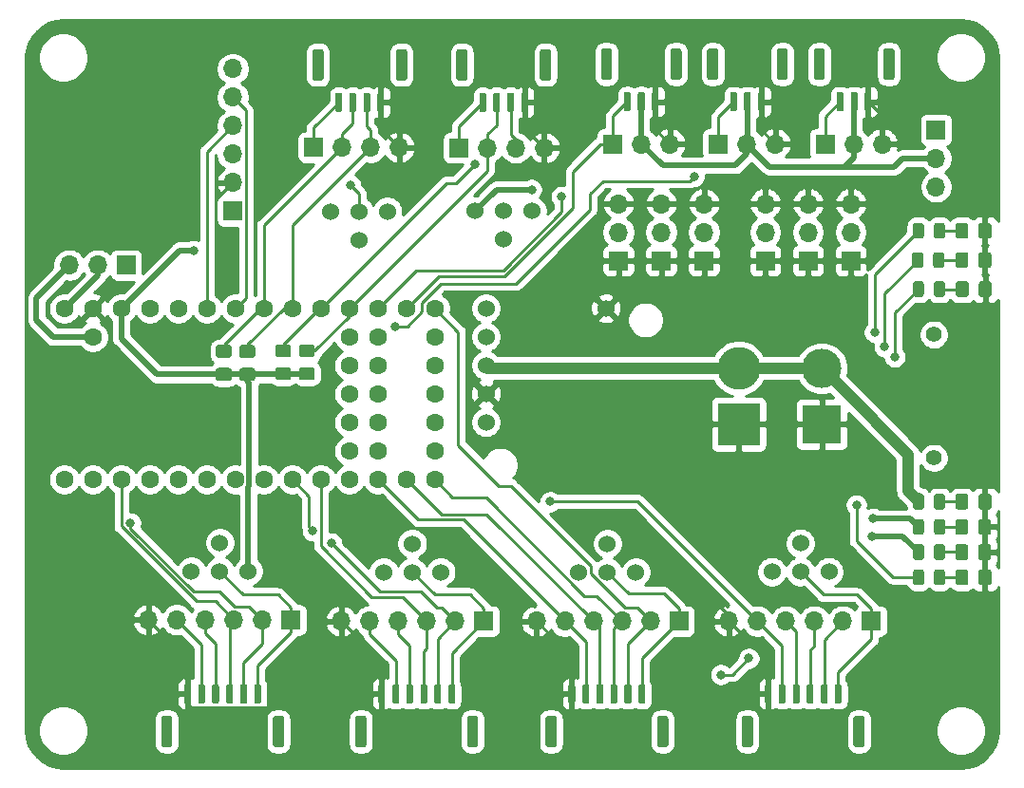
<source format=gtl>
G04 #@! TF.GenerationSoftware,KiCad,Pcbnew,(5.1.5)-3*
G04 #@! TF.CreationDate,2022-01-20T10:09:34-08:00*
G04 #@! TF.ProjectId,teensy_breakout,7465656e-7379-45f6-9272-65616b6f7574,rev?*
G04 #@! TF.SameCoordinates,Original*
G04 #@! TF.FileFunction,Copper,L1,Top*
G04 #@! TF.FilePolarity,Positive*
%FSLAX46Y46*%
G04 Gerber Fmt 4.6, Leading zero omitted, Abs format (unit mm)*
G04 Created by KiCad (PCBNEW (5.1.5)-3) date 2022-01-20 10:09:34*
%MOMM*%
%LPD*%
G04 APERTURE LIST*
%ADD10C,1.524000*%
%ADD11O,1.700000X1.700000*%
%ADD12R,1.700000X1.700000*%
%ADD13C,0.100000*%
%ADD14C,1.600000*%
%ADD15C,3.800000*%
%ADD16R,3.800000X3.800000*%
%ADD17C,3.500000*%
%ADD18R,3.500000X3.500000*%
%ADD19C,1.400000*%
%ADD20C,0.800000*%
%ADD21C,0.250000*%
%ADD22C,0.500000*%
%ADD23C,1.000000*%
%ADD24C,0.254000*%
G04 APERTURE END LIST*
D10*
X137670000Y-122370000D03*
X137670000Y-124910000D03*
X137670000Y-127450000D03*
X137670000Y-129990000D03*
X137670000Y-132530000D03*
X148360000Y-122370000D03*
X165700000Y-145860000D03*
X168240000Y-145860000D03*
X165700000Y-143320000D03*
X163160000Y-145860000D03*
X148500000Y-145890000D03*
X151040000Y-145890000D03*
X148500000Y-143350000D03*
X145960000Y-145890000D03*
X131100000Y-145890000D03*
X133640000Y-145890000D03*
X131100000Y-143350000D03*
X128560000Y-145890000D03*
X113950000Y-145810000D03*
X116490000Y-145810000D03*
X113950000Y-143270000D03*
X111410000Y-145810000D03*
X126350000Y-113740000D03*
X123810000Y-113740000D03*
X126350000Y-116280000D03*
X128890000Y-113740000D03*
X139250000Y-113700000D03*
X136710000Y-113700000D03*
X139250000Y-116240000D03*
X141790000Y-113700000D03*
D11*
X177789840Y-111526320D03*
X177789840Y-108986320D03*
D12*
X177789840Y-106446320D03*
D11*
X170180000Y-113030000D03*
X170180000Y-115570000D03*
D12*
X170180000Y-118110000D03*
G04 #@! TA.AperFunction,SMDPad,CuDef*
D13*
G36*
X173860504Y-99185204D02*
G01*
X173884773Y-99188804D01*
X173908571Y-99194765D01*
X173931671Y-99203030D01*
X173953849Y-99213520D01*
X173974893Y-99226133D01*
X173994598Y-99240747D01*
X174012777Y-99257223D01*
X174029253Y-99275402D01*
X174043867Y-99295107D01*
X174056480Y-99316151D01*
X174066970Y-99338329D01*
X174075235Y-99361429D01*
X174081196Y-99385227D01*
X174084796Y-99409496D01*
X174086000Y-99434000D01*
X174086000Y-101734000D01*
X174084796Y-101758504D01*
X174081196Y-101782773D01*
X174075235Y-101806571D01*
X174066970Y-101829671D01*
X174056480Y-101851849D01*
X174043867Y-101872893D01*
X174029253Y-101892598D01*
X174012777Y-101910777D01*
X173994598Y-101927253D01*
X173974893Y-101941867D01*
X173953849Y-101954480D01*
X173931671Y-101964970D01*
X173908571Y-101973235D01*
X173884773Y-101979196D01*
X173860504Y-101982796D01*
X173836000Y-101984000D01*
X173336000Y-101984000D01*
X173311496Y-101982796D01*
X173287227Y-101979196D01*
X173263429Y-101973235D01*
X173240329Y-101964970D01*
X173218151Y-101954480D01*
X173197107Y-101941867D01*
X173177402Y-101927253D01*
X173159223Y-101910777D01*
X173142747Y-101892598D01*
X173128133Y-101872893D01*
X173115520Y-101851849D01*
X173105030Y-101829671D01*
X173096765Y-101806571D01*
X173090804Y-101782773D01*
X173087204Y-101758504D01*
X173086000Y-101734000D01*
X173086000Y-99434000D01*
X173087204Y-99409496D01*
X173090804Y-99385227D01*
X173096765Y-99361429D01*
X173105030Y-99338329D01*
X173115520Y-99316151D01*
X173128133Y-99295107D01*
X173142747Y-99275402D01*
X173159223Y-99257223D01*
X173177402Y-99240747D01*
X173197107Y-99226133D01*
X173218151Y-99213520D01*
X173240329Y-99203030D01*
X173263429Y-99194765D01*
X173287227Y-99188804D01*
X173311496Y-99185204D01*
X173336000Y-99184000D01*
X173836000Y-99184000D01*
X173860504Y-99185204D01*
G37*
G04 #@! TD.AperFunction*
G04 #@! TA.AperFunction,SMDPad,CuDef*
G36*
X167660504Y-99185204D02*
G01*
X167684773Y-99188804D01*
X167708571Y-99194765D01*
X167731671Y-99203030D01*
X167753849Y-99213520D01*
X167774893Y-99226133D01*
X167794598Y-99240747D01*
X167812777Y-99257223D01*
X167829253Y-99275402D01*
X167843867Y-99295107D01*
X167856480Y-99316151D01*
X167866970Y-99338329D01*
X167875235Y-99361429D01*
X167881196Y-99385227D01*
X167884796Y-99409496D01*
X167886000Y-99434000D01*
X167886000Y-101734000D01*
X167884796Y-101758504D01*
X167881196Y-101782773D01*
X167875235Y-101806571D01*
X167866970Y-101829671D01*
X167856480Y-101851849D01*
X167843867Y-101872893D01*
X167829253Y-101892598D01*
X167812777Y-101910777D01*
X167794598Y-101927253D01*
X167774893Y-101941867D01*
X167753849Y-101954480D01*
X167731671Y-101964970D01*
X167708571Y-101973235D01*
X167684773Y-101979196D01*
X167660504Y-101982796D01*
X167636000Y-101984000D01*
X167136000Y-101984000D01*
X167111496Y-101982796D01*
X167087227Y-101979196D01*
X167063429Y-101973235D01*
X167040329Y-101964970D01*
X167018151Y-101954480D01*
X166997107Y-101941867D01*
X166977402Y-101927253D01*
X166959223Y-101910777D01*
X166942747Y-101892598D01*
X166928133Y-101872893D01*
X166915520Y-101851849D01*
X166905030Y-101829671D01*
X166896765Y-101806571D01*
X166890804Y-101782773D01*
X166887204Y-101758504D01*
X166886000Y-101734000D01*
X166886000Y-99434000D01*
X166887204Y-99409496D01*
X166890804Y-99385227D01*
X166896765Y-99361429D01*
X166905030Y-99338329D01*
X166915520Y-99316151D01*
X166928133Y-99295107D01*
X166942747Y-99275402D01*
X166959223Y-99257223D01*
X166977402Y-99240747D01*
X166997107Y-99226133D01*
X167018151Y-99213520D01*
X167040329Y-99203030D01*
X167063429Y-99194765D01*
X167087227Y-99188804D01*
X167111496Y-99185204D01*
X167136000Y-99184000D01*
X167636000Y-99184000D01*
X167660504Y-99185204D01*
G37*
G04 #@! TD.AperFunction*
G04 #@! TA.AperFunction,SMDPad,CuDef*
G36*
X171900703Y-103084722D02*
G01*
X171915264Y-103086882D01*
X171929543Y-103090459D01*
X171943403Y-103095418D01*
X171956710Y-103101712D01*
X171969336Y-103109280D01*
X171981159Y-103118048D01*
X171992066Y-103127934D01*
X172001952Y-103138841D01*
X172010720Y-103150664D01*
X172018288Y-103163290D01*
X172024582Y-103176597D01*
X172029541Y-103190457D01*
X172033118Y-103204736D01*
X172035278Y-103219297D01*
X172036000Y-103234000D01*
X172036000Y-104634000D01*
X172035278Y-104648703D01*
X172033118Y-104663264D01*
X172029541Y-104677543D01*
X172024582Y-104691403D01*
X172018288Y-104704710D01*
X172010720Y-104717336D01*
X172001952Y-104729159D01*
X171992066Y-104740066D01*
X171981159Y-104749952D01*
X171969336Y-104758720D01*
X171956710Y-104766288D01*
X171943403Y-104772582D01*
X171929543Y-104777541D01*
X171915264Y-104781118D01*
X171900703Y-104783278D01*
X171886000Y-104784000D01*
X171586000Y-104784000D01*
X171571297Y-104783278D01*
X171556736Y-104781118D01*
X171542457Y-104777541D01*
X171528597Y-104772582D01*
X171515290Y-104766288D01*
X171502664Y-104758720D01*
X171490841Y-104749952D01*
X171479934Y-104740066D01*
X171470048Y-104729159D01*
X171461280Y-104717336D01*
X171453712Y-104704710D01*
X171447418Y-104691403D01*
X171442459Y-104677543D01*
X171438882Y-104663264D01*
X171436722Y-104648703D01*
X171436000Y-104634000D01*
X171436000Y-103234000D01*
X171436722Y-103219297D01*
X171438882Y-103204736D01*
X171442459Y-103190457D01*
X171447418Y-103176597D01*
X171453712Y-103163290D01*
X171461280Y-103150664D01*
X171470048Y-103138841D01*
X171479934Y-103127934D01*
X171490841Y-103118048D01*
X171502664Y-103109280D01*
X171515290Y-103101712D01*
X171528597Y-103095418D01*
X171542457Y-103090459D01*
X171556736Y-103086882D01*
X171571297Y-103084722D01*
X171586000Y-103084000D01*
X171886000Y-103084000D01*
X171900703Y-103084722D01*
G37*
G04 #@! TD.AperFunction*
G04 #@! TA.AperFunction,SMDPad,CuDef*
G36*
X170650703Y-103084722D02*
G01*
X170665264Y-103086882D01*
X170679543Y-103090459D01*
X170693403Y-103095418D01*
X170706710Y-103101712D01*
X170719336Y-103109280D01*
X170731159Y-103118048D01*
X170742066Y-103127934D01*
X170751952Y-103138841D01*
X170760720Y-103150664D01*
X170768288Y-103163290D01*
X170774582Y-103176597D01*
X170779541Y-103190457D01*
X170783118Y-103204736D01*
X170785278Y-103219297D01*
X170786000Y-103234000D01*
X170786000Y-104634000D01*
X170785278Y-104648703D01*
X170783118Y-104663264D01*
X170779541Y-104677543D01*
X170774582Y-104691403D01*
X170768288Y-104704710D01*
X170760720Y-104717336D01*
X170751952Y-104729159D01*
X170742066Y-104740066D01*
X170731159Y-104749952D01*
X170719336Y-104758720D01*
X170706710Y-104766288D01*
X170693403Y-104772582D01*
X170679543Y-104777541D01*
X170665264Y-104781118D01*
X170650703Y-104783278D01*
X170636000Y-104784000D01*
X170336000Y-104784000D01*
X170321297Y-104783278D01*
X170306736Y-104781118D01*
X170292457Y-104777541D01*
X170278597Y-104772582D01*
X170265290Y-104766288D01*
X170252664Y-104758720D01*
X170240841Y-104749952D01*
X170229934Y-104740066D01*
X170220048Y-104729159D01*
X170211280Y-104717336D01*
X170203712Y-104704710D01*
X170197418Y-104691403D01*
X170192459Y-104677543D01*
X170188882Y-104663264D01*
X170186722Y-104648703D01*
X170186000Y-104634000D01*
X170186000Y-103234000D01*
X170186722Y-103219297D01*
X170188882Y-103204736D01*
X170192459Y-103190457D01*
X170197418Y-103176597D01*
X170203712Y-103163290D01*
X170211280Y-103150664D01*
X170220048Y-103138841D01*
X170229934Y-103127934D01*
X170240841Y-103118048D01*
X170252664Y-103109280D01*
X170265290Y-103101712D01*
X170278597Y-103095418D01*
X170292457Y-103090459D01*
X170306736Y-103086882D01*
X170321297Y-103084722D01*
X170336000Y-103084000D01*
X170636000Y-103084000D01*
X170650703Y-103084722D01*
G37*
G04 #@! TD.AperFunction*
G04 #@! TA.AperFunction,SMDPad,CuDef*
G36*
X169400703Y-103084722D02*
G01*
X169415264Y-103086882D01*
X169429543Y-103090459D01*
X169443403Y-103095418D01*
X169456710Y-103101712D01*
X169469336Y-103109280D01*
X169481159Y-103118048D01*
X169492066Y-103127934D01*
X169501952Y-103138841D01*
X169510720Y-103150664D01*
X169518288Y-103163290D01*
X169524582Y-103176597D01*
X169529541Y-103190457D01*
X169533118Y-103204736D01*
X169535278Y-103219297D01*
X169536000Y-103234000D01*
X169536000Y-104634000D01*
X169535278Y-104648703D01*
X169533118Y-104663264D01*
X169529541Y-104677543D01*
X169524582Y-104691403D01*
X169518288Y-104704710D01*
X169510720Y-104717336D01*
X169501952Y-104729159D01*
X169492066Y-104740066D01*
X169481159Y-104749952D01*
X169469336Y-104758720D01*
X169456710Y-104766288D01*
X169443403Y-104772582D01*
X169429543Y-104777541D01*
X169415264Y-104781118D01*
X169400703Y-104783278D01*
X169386000Y-104784000D01*
X169086000Y-104784000D01*
X169071297Y-104783278D01*
X169056736Y-104781118D01*
X169042457Y-104777541D01*
X169028597Y-104772582D01*
X169015290Y-104766288D01*
X169002664Y-104758720D01*
X168990841Y-104749952D01*
X168979934Y-104740066D01*
X168970048Y-104729159D01*
X168961280Y-104717336D01*
X168953712Y-104704710D01*
X168947418Y-104691403D01*
X168942459Y-104677543D01*
X168938882Y-104663264D01*
X168936722Y-104648703D01*
X168936000Y-104634000D01*
X168936000Y-103234000D01*
X168936722Y-103219297D01*
X168938882Y-103204736D01*
X168942459Y-103190457D01*
X168947418Y-103176597D01*
X168953712Y-103163290D01*
X168961280Y-103150664D01*
X168970048Y-103138841D01*
X168979934Y-103127934D01*
X168990841Y-103118048D01*
X169002664Y-103109280D01*
X169015290Y-103101712D01*
X169028597Y-103095418D01*
X169042457Y-103090459D01*
X169056736Y-103086882D01*
X169071297Y-103084722D01*
X169086000Y-103084000D01*
X169386000Y-103084000D01*
X169400703Y-103084722D01*
G37*
G04 #@! TD.AperFunction*
D11*
X172974000Y-107696000D03*
X170434000Y-107696000D03*
D12*
X167894000Y-107696000D03*
G04 #@! TA.AperFunction,SMDPad,CuDef*
D13*
G36*
X164358504Y-99185204D02*
G01*
X164382773Y-99188804D01*
X164406571Y-99194765D01*
X164429671Y-99203030D01*
X164451849Y-99213520D01*
X164472893Y-99226133D01*
X164492598Y-99240747D01*
X164510777Y-99257223D01*
X164527253Y-99275402D01*
X164541867Y-99295107D01*
X164554480Y-99316151D01*
X164564970Y-99338329D01*
X164573235Y-99361429D01*
X164579196Y-99385227D01*
X164582796Y-99409496D01*
X164584000Y-99434000D01*
X164584000Y-101734000D01*
X164582796Y-101758504D01*
X164579196Y-101782773D01*
X164573235Y-101806571D01*
X164564970Y-101829671D01*
X164554480Y-101851849D01*
X164541867Y-101872893D01*
X164527253Y-101892598D01*
X164510777Y-101910777D01*
X164492598Y-101927253D01*
X164472893Y-101941867D01*
X164451849Y-101954480D01*
X164429671Y-101964970D01*
X164406571Y-101973235D01*
X164382773Y-101979196D01*
X164358504Y-101982796D01*
X164334000Y-101984000D01*
X163834000Y-101984000D01*
X163809496Y-101982796D01*
X163785227Y-101979196D01*
X163761429Y-101973235D01*
X163738329Y-101964970D01*
X163716151Y-101954480D01*
X163695107Y-101941867D01*
X163675402Y-101927253D01*
X163657223Y-101910777D01*
X163640747Y-101892598D01*
X163626133Y-101872893D01*
X163613520Y-101851849D01*
X163603030Y-101829671D01*
X163594765Y-101806571D01*
X163588804Y-101782773D01*
X163585204Y-101758504D01*
X163584000Y-101734000D01*
X163584000Y-99434000D01*
X163585204Y-99409496D01*
X163588804Y-99385227D01*
X163594765Y-99361429D01*
X163603030Y-99338329D01*
X163613520Y-99316151D01*
X163626133Y-99295107D01*
X163640747Y-99275402D01*
X163657223Y-99257223D01*
X163675402Y-99240747D01*
X163695107Y-99226133D01*
X163716151Y-99213520D01*
X163738329Y-99203030D01*
X163761429Y-99194765D01*
X163785227Y-99188804D01*
X163809496Y-99185204D01*
X163834000Y-99184000D01*
X164334000Y-99184000D01*
X164358504Y-99185204D01*
G37*
G04 #@! TD.AperFunction*
G04 #@! TA.AperFunction,SMDPad,CuDef*
G36*
X158158504Y-99185204D02*
G01*
X158182773Y-99188804D01*
X158206571Y-99194765D01*
X158229671Y-99203030D01*
X158251849Y-99213520D01*
X158272893Y-99226133D01*
X158292598Y-99240747D01*
X158310777Y-99257223D01*
X158327253Y-99275402D01*
X158341867Y-99295107D01*
X158354480Y-99316151D01*
X158364970Y-99338329D01*
X158373235Y-99361429D01*
X158379196Y-99385227D01*
X158382796Y-99409496D01*
X158384000Y-99434000D01*
X158384000Y-101734000D01*
X158382796Y-101758504D01*
X158379196Y-101782773D01*
X158373235Y-101806571D01*
X158364970Y-101829671D01*
X158354480Y-101851849D01*
X158341867Y-101872893D01*
X158327253Y-101892598D01*
X158310777Y-101910777D01*
X158292598Y-101927253D01*
X158272893Y-101941867D01*
X158251849Y-101954480D01*
X158229671Y-101964970D01*
X158206571Y-101973235D01*
X158182773Y-101979196D01*
X158158504Y-101982796D01*
X158134000Y-101984000D01*
X157634000Y-101984000D01*
X157609496Y-101982796D01*
X157585227Y-101979196D01*
X157561429Y-101973235D01*
X157538329Y-101964970D01*
X157516151Y-101954480D01*
X157495107Y-101941867D01*
X157475402Y-101927253D01*
X157457223Y-101910777D01*
X157440747Y-101892598D01*
X157426133Y-101872893D01*
X157413520Y-101851849D01*
X157403030Y-101829671D01*
X157394765Y-101806571D01*
X157388804Y-101782773D01*
X157385204Y-101758504D01*
X157384000Y-101734000D01*
X157384000Y-99434000D01*
X157385204Y-99409496D01*
X157388804Y-99385227D01*
X157394765Y-99361429D01*
X157403030Y-99338329D01*
X157413520Y-99316151D01*
X157426133Y-99295107D01*
X157440747Y-99275402D01*
X157457223Y-99257223D01*
X157475402Y-99240747D01*
X157495107Y-99226133D01*
X157516151Y-99213520D01*
X157538329Y-99203030D01*
X157561429Y-99194765D01*
X157585227Y-99188804D01*
X157609496Y-99185204D01*
X157634000Y-99184000D01*
X158134000Y-99184000D01*
X158158504Y-99185204D01*
G37*
G04 #@! TD.AperFunction*
G04 #@! TA.AperFunction,SMDPad,CuDef*
G36*
X162398703Y-103084722D02*
G01*
X162413264Y-103086882D01*
X162427543Y-103090459D01*
X162441403Y-103095418D01*
X162454710Y-103101712D01*
X162467336Y-103109280D01*
X162479159Y-103118048D01*
X162490066Y-103127934D01*
X162499952Y-103138841D01*
X162508720Y-103150664D01*
X162516288Y-103163290D01*
X162522582Y-103176597D01*
X162527541Y-103190457D01*
X162531118Y-103204736D01*
X162533278Y-103219297D01*
X162534000Y-103234000D01*
X162534000Y-104634000D01*
X162533278Y-104648703D01*
X162531118Y-104663264D01*
X162527541Y-104677543D01*
X162522582Y-104691403D01*
X162516288Y-104704710D01*
X162508720Y-104717336D01*
X162499952Y-104729159D01*
X162490066Y-104740066D01*
X162479159Y-104749952D01*
X162467336Y-104758720D01*
X162454710Y-104766288D01*
X162441403Y-104772582D01*
X162427543Y-104777541D01*
X162413264Y-104781118D01*
X162398703Y-104783278D01*
X162384000Y-104784000D01*
X162084000Y-104784000D01*
X162069297Y-104783278D01*
X162054736Y-104781118D01*
X162040457Y-104777541D01*
X162026597Y-104772582D01*
X162013290Y-104766288D01*
X162000664Y-104758720D01*
X161988841Y-104749952D01*
X161977934Y-104740066D01*
X161968048Y-104729159D01*
X161959280Y-104717336D01*
X161951712Y-104704710D01*
X161945418Y-104691403D01*
X161940459Y-104677543D01*
X161936882Y-104663264D01*
X161934722Y-104648703D01*
X161934000Y-104634000D01*
X161934000Y-103234000D01*
X161934722Y-103219297D01*
X161936882Y-103204736D01*
X161940459Y-103190457D01*
X161945418Y-103176597D01*
X161951712Y-103163290D01*
X161959280Y-103150664D01*
X161968048Y-103138841D01*
X161977934Y-103127934D01*
X161988841Y-103118048D01*
X162000664Y-103109280D01*
X162013290Y-103101712D01*
X162026597Y-103095418D01*
X162040457Y-103090459D01*
X162054736Y-103086882D01*
X162069297Y-103084722D01*
X162084000Y-103084000D01*
X162384000Y-103084000D01*
X162398703Y-103084722D01*
G37*
G04 #@! TD.AperFunction*
G04 #@! TA.AperFunction,SMDPad,CuDef*
G36*
X161148703Y-103084722D02*
G01*
X161163264Y-103086882D01*
X161177543Y-103090459D01*
X161191403Y-103095418D01*
X161204710Y-103101712D01*
X161217336Y-103109280D01*
X161229159Y-103118048D01*
X161240066Y-103127934D01*
X161249952Y-103138841D01*
X161258720Y-103150664D01*
X161266288Y-103163290D01*
X161272582Y-103176597D01*
X161277541Y-103190457D01*
X161281118Y-103204736D01*
X161283278Y-103219297D01*
X161284000Y-103234000D01*
X161284000Y-104634000D01*
X161283278Y-104648703D01*
X161281118Y-104663264D01*
X161277541Y-104677543D01*
X161272582Y-104691403D01*
X161266288Y-104704710D01*
X161258720Y-104717336D01*
X161249952Y-104729159D01*
X161240066Y-104740066D01*
X161229159Y-104749952D01*
X161217336Y-104758720D01*
X161204710Y-104766288D01*
X161191403Y-104772582D01*
X161177543Y-104777541D01*
X161163264Y-104781118D01*
X161148703Y-104783278D01*
X161134000Y-104784000D01*
X160834000Y-104784000D01*
X160819297Y-104783278D01*
X160804736Y-104781118D01*
X160790457Y-104777541D01*
X160776597Y-104772582D01*
X160763290Y-104766288D01*
X160750664Y-104758720D01*
X160738841Y-104749952D01*
X160727934Y-104740066D01*
X160718048Y-104729159D01*
X160709280Y-104717336D01*
X160701712Y-104704710D01*
X160695418Y-104691403D01*
X160690459Y-104677543D01*
X160686882Y-104663264D01*
X160684722Y-104648703D01*
X160684000Y-104634000D01*
X160684000Y-103234000D01*
X160684722Y-103219297D01*
X160686882Y-103204736D01*
X160690459Y-103190457D01*
X160695418Y-103176597D01*
X160701712Y-103163290D01*
X160709280Y-103150664D01*
X160718048Y-103138841D01*
X160727934Y-103127934D01*
X160738841Y-103118048D01*
X160750664Y-103109280D01*
X160763290Y-103101712D01*
X160776597Y-103095418D01*
X160790457Y-103090459D01*
X160804736Y-103086882D01*
X160819297Y-103084722D01*
X160834000Y-103084000D01*
X161134000Y-103084000D01*
X161148703Y-103084722D01*
G37*
G04 #@! TD.AperFunction*
G04 #@! TA.AperFunction,SMDPad,CuDef*
G36*
X159898703Y-103084722D02*
G01*
X159913264Y-103086882D01*
X159927543Y-103090459D01*
X159941403Y-103095418D01*
X159954710Y-103101712D01*
X159967336Y-103109280D01*
X159979159Y-103118048D01*
X159990066Y-103127934D01*
X159999952Y-103138841D01*
X160008720Y-103150664D01*
X160016288Y-103163290D01*
X160022582Y-103176597D01*
X160027541Y-103190457D01*
X160031118Y-103204736D01*
X160033278Y-103219297D01*
X160034000Y-103234000D01*
X160034000Y-104634000D01*
X160033278Y-104648703D01*
X160031118Y-104663264D01*
X160027541Y-104677543D01*
X160022582Y-104691403D01*
X160016288Y-104704710D01*
X160008720Y-104717336D01*
X159999952Y-104729159D01*
X159990066Y-104740066D01*
X159979159Y-104749952D01*
X159967336Y-104758720D01*
X159954710Y-104766288D01*
X159941403Y-104772582D01*
X159927543Y-104777541D01*
X159913264Y-104781118D01*
X159898703Y-104783278D01*
X159884000Y-104784000D01*
X159584000Y-104784000D01*
X159569297Y-104783278D01*
X159554736Y-104781118D01*
X159540457Y-104777541D01*
X159526597Y-104772582D01*
X159513290Y-104766288D01*
X159500664Y-104758720D01*
X159488841Y-104749952D01*
X159477934Y-104740066D01*
X159468048Y-104729159D01*
X159459280Y-104717336D01*
X159451712Y-104704710D01*
X159445418Y-104691403D01*
X159440459Y-104677543D01*
X159436882Y-104663264D01*
X159434722Y-104648703D01*
X159434000Y-104634000D01*
X159434000Y-103234000D01*
X159434722Y-103219297D01*
X159436882Y-103204736D01*
X159440459Y-103190457D01*
X159445418Y-103176597D01*
X159451712Y-103163290D01*
X159459280Y-103150664D01*
X159468048Y-103138841D01*
X159477934Y-103127934D01*
X159488841Y-103118048D01*
X159500664Y-103109280D01*
X159513290Y-103101712D01*
X159526597Y-103095418D01*
X159540457Y-103090459D01*
X159554736Y-103086882D01*
X159569297Y-103084722D01*
X159584000Y-103084000D01*
X159884000Y-103084000D01*
X159898703Y-103084722D01*
G37*
G04 #@! TD.AperFunction*
D11*
X163449000Y-107696000D03*
X160909000Y-107696000D03*
D12*
X158369000Y-107696000D03*
G04 #@! TA.AperFunction,SMDPad,CuDef*
D13*
G36*
X154885504Y-99182204D02*
G01*
X154909773Y-99185804D01*
X154933571Y-99191765D01*
X154956671Y-99200030D01*
X154978849Y-99210520D01*
X154999893Y-99223133D01*
X155019598Y-99237747D01*
X155037777Y-99254223D01*
X155054253Y-99272402D01*
X155068867Y-99292107D01*
X155081480Y-99313151D01*
X155091970Y-99335329D01*
X155100235Y-99358429D01*
X155106196Y-99382227D01*
X155109796Y-99406496D01*
X155111000Y-99431000D01*
X155111000Y-101731000D01*
X155109796Y-101755504D01*
X155106196Y-101779773D01*
X155100235Y-101803571D01*
X155091970Y-101826671D01*
X155081480Y-101848849D01*
X155068867Y-101869893D01*
X155054253Y-101889598D01*
X155037777Y-101907777D01*
X155019598Y-101924253D01*
X154999893Y-101938867D01*
X154978849Y-101951480D01*
X154956671Y-101961970D01*
X154933571Y-101970235D01*
X154909773Y-101976196D01*
X154885504Y-101979796D01*
X154861000Y-101981000D01*
X154361000Y-101981000D01*
X154336496Y-101979796D01*
X154312227Y-101976196D01*
X154288429Y-101970235D01*
X154265329Y-101961970D01*
X154243151Y-101951480D01*
X154222107Y-101938867D01*
X154202402Y-101924253D01*
X154184223Y-101907777D01*
X154167747Y-101889598D01*
X154153133Y-101869893D01*
X154140520Y-101848849D01*
X154130030Y-101826671D01*
X154121765Y-101803571D01*
X154115804Y-101779773D01*
X154112204Y-101755504D01*
X154111000Y-101731000D01*
X154111000Y-99431000D01*
X154112204Y-99406496D01*
X154115804Y-99382227D01*
X154121765Y-99358429D01*
X154130030Y-99335329D01*
X154140520Y-99313151D01*
X154153133Y-99292107D01*
X154167747Y-99272402D01*
X154184223Y-99254223D01*
X154202402Y-99237747D01*
X154222107Y-99223133D01*
X154243151Y-99210520D01*
X154265329Y-99200030D01*
X154288429Y-99191765D01*
X154312227Y-99185804D01*
X154336496Y-99182204D01*
X154361000Y-99181000D01*
X154861000Y-99181000D01*
X154885504Y-99182204D01*
G37*
G04 #@! TD.AperFunction*
G04 #@! TA.AperFunction,SMDPad,CuDef*
G36*
X148685504Y-99182204D02*
G01*
X148709773Y-99185804D01*
X148733571Y-99191765D01*
X148756671Y-99200030D01*
X148778849Y-99210520D01*
X148799893Y-99223133D01*
X148819598Y-99237747D01*
X148837777Y-99254223D01*
X148854253Y-99272402D01*
X148868867Y-99292107D01*
X148881480Y-99313151D01*
X148891970Y-99335329D01*
X148900235Y-99358429D01*
X148906196Y-99382227D01*
X148909796Y-99406496D01*
X148911000Y-99431000D01*
X148911000Y-101731000D01*
X148909796Y-101755504D01*
X148906196Y-101779773D01*
X148900235Y-101803571D01*
X148891970Y-101826671D01*
X148881480Y-101848849D01*
X148868867Y-101869893D01*
X148854253Y-101889598D01*
X148837777Y-101907777D01*
X148819598Y-101924253D01*
X148799893Y-101938867D01*
X148778849Y-101951480D01*
X148756671Y-101961970D01*
X148733571Y-101970235D01*
X148709773Y-101976196D01*
X148685504Y-101979796D01*
X148661000Y-101981000D01*
X148161000Y-101981000D01*
X148136496Y-101979796D01*
X148112227Y-101976196D01*
X148088429Y-101970235D01*
X148065329Y-101961970D01*
X148043151Y-101951480D01*
X148022107Y-101938867D01*
X148002402Y-101924253D01*
X147984223Y-101907777D01*
X147967747Y-101889598D01*
X147953133Y-101869893D01*
X147940520Y-101848849D01*
X147930030Y-101826671D01*
X147921765Y-101803571D01*
X147915804Y-101779773D01*
X147912204Y-101755504D01*
X147911000Y-101731000D01*
X147911000Y-99431000D01*
X147912204Y-99406496D01*
X147915804Y-99382227D01*
X147921765Y-99358429D01*
X147930030Y-99335329D01*
X147940520Y-99313151D01*
X147953133Y-99292107D01*
X147967747Y-99272402D01*
X147984223Y-99254223D01*
X148002402Y-99237747D01*
X148022107Y-99223133D01*
X148043151Y-99210520D01*
X148065329Y-99200030D01*
X148088429Y-99191765D01*
X148112227Y-99185804D01*
X148136496Y-99182204D01*
X148161000Y-99181000D01*
X148661000Y-99181000D01*
X148685504Y-99182204D01*
G37*
G04 #@! TD.AperFunction*
G04 #@! TA.AperFunction,SMDPad,CuDef*
G36*
X152925703Y-103081722D02*
G01*
X152940264Y-103083882D01*
X152954543Y-103087459D01*
X152968403Y-103092418D01*
X152981710Y-103098712D01*
X152994336Y-103106280D01*
X153006159Y-103115048D01*
X153017066Y-103124934D01*
X153026952Y-103135841D01*
X153035720Y-103147664D01*
X153043288Y-103160290D01*
X153049582Y-103173597D01*
X153054541Y-103187457D01*
X153058118Y-103201736D01*
X153060278Y-103216297D01*
X153061000Y-103231000D01*
X153061000Y-104631000D01*
X153060278Y-104645703D01*
X153058118Y-104660264D01*
X153054541Y-104674543D01*
X153049582Y-104688403D01*
X153043288Y-104701710D01*
X153035720Y-104714336D01*
X153026952Y-104726159D01*
X153017066Y-104737066D01*
X153006159Y-104746952D01*
X152994336Y-104755720D01*
X152981710Y-104763288D01*
X152968403Y-104769582D01*
X152954543Y-104774541D01*
X152940264Y-104778118D01*
X152925703Y-104780278D01*
X152911000Y-104781000D01*
X152611000Y-104781000D01*
X152596297Y-104780278D01*
X152581736Y-104778118D01*
X152567457Y-104774541D01*
X152553597Y-104769582D01*
X152540290Y-104763288D01*
X152527664Y-104755720D01*
X152515841Y-104746952D01*
X152504934Y-104737066D01*
X152495048Y-104726159D01*
X152486280Y-104714336D01*
X152478712Y-104701710D01*
X152472418Y-104688403D01*
X152467459Y-104674543D01*
X152463882Y-104660264D01*
X152461722Y-104645703D01*
X152461000Y-104631000D01*
X152461000Y-103231000D01*
X152461722Y-103216297D01*
X152463882Y-103201736D01*
X152467459Y-103187457D01*
X152472418Y-103173597D01*
X152478712Y-103160290D01*
X152486280Y-103147664D01*
X152495048Y-103135841D01*
X152504934Y-103124934D01*
X152515841Y-103115048D01*
X152527664Y-103106280D01*
X152540290Y-103098712D01*
X152553597Y-103092418D01*
X152567457Y-103087459D01*
X152581736Y-103083882D01*
X152596297Y-103081722D01*
X152611000Y-103081000D01*
X152911000Y-103081000D01*
X152925703Y-103081722D01*
G37*
G04 #@! TD.AperFunction*
G04 #@! TA.AperFunction,SMDPad,CuDef*
G36*
X151675703Y-103081722D02*
G01*
X151690264Y-103083882D01*
X151704543Y-103087459D01*
X151718403Y-103092418D01*
X151731710Y-103098712D01*
X151744336Y-103106280D01*
X151756159Y-103115048D01*
X151767066Y-103124934D01*
X151776952Y-103135841D01*
X151785720Y-103147664D01*
X151793288Y-103160290D01*
X151799582Y-103173597D01*
X151804541Y-103187457D01*
X151808118Y-103201736D01*
X151810278Y-103216297D01*
X151811000Y-103231000D01*
X151811000Y-104631000D01*
X151810278Y-104645703D01*
X151808118Y-104660264D01*
X151804541Y-104674543D01*
X151799582Y-104688403D01*
X151793288Y-104701710D01*
X151785720Y-104714336D01*
X151776952Y-104726159D01*
X151767066Y-104737066D01*
X151756159Y-104746952D01*
X151744336Y-104755720D01*
X151731710Y-104763288D01*
X151718403Y-104769582D01*
X151704543Y-104774541D01*
X151690264Y-104778118D01*
X151675703Y-104780278D01*
X151661000Y-104781000D01*
X151361000Y-104781000D01*
X151346297Y-104780278D01*
X151331736Y-104778118D01*
X151317457Y-104774541D01*
X151303597Y-104769582D01*
X151290290Y-104763288D01*
X151277664Y-104755720D01*
X151265841Y-104746952D01*
X151254934Y-104737066D01*
X151245048Y-104726159D01*
X151236280Y-104714336D01*
X151228712Y-104701710D01*
X151222418Y-104688403D01*
X151217459Y-104674543D01*
X151213882Y-104660264D01*
X151211722Y-104645703D01*
X151211000Y-104631000D01*
X151211000Y-103231000D01*
X151211722Y-103216297D01*
X151213882Y-103201736D01*
X151217459Y-103187457D01*
X151222418Y-103173597D01*
X151228712Y-103160290D01*
X151236280Y-103147664D01*
X151245048Y-103135841D01*
X151254934Y-103124934D01*
X151265841Y-103115048D01*
X151277664Y-103106280D01*
X151290290Y-103098712D01*
X151303597Y-103092418D01*
X151317457Y-103087459D01*
X151331736Y-103083882D01*
X151346297Y-103081722D01*
X151361000Y-103081000D01*
X151661000Y-103081000D01*
X151675703Y-103081722D01*
G37*
G04 #@! TD.AperFunction*
G04 #@! TA.AperFunction,SMDPad,CuDef*
G36*
X150425703Y-103081722D02*
G01*
X150440264Y-103083882D01*
X150454543Y-103087459D01*
X150468403Y-103092418D01*
X150481710Y-103098712D01*
X150494336Y-103106280D01*
X150506159Y-103115048D01*
X150517066Y-103124934D01*
X150526952Y-103135841D01*
X150535720Y-103147664D01*
X150543288Y-103160290D01*
X150549582Y-103173597D01*
X150554541Y-103187457D01*
X150558118Y-103201736D01*
X150560278Y-103216297D01*
X150561000Y-103231000D01*
X150561000Y-104631000D01*
X150560278Y-104645703D01*
X150558118Y-104660264D01*
X150554541Y-104674543D01*
X150549582Y-104688403D01*
X150543288Y-104701710D01*
X150535720Y-104714336D01*
X150526952Y-104726159D01*
X150517066Y-104737066D01*
X150506159Y-104746952D01*
X150494336Y-104755720D01*
X150481710Y-104763288D01*
X150468403Y-104769582D01*
X150454543Y-104774541D01*
X150440264Y-104778118D01*
X150425703Y-104780278D01*
X150411000Y-104781000D01*
X150111000Y-104781000D01*
X150096297Y-104780278D01*
X150081736Y-104778118D01*
X150067457Y-104774541D01*
X150053597Y-104769582D01*
X150040290Y-104763288D01*
X150027664Y-104755720D01*
X150015841Y-104746952D01*
X150004934Y-104737066D01*
X149995048Y-104726159D01*
X149986280Y-104714336D01*
X149978712Y-104701710D01*
X149972418Y-104688403D01*
X149967459Y-104674543D01*
X149963882Y-104660264D01*
X149961722Y-104645703D01*
X149961000Y-104631000D01*
X149961000Y-103231000D01*
X149961722Y-103216297D01*
X149963882Y-103201736D01*
X149967459Y-103187457D01*
X149972418Y-103173597D01*
X149978712Y-103160290D01*
X149986280Y-103147664D01*
X149995048Y-103135841D01*
X150004934Y-103124934D01*
X150015841Y-103115048D01*
X150027664Y-103106280D01*
X150040290Y-103098712D01*
X150053597Y-103092418D01*
X150067457Y-103087459D01*
X150081736Y-103083882D01*
X150096297Y-103081722D01*
X150111000Y-103081000D01*
X150411000Y-103081000D01*
X150425703Y-103081722D01*
G37*
G04 #@! TD.AperFunction*
D11*
X154051000Y-107696000D03*
X151511000Y-107696000D03*
D12*
X148971000Y-107696000D03*
D11*
X149479000Y-113030000D03*
X149479000Y-115570000D03*
D12*
X149479000Y-118110000D03*
D11*
X162560000Y-113030000D03*
X162560000Y-115570000D03*
D12*
X162560000Y-118110000D03*
D11*
X153289000Y-113030000D03*
X153289000Y-115570000D03*
D12*
X153289000Y-118110000D03*
D14*
X125490000Y-135080000D03*
X128030000Y-135080000D03*
X125490000Y-132540000D03*
X128030000Y-132540000D03*
X125490000Y-130000000D03*
X128030000Y-130000000D03*
X125490000Y-127460000D03*
X128030000Y-127460000D03*
X125490000Y-124920000D03*
X128030000Y-124920000D03*
X100090000Y-137620000D03*
X102630000Y-137620000D03*
X105170000Y-137620000D03*
X107710000Y-137620000D03*
X110250000Y-137620000D03*
X112790000Y-137620000D03*
X115330000Y-137620000D03*
X117870000Y-137620000D03*
X120410000Y-137620000D03*
X122950000Y-137620000D03*
X125490000Y-137620000D03*
X128030000Y-137620000D03*
X130570000Y-137620000D03*
X102630000Y-124920000D03*
X100090000Y-122380000D03*
X102630000Y-122380000D03*
X105170000Y-122380000D03*
X107710000Y-122380000D03*
X110250000Y-122380000D03*
X112790000Y-122380000D03*
X115330000Y-122380000D03*
X117870000Y-122380000D03*
X120410000Y-122380000D03*
X122950000Y-122380000D03*
X125490000Y-122380000D03*
X128030000Y-122380000D03*
X130570000Y-122380000D03*
X133110000Y-137620000D03*
X133110000Y-135080000D03*
X133110000Y-132540000D03*
X133110000Y-122380000D03*
X133110000Y-124920000D03*
X133110000Y-127460000D03*
X133110000Y-130000000D03*
D11*
X115100000Y-101000000D03*
X115100000Y-103540000D03*
X115100000Y-106080000D03*
X115100000Y-108620000D03*
X115100000Y-111160000D03*
D12*
X115100000Y-113700000D03*
D15*
X160200000Y-127700000D03*
D16*
X160200000Y-132700000D03*
G04 #@! TA.AperFunction,SMDPad,CuDef*
D13*
G36*
X120074505Y-125576204D02*
G01*
X120098773Y-125579804D01*
X120122572Y-125585765D01*
X120145671Y-125594030D01*
X120167850Y-125604520D01*
X120188893Y-125617132D01*
X120208599Y-125631747D01*
X120226777Y-125648223D01*
X120243253Y-125666401D01*
X120257868Y-125686107D01*
X120270480Y-125707150D01*
X120280970Y-125729329D01*
X120289235Y-125752428D01*
X120295196Y-125776227D01*
X120298796Y-125800495D01*
X120300000Y-125824999D01*
X120300000Y-126475001D01*
X120298796Y-126499505D01*
X120295196Y-126523773D01*
X120289235Y-126547572D01*
X120280970Y-126570671D01*
X120270480Y-126592850D01*
X120257868Y-126613893D01*
X120243253Y-126633599D01*
X120226777Y-126651777D01*
X120208599Y-126668253D01*
X120188893Y-126682868D01*
X120167850Y-126695480D01*
X120145671Y-126705970D01*
X120122572Y-126714235D01*
X120098773Y-126720196D01*
X120074505Y-126723796D01*
X120050001Y-126725000D01*
X119149999Y-126725000D01*
X119125495Y-126723796D01*
X119101227Y-126720196D01*
X119077428Y-126714235D01*
X119054329Y-126705970D01*
X119032150Y-126695480D01*
X119011107Y-126682868D01*
X118991401Y-126668253D01*
X118973223Y-126651777D01*
X118956747Y-126633599D01*
X118942132Y-126613893D01*
X118929520Y-126592850D01*
X118919030Y-126570671D01*
X118910765Y-126547572D01*
X118904804Y-126523773D01*
X118901204Y-126499505D01*
X118900000Y-126475001D01*
X118900000Y-125824999D01*
X118901204Y-125800495D01*
X118904804Y-125776227D01*
X118910765Y-125752428D01*
X118919030Y-125729329D01*
X118929520Y-125707150D01*
X118942132Y-125686107D01*
X118956747Y-125666401D01*
X118973223Y-125648223D01*
X118991401Y-125631747D01*
X119011107Y-125617132D01*
X119032150Y-125604520D01*
X119054329Y-125594030D01*
X119077428Y-125585765D01*
X119101227Y-125579804D01*
X119125495Y-125576204D01*
X119149999Y-125575000D01*
X120050001Y-125575000D01*
X120074505Y-125576204D01*
G37*
G04 #@! TD.AperFunction*
G04 #@! TA.AperFunction,SMDPad,CuDef*
G36*
X120074505Y-127626204D02*
G01*
X120098773Y-127629804D01*
X120122572Y-127635765D01*
X120145671Y-127644030D01*
X120167850Y-127654520D01*
X120188893Y-127667132D01*
X120208599Y-127681747D01*
X120226777Y-127698223D01*
X120243253Y-127716401D01*
X120257868Y-127736107D01*
X120270480Y-127757150D01*
X120280970Y-127779329D01*
X120289235Y-127802428D01*
X120295196Y-127826227D01*
X120298796Y-127850495D01*
X120300000Y-127874999D01*
X120300000Y-128525001D01*
X120298796Y-128549505D01*
X120295196Y-128573773D01*
X120289235Y-128597572D01*
X120280970Y-128620671D01*
X120270480Y-128642850D01*
X120257868Y-128663893D01*
X120243253Y-128683599D01*
X120226777Y-128701777D01*
X120208599Y-128718253D01*
X120188893Y-128732868D01*
X120167850Y-128745480D01*
X120145671Y-128755970D01*
X120122572Y-128764235D01*
X120098773Y-128770196D01*
X120074505Y-128773796D01*
X120050001Y-128775000D01*
X119149999Y-128775000D01*
X119125495Y-128773796D01*
X119101227Y-128770196D01*
X119077428Y-128764235D01*
X119054329Y-128755970D01*
X119032150Y-128745480D01*
X119011107Y-128732868D01*
X118991401Y-128718253D01*
X118973223Y-128701777D01*
X118956747Y-128683599D01*
X118942132Y-128663893D01*
X118929520Y-128642850D01*
X118919030Y-128620671D01*
X118910765Y-128597572D01*
X118904804Y-128573773D01*
X118901204Y-128549505D01*
X118900000Y-128525001D01*
X118900000Y-127874999D01*
X118901204Y-127850495D01*
X118904804Y-127826227D01*
X118910765Y-127802428D01*
X118919030Y-127779329D01*
X118929520Y-127757150D01*
X118942132Y-127736107D01*
X118956747Y-127716401D01*
X118973223Y-127698223D01*
X118991401Y-127681747D01*
X119011107Y-127667132D01*
X119032150Y-127654520D01*
X119054329Y-127644030D01*
X119077428Y-127635765D01*
X119101227Y-127629804D01*
X119125495Y-127626204D01*
X119149999Y-127625000D01*
X120050001Y-127625000D01*
X120074505Y-127626204D01*
G37*
G04 #@! TD.AperFunction*
G04 #@! TA.AperFunction,SMDPad,CuDef*
G36*
X116874505Y-125626204D02*
G01*
X116898773Y-125629804D01*
X116922572Y-125635765D01*
X116945671Y-125644030D01*
X116967850Y-125654520D01*
X116988893Y-125667132D01*
X117008599Y-125681747D01*
X117026777Y-125698223D01*
X117043253Y-125716401D01*
X117057868Y-125736107D01*
X117070480Y-125757150D01*
X117080970Y-125779329D01*
X117089235Y-125802428D01*
X117095196Y-125826227D01*
X117098796Y-125850495D01*
X117100000Y-125874999D01*
X117100000Y-126525001D01*
X117098796Y-126549505D01*
X117095196Y-126573773D01*
X117089235Y-126597572D01*
X117080970Y-126620671D01*
X117070480Y-126642850D01*
X117057868Y-126663893D01*
X117043253Y-126683599D01*
X117026777Y-126701777D01*
X117008599Y-126718253D01*
X116988893Y-126732868D01*
X116967850Y-126745480D01*
X116945671Y-126755970D01*
X116922572Y-126764235D01*
X116898773Y-126770196D01*
X116874505Y-126773796D01*
X116850001Y-126775000D01*
X115949999Y-126775000D01*
X115925495Y-126773796D01*
X115901227Y-126770196D01*
X115877428Y-126764235D01*
X115854329Y-126755970D01*
X115832150Y-126745480D01*
X115811107Y-126732868D01*
X115791401Y-126718253D01*
X115773223Y-126701777D01*
X115756747Y-126683599D01*
X115742132Y-126663893D01*
X115729520Y-126642850D01*
X115719030Y-126620671D01*
X115710765Y-126597572D01*
X115704804Y-126573773D01*
X115701204Y-126549505D01*
X115700000Y-126525001D01*
X115700000Y-125874999D01*
X115701204Y-125850495D01*
X115704804Y-125826227D01*
X115710765Y-125802428D01*
X115719030Y-125779329D01*
X115729520Y-125757150D01*
X115742132Y-125736107D01*
X115756747Y-125716401D01*
X115773223Y-125698223D01*
X115791401Y-125681747D01*
X115811107Y-125667132D01*
X115832150Y-125654520D01*
X115854329Y-125644030D01*
X115877428Y-125635765D01*
X115901227Y-125629804D01*
X115925495Y-125626204D01*
X115949999Y-125625000D01*
X116850001Y-125625000D01*
X116874505Y-125626204D01*
G37*
G04 #@! TD.AperFunction*
G04 #@! TA.AperFunction,SMDPad,CuDef*
G36*
X116874505Y-127676204D02*
G01*
X116898773Y-127679804D01*
X116922572Y-127685765D01*
X116945671Y-127694030D01*
X116967850Y-127704520D01*
X116988893Y-127717132D01*
X117008599Y-127731747D01*
X117026777Y-127748223D01*
X117043253Y-127766401D01*
X117057868Y-127786107D01*
X117070480Y-127807150D01*
X117080970Y-127829329D01*
X117089235Y-127852428D01*
X117095196Y-127876227D01*
X117098796Y-127900495D01*
X117100000Y-127924999D01*
X117100000Y-128575001D01*
X117098796Y-128599505D01*
X117095196Y-128623773D01*
X117089235Y-128647572D01*
X117080970Y-128670671D01*
X117070480Y-128692850D01*
X117057868Y-128713893D01*
X117043253Y-128733599D01*
X117026777Y-128751777D01*
X117008599Y-128768253D01*
X116988893Y-128782868D01*
X116967850Y-128795480D01*
X116945671Y-128805970D01*
X116922572Y-128814235D01*
X116898773Y-128820196D01*
X116874505Y-128823796D01*
X116850001Y-128825000D01*
X115949999Y-128825000D01*
X115925495Y-128823796D01*
X115901227Y-128820196D01*
X115877428Y-128814235D01*
X115854329Y-128805970D01*
X115832150Y-128795480D01*
X115811107Y-128782868D01*
X115791401Y-128768253D01*
X115773223Y-128751777D01*
X115756747Y-128733599D01*
X115742132Y-128713893D01*
X115729520Y-128692850D01*
X115719030Y-128670671D01*
X115710765Y-128647572D01*
X115704804Y-128623773D01*
X115701204Y-128599505D01*
X115700000Y-128575001D01*
X115700000Y-127924999D01*
X115701204Y-127900495D01*
X115704804Y-127876227D01*
X115710765Y-127852428D01*
X115719030Y-127829329D01*
X115729520Y-127807150D01*
X115742132Y-127786107D01*
X115756747Y-127766401D01*
X115773223Y-127748223D01*
X115791401Y-127731747D01*
X115811107Y-127717132D01*
X115832150Y-127704520D01*
X115854329Y-127694030D01*
X115877428Y-127685765D01*
X115901227Y-127679804D01*
X115925495Y-127676204D01*
X115949999Y-127675000D01*
X116850001Y-127675000D01*
X116874505Y-127676204D01*
G37*
G04 #@! TD.AperFunction*
G04 #@! TA.AperFunction,SMDPad,CuDef*
G36*
X122174505Y-125576204D02*
G01*
X122198773Y-125579804D01*
X122222572Y-125585765D01*
X122245671Y-125594030D01*
X122267850Y-125604520D01*
X122288893Y-125617132D01*
X122308599Y-125631747D01*
X122326777Y-125648223D01*
X122343253Y-125666401D01*
X122357868Y-125686107D01*
X122370480Y-125707150D01*
X122380970Y-125729329D01*
X122389235Y-125752428D01*
X122395196Y-125776227D01*
X122398796Y-125800495D01*
X122400000Y-125824999D01*
X122400000Y-126475001D01*
X122398796Y-126499505D01*
X122395196Y-126523773D01*
X122389235Y-126547572D01*
X122380970Y-126570671D01*
X122370480Y-126592850D01*
X122357868Y-126613893D01*
X122343253Y-126633599D01*
X122326777Y-126651777D01*
X122308599Y-126668253D01*
X122288893Y-126682868D01*
X122267850Y-126695480D01*
X122245671Y-126705970D01*
X122222572Y-126714235D01*
X122198773Y-126720196D01*
X122174505Y-126723796D01*
X122150001Y-126725000D01*
X121249999Y-126725000D01*
X121225495Y-126723796D01*
X121201227Y-126720196D01*
X121177428Y-126714235D01*
X121154329Y-126705970D01*
X121132150Y-126695480D01*
X121111107Y-126682868D01*
X121091401Y-126668253D01*
X121073223Y-126651777D01*
X121056747Y-126633599D01*
X121042132Y-126613893D01*
X121029520Y-126592850D01*
X121019030Y-126570671D01*
X121010765Y-126547572D01*
X121004804Y-126523773D01*
X121001204Y-126499505D01*
X121000000Y-126475001D01*
X121000000Y-125824999D01*
X121001204Y-125800495D01*
X121004804Y-125776227D01*
X121010765Y-125752428D01*
X121019030Y-125729329D01*
X121029520Y-125707150D01*
X121042132Y-125686107D01*
X121056747Y-125666401D01*
X121073223Y-125648223D01*
X121091401Y-125631747D01*
X121111107Y-125617132D01*
X121132150Y-125604520D01*
X121154329Y-125594030D01*
X121177428Y-125585765D01*
X121201227Y-125579804D01*
X121225495Y-125576204D01*
X121249999Y-125575000D01*
X122150001Y-125575000D01*
X122174505Y-125576204D01*
G37*
G04 #@! TD.AperFunction*
G04 #@! TA.AperFunction,SMDPad,CuDef*
G36*
X122174505Y-127626204D02*
G01*
X122198773Y-127629804D01*
X122222572Y-127635765D01*
X122245671Y-127644030D01*
X122267850Y-127654520D01*
X122288893Y-127667132D01*
X122308599Y-127681747D01*
X122326777Y-127698223D01*
X122343253Y-127716401D01*
X122357868Y-127736107D01*
X122370480Y-127757150D01*
X122380970Y-127779329D01*
X122389235Y-127802428D01*
X122395196Y-127826227D01*
X122398796Y-127850495D01*
X122400000Y-127874999D01*
X122400000Y-128525001D01*
X122398796Y-128549505D01*
X122395196Y-128573773D01*
X122389235Y-128597572D01*
X122380970Y-128620671D01*
X122370480Y-128642850D01*
X122357868Y-128663893D01*
X122343253Y-128683599D01*
X122326777Y-128701777D01*
X122308599Y-128718253D01*
X122288893Y-128732868D01*
X122267850Y-128745480D01*
X122245671Y-128755970D01*
X122222572Y-128764235D01*
X122198773Y-128770196D01*
X122174505Y-128773796D01*
X122150001Y-128775000D01*
X121249999Y-128775000D01*
X121225495Y-128773796D01*
X121201227Y-128770196D01*
X121177428Y-128764235D01*
X121154329Y-128755970D01*
X121132150Y-128745480D01*
X121111107Y-128732868D01*
X121091401Y-128718253D01*
X121073223Y-128701777D01*
X121056747Y-128683599D01*
X121042132Y-128663893D01*
X121029520Y-128642850D01*
X121019030Y-128620671D01*
X121010765Y-128597572D01*
X121004804Y-128573773D01*
X121001204Y-128549505D01*
X121000000Y-128525001D01*
X121000000Y-127874999D01*
X121001204Y-127850495D01*
X121004804Y-127826227D01*
X121010765Y-127802428D01*
X121019030Y-127779329D01*
X121029520Y-127757150D01*
X121042132Y-127736107D01*
X121056747Y-127716401D01*
X121073223Y-127698223D01*
X121091401Y-127681747D01*
X121111107Y-127667132D01*
X121132150Y-127654520D01*
X121154329Y-127644030D01*
X121177428Y-127635765D01*
X121201227Y-127629804D01*
X121225495Y-127626204D01*
X121249999Y-127625000D01*
X122150001Y-127625000D01*
X122174505Y-127626204D01*
G37*
G04 #@! TD.AperFunction*
G04 #@! TA.AperFunction,SMDPad,CuDef*
G36*
X114774505Y-125626204D02*
G01*
X114798773Y-125629804D01*
X114822572Y-125635765D01*
X114845671Y-125644030D01*
X114867850Y-125654520D01*
X114888893Y-125667132D01*
X114908599Y-125681747D01*
X114926777Y-125698223D01*
X114943253Y-125716401D01*
X114957868Y-125736107D01*
X114970480Y-125757150D01*
X114980970Y-125779329D01*
X114989235Y-125802428D01*
X114995196Y-125826227D01*
X114998796Y-125850495D01*
X115000000Y-125874999D01*
X115000000Y-126525001D01*
X114998796Y-126549505D01*
X114995196Y-126573773D01*
X114989235Y-126597572D01*
X114980970Y-126620671D01*
X114970480Y-126642850D01*
X114957868Y-126663893D01*
X114943253Y-126683599D01*
X114926777Y-126701777D01*
X114908599Y-126718253D01*
X114888893Y-126732868D01*
X114867850Y-126745480D01*
X114845671Y-126755970D01*
X114822572Y-126764235D01*
X114798773Y-126770196D01*
X114774505Y-126773796D01*
X114750001Y-126775000D01*
X113849999Y-126775000D01*
X113825495Y-126773796D01*
X113801227Y-126770196D01*
X113777428Y-126764235D01*
X113754329Y-126755970D01*
X113732150Y-126745480D01*
X113711107Y-126732868D01*
X113691401Y-126718253D01*
X113673223Y-126701777D01*
X113656747Y-126683599D01*
X113642132Y-126663893D01*
X113629520Y-126642850D01*
X113619030Y-126620671D01*
X113610765Y-126597572D01*
X113604804Y-126573773D01*
X113601204Y-126549505D01*
X113600000Y-126525001D01*
X113600000Y-125874999D01*
X113601204Y-125850495D01*
X113604804Y-125826227D01*
X113610765Y-125802428D01*
X113619030Y-125779329D01*
X113629520Y-125757150D01*
X113642132Y-125736107D01*
X113656747Y-125716401D01*
X113673223Y-125698223D01*
X113691401Y-125681747D01*
X113711107Y-125667132D01*
X113732150Y-125654520D01*
X113754329Y-125644030D01*
X113777428Y-125635765D01*
X113801227Y-125629804D01*
X113825495Y-125626204D01*
X113849999Y-125625000D01*
X114750001Y-125625000D01*
X114774505Y-125626204D01*
G37*
G04 #@! TD.AperFunction*
G04 #@! TA.AperFunction,SMDPad,CuDef*
G36*
X114774505Y-127676204D02*
G01*
X114798773Y-127679804D01*
X114822572Y-127685765D01*
X114845671Y-127694030D01*
X114867850Y-127704520D01*
X114888893Y-127717132D01*
X114908599Y-127731747D01*
X114926777Y-127748223D01*
X114943253Y-127766401D01*
X114957868Y-127786107D01*
X114970480Y-127807150D01*
X114980970Y-127829329D01*
X114989235Y-127852428D01*
X114995196Y-127876227D01*
X114998796Y-127900495D01*
X115000000Y-127924999D01*
X115000000Y-128575001D01*
X114998796Y-128599505D01*
X114995196Y-128623773D01*
X114989235Y-128647572D01*
X114980970Y-128670671D01*
X114970480Y-128692850D01*
X114957868Y-128713893D01*
X114943253Y-128733599D01*
X114926777Y-128751777D01*
X114908599Y-128768253D01*
X114888893Y-128782868D01*
X114867850Y-128795480D01*
X114845671Y-128805970D01*
X114822572Y-128814235D01*
X114798773Y-128820196D01*
X114774505Y-128823796D01*
X114750001Y-128825000D01*
X113849999Y-128825000D01*
X113825495Y-128823796D01*
X113801227Y-128820196D01*
X113777428Y-128814235D01*
X113754329Y-128805970D01*
X113732150Y-128795480D01*
X113711107Y-128782868D01*
X113691401Y-128768253D01*
X113673223Y-128751777D01*
X113656747Y-128733599D01*
X113642132Y-128713893D01*
X113629520Y-128692850D01*
X113619030Y-128670671D01*
X113610765Y-128647572D01*
X113604804Y-128623773D01*
X113601204Y-128599505D01*
X113600000Y-128575001D01*
X113600000Y-127924999D01*
X113601204Y-127900495D01*
X113604804Y-127876227D01*
X113610765Y-127852428D01*
X113619030Y-127829329D01*
X113629520Y-127807150D01*
X113642132Y-127786107D01*
X113656747Y-127766401D01*
X113673223Y-127748223D01*
X113691401Y-127731747D01*
X113711107Y-127717132D01*
X113732150Y-127704520D01*
X113754329Y-127694030D01*
X113777428Y-127685765D01*
X113801227Y-127679804D01*
X113825495Y-127676204D01*
X113849999Y-127675000D01*
X114750001Y-127675000D01*
X114774505Y-127676204D01*
G37*
G04 #@! TD.AperFunction*
G04 #@! TA.AperFunction,SMDPad,CuDef*
G36*
X143749504Y-158701204D02*
G01*
X143773773Y-158704804D01*
X143797571Y-158710765D01*
X143820671Y-158719030D01*
X143842849Y-158729520D01*
X143863893Y-158742133D01*
X143883598Y-158756747D01*
X143901777Y-158773223D01*
X143918253Y-158791402D01*
X143932867Y-158811107D01*
X143945480Y-158832151D01*
X143955970Y-158854329D01*
X143964235Y-158877429D01*
X143970196Y-158901227D01*
X143973796Y-158925496D01*
X143975000Y-158950000D01*
X143975000Y-161250000D01*
X143973796Y-161274504D01*
X143970196Y-161298773D01*
X143964235Y-161322571D01*
X143955970Y-161345671D01*
X143945480Y-161367849D01*
X143932867Y-161388893D01*
X143918253Y-161408598D01*
X143901777Y-161426777D01*
X143883598Y-161443253D01*
X143863893Y-161457867D01*
X143842849Y-161470480D01*
X143820671Y-161480970D01*
X143797571Y-161489235D01*
X143773773Y-161495196D01*
X143749504Y-161498796D01*
X143725000Y-161500000D01*
X143225000Y-161500000D01*
X143200496Y-161498796D01*
X143176227Y-161495196D01*
X143152429Y-161489235D01*
X143129329Y-161480970D01*
X143107151Y-161470480D01*
X143086107Y-161457867D01*
X143066402Y-161443253D01*
X143048223Y-161426777D01*
X143031747Y-161408598D01*
X143017133Y-161388893D01*
X143004520Y-161367849D01*
X142994030Y-161345671D01*
X142985765Y-161322571D01*
X142979804Y-161298773D01*
X142976204Y-161274504D01*
X142975000Y-161250000D01*
X142975000Y-158950000D01*
X142976204Y-158925496D01*
X142979804Y-158901227D01*
X142985765Y-158877429D01*
X142994030Y-158854329D01*
X143004520Y-158832151D01*
X143017133Y-158811107D01*
X143031747Y-158791402D01*
X143048223Y-158773223D01*
X143066402Y-158756747D01*
X143086107Y-158742133D01*
X143107151Y-158729520D01*
X143129329Y-158719030D01*
X143152429Y-158710765D01*
X143176227Y-158704804D01*
X143200496Y-158701204D01*
X143225000Y-158700000D01*
X143725000Y-158700000D01*
X143749504Y-158701204D01*
G37*
G04 #@! TD.AperFunction*
G04 #@! TA.AperFunction,SMDPad,CuDef*
G36*
X153699504Y-158701204D02*
G01*
X153723773Y-158704804D01*
X153747571Y-158710765D01*
X153770671Y-158719030D01*
X153792849Y-158729520D01*
X153813893Y-158742133D01*
X153833598Y-158756747D01*
X153851777Y-158773223D01*
X153868253Y-158791402D01*
X153882867Y-158811107D01*
X153895480Y-158832151D01*
X153905970Y-158854329D01*
X153914235Y-158877429D01*
X153920196Y-158901227D01*
X153923796Y-158925496D01*
X153925000Y-158950000D01*
X153925000Y-161250000D01*
X153923796Y-161274504D01*
X153920196Y-161298773D01*
X153914235Y-161322571D01*
X153905970Y-161345671D01*
X153895480Y-161367849D01*
X153882867Y-161388893D01*
X153868253Y-161408598D01*
X153851777Y-161426777D01*
X153833598Y-161443253D01*
X153813893Y-161457867D01*
X153792849Y-161470480D01*
X153770671Y-161480970D01*
X153747571Y-161489235D01*
X153723773Y-161495196D01*
X153699504Y-161498796D01*
X153675000Y-161500000D01*
X153175000Y-161500000D01*
X153150496Y-161498796D01*
X153126227Y-161495196D01*
X153102429Y-161489235D01*
X153079329Y-161480970D01*
X153057151Y-161470480D01*
X153036107Y-161457867D01*
X153016402Y-161443253D01*
X152998223Y-161426777D01*
X152981747Y-161408598D01*
X152967133Y-161388893D01*
X152954520Y-161367849D01*
X152944030Y-161345671D01*
X152935765Y-161322571D01*
X152929804Y-161298773D01*
X152926204Y-161274504D01*
X152925000Y-161250000D01*
X152925000Y-158950000D01*
X152926204Y-158925496D01*
X152929804Y-158901227D01*
X152935765Y-158877429D01*
X152944030Y-158854329D01*
X152954520Y-158832151D01*
X152967133Y-158811107D01*
X152981747Y-158791402D01*
X152998223Y-158773223D01*
X153016402Y-158756747D01*
X153036107Y-158742133D01*
X153057151Y-158729520D01*
X153079329Y-158719030D01*
X153102429Y-158710765D01*
X153126227Y-158704804D01*
X153150496Y-158701204D01*
X153175000Y-158700000D01*
X153675000Y-158700000D01*
X153699504Y-158701204D01*
G37*
G04 #@! TD.AperFunction*
G04 #@! TA.AperFunction,SMDPad,CuDef*
G36*
X145489703Y-155900722D02*
G01*
X145504264Y-155902882D01*
X145518543Y-155906459D01*
X145532403Y-155911418D01*
X145545710Y-155917712D01*
X145558336Y-155925280D01*
X145570159Y-155934048D01*
X145581066Y-155943934D01*
X145590952Y-155954841D01*
X145599720Y-155966664D01*
X145607288Y-155979290D01*
X145613582Y-155992597D01*
X145618541Y-156006457D01*
X145622118Y-156020736D01*
X145624278Y-156035297D01*
X145625000Y-156050000D01*
X145625000Y-157450000D01*
X145624278Y-157464703D01*
X145622118Y-157479264D01*
X145618541Y-157493543D01*
X145613582Y-157507403D01*
X145607288Y-157520710D01*
X145599720Y-157533336D01*
X145590952Y-157545159D01*
X145581066Y-157556066D01*
X145570159Y-157565952D01*
X145558336Y-157574720D01*
X145545710Y-157582288D01*
X145532403Y-157588582D01*
X145518543Y-157593541D01*
X145504264Y-157597118D01*
X145489703Y-157599278D01*
X145475000Y-157600000D01*
X145175000Y-157600000D01*
X145160297Y-157599278D01*
X145145736Y-157597118D01*
X145131457Y-157593541D01*
X145117597Y-157588582D01*
X145104290Y-157582288D01*
X145091664Y-157574720D01*
X145079841Y-157565952D01*
X145068934Y-157556066D01*
X145059048Y-157545159D01*
X145050280Y-157533336D01*
X145042712Y-157520710D01*
X145036418Y-157507403D01*
X145031459Y-157493543D01*
X145027882Y-157479264D01*
X145025722Y-157464703D01*
X145025000Y-157450000D01*
X145025000Y-156050000D01*
X145025722Y-156035297D01*
X145027882Y-156020736D01*
X145031459Y-156006457D01*
X145036418Y-155992597D01*
X145042712Y-155979290D01*
X145050280Y-155966664D01*
X145059048Y-155954841D01*
X145068934Y-155943934D01*
X145079841Y-155934048D01*
X145091664Y-155925280D01*
X145104290Y-155917712D01*
X145117597Y-155911418D01*
X145131457Y-155906459D01*
X145145736Y-155902882D01*
X145160297Y-155900722D01*
X145175000Y-155900000D01*
X145475000Y-155900000D01*
X145489703Y-155900722D01*
G37*
G04 #@! TD.AperFunction*
G04 #@! TA.AperFunction,SMDPad,CuDef*
G36*
X146739703Y-155900722D02*
G01*
X146754264Y-155902882D01*
X146768543Y-155906459D01*
X146782403Y-155911418D01*
X146795710Y-155917712D01*
X146808336Y-155925280D01*
X146820159Y-155934048D01*
X146831066Y-155943934D01*
X146840952Y-155954841D01*
X146849720Y-155966664D01*
X146857288Y-155979290D01*
X146863582Y-155992597D01*
X146868541Y-156006457D01*
X146872118Y-156020736D01*
X146874278Y-156035297D01*
X146875000Y-156050000D01*
X146875000Y-157450000D01*
X146874278Y-157464703D01*
X146872118Y-157479264D01*
X146868541Y-157493543D01*
X146863582Y-157507403D01*
X146857288Y-157520710D01*
X146849720Y-157533336D01*
X146840952Y-157545159D01*
X146831066Y-157556066D01*
X146820159Y-157565952D01*
X146808336Y-157574720D01*
X146795710Y-157582288D01*
X146782403Y-157588582D01*
X146768543Y-157593541D01*
X146754264Y-157597118D01*
X146739703Y-157599278D01*
X146725000Y-157600000D01*
X146425000Y-157600000D01*
X146410297Y-157599278D01*
X146395736Y-157597118D01*
X146381457Y-157593541D01*
X146367597Y-157588582D01*
X146354290Y-157582288D01*
X146341664Y-157574720D01*
X146329841Y-157565952D01*
X146318934Y-157556066D01*
X146309048Y-157545159D01*
X146300280Y-157533336D01*
X146292712Y-157520710D01*
X146286418Y-157507403D01*
X146281459Y-157493543D01*
X146277882Y-157479264D01*
X146275722Y-157464703D01*
X146275000Y-157450000D01*
X146275000Y-156050000D01*
X146275722Y-156035297D01*
X146277882Y-156020736D01*
X146281459Y-156006457D01*
X146286418Y-155992597D01*
X146292712Y-155979290D01*
X146300280Y-155966664D01*
X146309048Y-155954841D01*
X146318934Y-155943934D01*
X146329841Y-155934048D01*
X146341664Y-155925280D01*
X146354290Y-155917712D01*
X146367597Y-155911418D01*
X146381457Y-155906459D01*
X146395736Y-155902882D01*
X146410297Y-155900722D01*
X146425000Y-155900000D01*
X146725000Y-155900000D01*
X146739703Y-155900722D01*
G37*
G04 #@! TD.AperFunction*
G04 #@! TA.AperFunction,SMDPad,CuDef*
G36*
X147989703Y-155900722D02*
G01*
X148004264Y-155902882D01*
X148018543Y-155906459D01*
X148032403Y-155911418D01*
X148045710Y-155917712D01*
X148058336Y-155925280D01*
X148070159Y-155934048D01*
X148081066Y-155943934D01*
X148090952Y-155954841D01*
X148099720Y-155966664D01*
X148107288Y-155979290D01*
X148113582Y-155992597D01*
X148118541Y-156006457D01*
X148122118Y-156020736D01*
X148124278Y-156035297D01*
X148125000Y-156050000D01*
X148125000Y-157450000D01*
X148124278Y-157464703D01*
X148122118Y-157479264D01*
X148118541Y-157493543D01*
X148113582Y-157507403D01*
X148107288Y-157520710D01*
X148099720Y-157533336D01*
X148090952Y-157545159D01*
X148081066Y-157556066D01*
X148070159Y-157565952D01*
X148058336Y-157574720D01*
X148045710Y-157582288D01*
X148032403Y-157588582D01*
X148018543Y-157593541D01*
X148004264Y-157597118D01*
X147989703Y-157599278D01*
X147975000Y-157600000D01*
X147675000Y-157600000D01*
X147660297Y-157599278D01*
X147645736Y-157597118D01*
X147631457Y-157593541D01*
X147617597Y-157588582D01*
X147604290Y-157582288D01*
X147591664Y-157574720D01*
X147579841Y-157565952D01*
X147568934Y-157556066D01*
X147559048Y-157545159D01*
X147550280Y-157533336D01*
X147542712Y-157520710D01*
X147536418Y-157507403D01*
X147531459Y-157493543D01*
X147527882Y-157479264D01*
X147525722Y-157464703D01*
X147525000Y-157450000D01*
X147525000Y-156050000D01*
X147525722Y-156035297D01*
X147527882Y-156020736D01*
X147531459Y-156006457D01*
X147536418Y-155992597D01*
X147542712Y-155979290D01*
X147550280Y-155966664D01*
X147559048Y-155954841D01*
X147568934Y-155943934D01*
X147579841Y-155934048D01*
X147591664Y-155925280D01*
X147604290Y-155917712D01*
X147617597Y-155911418D01*
X147631457Y-155906459D01*
X147645736Y-155902882D01*
X147660297Y-155900722D01*
X147675000Y-155900000D01*
X147975000Y-155900000D01*
X147989703Y-155900722D01*
G37*
G04 #@! TD.AperFunction*
G04 #@! TA.AperFunction,SMDPad,CuDef*
G36*
X149239703Y-155900722D02*
G01*
X149254264Y-155902882D01*
X149268543Y-155906459D01*
X149282403Y-155911418D01*
X149295710Y-155917712D01*
X149308336Y-155925280D01*
X149320159Y-155934048D01*
X149331066Y-155943934D01*
X149340952Y-155954841D01*
X149349720Y-155966664D01*
X149357288Y-155979290D01*
X149363582Y-155992597D01*
X149368541Y-156006457D01*
X149372118Y-156020736D01*
X149374278Y-156035297D01*
X149375000Y-156050000D01*
X149375000Y-157450000D01*
X149374278Y-157464703D01*
X149372118Y-157479264D01*
X149368541Y-157493543D01*
X149363582Y-157507403D01*
X149357288Y-157520710D01*
X149349720Y-157533336D01*
X149340952Y-157545159D01*
X149331066Y-157556066D01*
X149320159Y-157565952D01*
X149308336Y-157574720D01*
X149295710Y-157582288D01*
X149282403Y-157588582D01*
X149268543Y-157593541D01*
X149254264Y-157597118D01*
X149239703Y-157599278D01*
X149225000Y-157600000D01*
X148925000Y-157600000D01*
X148910297Y-157599278D01*
X148895736Y-157597118D01*
X148881457Y-157593541D01*
X148867597Y-157588582D01*
X148854290Y-157582288D01*
X148841664Y-157574720D01*
X148829841Y-157565952D01*
X148818934Y-157556066D01*
X148809048Y-157545159D01*
X148800280Y-157533336D01*
X148792712Y-157520710D01*
X148786418Y-157507403D01*
X148781459Y-157493543D01*
X148777882Y-157479264D01*
X148775722Y-157464703D01*
X148775000Y-157450000D01*
X148775000Y-156050000D01*
X148775722Y-156035297D01*
X148777882Y-156020736D01*
X148781459Y-156006457D01*
X148786418Y-155992597D01*
X148792712Y-155979290D01*
X148800280Y-155966664D01*
X148809048Y-155954841D01*
X148818934Y-155943934D01*
X148829841Y-155934048D01*
X148841664Y-155925280D01*
X148854290Y-155917712D01*
X148867597Y-155911418D01*
X148881457Y-155906459D01*
X148895736Y-155902882D01*
X148910297Y-155900722D01*
X148925000Y-155900000D01*
X149225000Y-155900000D01*
X149239703Y-155900722D01*
G37*
G04 #@! TD.AperFunction*
G04 #@! TA.AperFunction,SMDPad,CuDef*
G36*
X150489703Y-155900722D02*
G01*
X150504264Y-155902882D01*
X150518543Y-155906459D01*
X150532403Y-155911418D01*
X150545710Y-155917712D01*
X150558336Y-155925280D01*
X150570159Y-155934048D01*
X150581066Y-155943934D01*
X150590952Y-155954841D01*
X150599720Y-155966664D01*
X150607288Y-155979290D01*
X150613582Y-155992597D01*
X150618541Y-156006457D01*
X150622118Y-156020736D01*
X150624278Y-156035297D01*
X150625000Y-156050000D01*
X150625000Y-157450000D01*
X150624278Y-157464703D01*
X150622118Y-157479264D01*
X150618541Y-157493543D01*
X150613582Y-157507403D01*
X150607288Y-157520710D01*
X150599720Y-157533336D01*
X150590952Y-157545159D01*
X150581066Y-157556066D01*
X150570159Y-157565952D01*
X150558336Y-157574720D01*
X150545710Y-157582288D01*
X150532403Y-157588582D01*
X150518543Y-157593541D01*
X150504264Y-157597118D01*
X150489703Y-157599278D01*
X150475000Y-157600000D01*
X150175000Y-157600000D01*
X150160297Y-157599278D01*
X150145736Y-157597118D01*
X150131457Y-157593541D01*
X150117597Y-157588582D01*
X150104290Y-157582288D01*
X150091664Y-157574720D01*
X150079841Y-157565952D01*
X150068934Y-157556066D01*
X150059048Y-157545159D01*
X150050280Y-157533336D01*
X150042712Y-157520710D01*
X150036418Y-157507403D01*
X150031459Y-157493543D01*
X150027882Y-157479264D01*
X150025722Y-157464703D01*
X150025000Y-157450000D01*
X150025000Y-156050000D01*
X150025722Y-156035297D01*
X150027882Y-156020736D01*
X150031459Y-156006457D01*
X150036418Y-155992597D01*
X150042712Y-155979290D01*
X150050280Y-155966664D01*
X150059048Y-155954841D01*
X150068934Y-155943934D01*
X150079841Y-155934048D01*
X150091664Y-155925280D01*
X150104290Y-155917712D01*
X150117597Y-155911418D01*
X150131457Y-155906459D01*
X150145736Y-155902882D01*
X150160297Y-155900722D01*
X150175000Y-155900000D01*
X150475000Y-155900000D01*
X150489703Y-155900722D01*
G37*
G04 #@! TD.AperFunction*
G04 #@! TA.AperFunction,SMDPad,CuDef*
G36*
X151739703Y-155900722D02*
G01*
X151754264Y-155902882D01*
X151768543Y-155906459D01*
X151782403Y-155911418D01*
X151795710Y-155917712D01*
X151808336Y-155925280D01*
X151820159Y-155934048D01*
X151831066Y-155943934D01*
X151840952Y-155954841D01*
X151849720Y-155966664D01*
X151857288Y-155979290D01*
X151863582Y-155992597D01*
X151868541Y-156006457D01*
X151872118Y-156020736D01*
X151874278Y-156035297D01*
X151875000Y-156050000D01*
X151875000Y-157450000D01*
X151874278Y-157464703D01*
X151872118Y-157479264D01*
X151868541Y-157493543D01*
X151863582Y-157507403D01*
X151857288Y-157520710D01*
X151849720Y-157533336D01*
X151840952Y-157545159D01*
X151831066Y-157556066D01*
X151820159Y-157565952D01*
X151808336Y-157574720D01*
X151795710Y-157582288D01*
X151782403Y-157588582D01*
X151768543Y-157593541D01*
X151754264Y-157597118D01*
X151739703Y-157599278D01*
X151725000Y-157600000D01*
X151425000Y-157600000D01*
X151410297Y-157599278D01*
X151395736Y-157597118D01*
X151381457Y-157593541D01*
X151367597Y-157588582D01*
X151354290Y-157582288D01*
X151341664Y-157574720D01*
X151329841Y-157565952D01*
X151318934Y-157556066D01*
X151309048Y-157545159D01*
X151300280Y-157533336D01*
X151292712Y-157520710D01*
X151286418Y-157507403D01*
X151281459Y-157493543D01*
X151277882Y-157479264D01*
X151275722Y-157464703D01*
X151275000Y-157450000D01*
X151275000Y-156050000D01*
X151275722Y-156035297D01*
X151277882Y-156020736D01*
X151281459Y-156006457D01*
X151286418Y-155992597D01*
X151292712Y-155979290D01*
X151300280Y-155966664D01*
X151309048Y-155954841D01*
X151318934Y-155943934D01*
X151329841Y-155934048D01*
X151341664Y-155925280D01*
X151354290Y-155917712D01*
X151367597Y-155911418D01*
X151381457Y-155906459D01*
X151395736Y-155902882D01*
X151410297Y-155900722D01*
X151425000Y-155900000D01*
X151725000Y-155900000D01*
X151739703Y-155900722D01*
G37*
G04 #@! TD.AperFunction*
G04 #@! TA.AperFunction,SMDPad,CuDef*
G36*
X161249504Y-158701204D02*
G01*
X161273773Y-158704804D01*
X161297571Y-158710765D01*
X161320671Y-158719030D01*
X161342849Y-158729520D01*
X161363893Y-158742133D01*
X161383598Y-158756747D01*
X161401777Y-158773223D01*
X161418253Y-158791402D01*
X161432867Y-158811107D01*
X161445480Y-158832151D01*
X161455970Y-158854329D01*
X161464235Y-158877429D01*
X161470196Y-158901227D01*
X161473796Y-158925496D01*
X161475000Y-158950000D01*
X161475000Y-161250000D01*
X161473796Y-161274504D01*
X161470196Y-161298773D01*
X161464235Y-161322571D01*
X161455970Y-161345671D01*
X161445480Y-161367849D01*
X161432867Y-161388893D01*
X161418253Y-161408598D01*
X161401777Y-161426777D01*
X161383598Y-161443253D01*
X161363893Y-161457867D01*
X161342849Y-161470480D01*
X161320671Y-161480970D01*
X161297571Y-161489235D01*
X161273773Y-161495196D01*
X161249504Y-161498796D01*
X161225000Y-161500000D01*
X160725000Y-161500000D01*
X160700496Y-161498796D01*
X160676227Y-161495196D01*
X160652429Y-161489235D01*
X160629329Y-161480970D01*
X160607151Y-161470480D01*
X160586107Y-161457867D01*
X160566402Y-161443253D01*
X160548223Y-161426777D01*
X160531747Y-161408598D01*
X160517133Y-161388893D01*
X160504520Y-161367849D01*
X160494030Y-161345671D01*
X160485765Y-161322571D01*
X160479804Y-161298773D01*
X160476204Y-161274504D01*
X160475000Y-161250000D01*
X160475000Y-158950000D01*
X160476204Y-158925496D01*
X160479804Y-158901227D01*
X160485765Y-158877429D01*
X160494030Y-158854329D01*
X160504520Y-158832151D01*
X160517133Y-158811107D01*
X160531747Y-158791402D01*
X160548223Y-158773223D01*
X160566402Y-158756747D01*
X160586107Y-158742133D01*
X160607151Y-158729520D01*
X160629329Y-158719030D01*
X160652429Y-158710765D01*
X160676227Y-158704804D01*
X160700496Y-158701204D01*
X160725000Y-158700000D01*
X161225000Y-158700000D01*
X161249504Y-158701204D01*
G37*
G04 #@! TD.AperFunction*
G04 #@! TA.AperFunction,SMDPad,CuDef*
G36*
X171199504Y-158701204D02*
G01*
X171223773Y-158704804D01*
X171247571Y-158710765D01*
X171270671Y-158719030D01*
X171292849Y-158729520D01*
X171313893Y-158742133D01*
X171333598Y-158756747D01*
X171351777Y-158773223D01*
X171368253Y-158791402D01*
X171382867Y-158811107D01*
X171395480Y-158832151D01*
X171405970Y-158854329D01*
X171414235Y-158877429D01*
X171420196Y-158901227D01*
X171423796Y-158925496D01*
X171425000Y-158950000D01*
X171425000Y-161250000D01*
X171423796Y-161274504D01*
X171420196Y-161298773D01*
X171414235Y-161322571D01*
X171405970Y-161345671D01*
X171395480Y-161367849D01*
X171382867Y-161388893D01*
X171368253Y-161408598D01*
X171351777Y-161426777D01*
X171333598Y-161443253D01*
X171313893Y-161457867D01*
X171292849Y-161470480D01*
X171270671Y-161480970D01*
X171247571Y-161489235D01*
X171223773Y-161495196D01*
X171199504Y-161498796D01*
X171175000Y-161500000D01*
X170675000Y-161500000D01*
X170650496Y-161498796D01*
X170626227Y-161495196D01*
X170602429Y-161489235D01*
X170579329Y-161480970D01*
X170557151Y-161470480D01*
X170536107Y-161457867D01*
X170516402Y-161443253D01*
X170498223Y-161426777D01*
X170481747Y-161408598D01*
X170467133Y-161388893D01*
X170454520Y-161367849D01*
X170444030Y-161345671D01*
X170435765Y-161322571D01*
X170429804Y-161298773D01*
X170426204Y-161274504D01*
X170425000Y-161250000D01*
X170425000Y-158950000D01*
X170426204Y-158925496D01*
X170429804Y-158901227D01*
X170435765Y-158877429D01*
X170444030Y-158854329D01*
X170454520Y-158832151D01*
X170467133Y-158811107D01*
X170481747Y-158791402D01*
X170498223Y-158773223D01*
X170516402Y-158756747D01*
X170536107Y-158742133D01*
X170557151Y-158729520D01*
X170579329Y-158719030D01*
X170602429Y-158710765D01*
X170626227Y-158704804D01*
X170650496Y-158701204D01*
X170675000Y-158700000D01*
X171175000Y-158700000D01*
X171199504Y-158701204D01*
G37*
G04 #@! TD.AperFunction*
G04 #@! TA.AperFunction,SMDPad,CuDef*
G36*
X162989703Y-155900722D02*
G01*
X163004264Y-155902882D01*
X163018543Y-155906459D01*
X163032403Y-155911418D01*
X163045710Y-155917712D01*
X163058336Y-155925280D01*
X163070159Y-155934048D01*
X163081066Y-155943934D01*
X163090952Y-155954841D01*
X163099720Y-155966664D01*
X163107288Y-155979290D01*
X163113582Y-155992597D01*
X163118541Y-156006457D01*
X163122118Y-156020736D01*
X163124278Y-156035297D01*
X163125000Y-156050000D01*
X163125000Y-157450000D01*
X163124278Y-157464703D01*
X163122118Y-157479264D01*
X163118541Y-157493543D01*
X163113582Y-157507403D01*
X163107288Y-157520710D01*
X163099720Y-157533336D01*
X163090952Y-157545159D01*
X163081066Y-157556066D01*
X163070159Y-157565952D01*
X163058336Y-157574720D01*
X163045710Y-157582288D01*
X163032403Y-157588582D01*
X163018543Y-157593541D01*
X163004264Y-157597118D01*
X162989703Y-157599278D01*
X162975000Y-157600000D01*
X162675000Y-157600000D01*
X162660297Y-157599278D01*
X162645736Y-157597118D01*
X162631457Y-157593541D01*
X162617597Y-157588582D01*
X162604290Y-157582288D01*
X162591664Y-157574720D01*
X162579841Y-157565952D01*
X162568934Y-157556066D01*
X162559048Y-157545159D01*
X162550280Y-157533336D01*
X162542712Y-157520710D01*
X162536418Y-157507403D01*
X162531459Y-157493543D01*
X162527882Y-157479264D01*
X162525722Y-157464703D01*
X162525000Y-157450000D01*
X162525000Y-156050000D01*
X162525722Y-156035297D01*
X162527882Y-156020736D01*
X162531459Y-156006457D01*
X162536418Y-155992597D01*
X162542712Y-155979290D01*
X162550280Y-155966664D01*
X162559048Y-155954841D01*
X162568934Y-155943934D01*
X162579841Y-155934048D01*
X162591664Y-155925280D01*
X162604290Y-155917712D01*
X162617597Y-155911418D01*
X162631457Y-155906459D01*
X162645736Y-155902882D01*
X162660297Y-155900722D01*
X162675000Y-155900000D01*
X162975000Y-155900000D01*
X162989703Y-155900722D01*
G37*
G04 #@! TD.AperFunction*
G04 #@! TA.AperFunction,SMDPad,CuDef*
G36*
X164239703Y-155900722D02*
G01*
X164254264Y-155902882D01*
X164268543Y-155906459D01*
X164282403Y-155911418D01*
X164295710Y-155917712D01*
X164308336Y-155925280D01*
X164320159Y-155934048D01*
X164331066Y-155943934D01*
X164340952Y-155954841D01*
X164349720Y-155966664D01*
X164357288Y-155979290D01*
X164363582Y-155992597D01*
X164368541Y-156006457D01*
X164372118Y-156020736D01*
X164374278Y-156035297D01*
X164375000Y-156050000D01*
X164375000Y-157450000D01*
X164374278Y-157464703D01*
X164372118Y-157479264D01*
X164368541Y-157493543D01*
X164363582Y-157507403D01*
X164357288Y-157520710D01*
X164349720Y-157533336D01*
X164340952Y-157545159D01*
X164331066Y-157556066D01*
X164320159Y-157565952D01*
X164308336Y-157574720D01*
X164295710Y-157582288D01*
X164282403Y-157588582D01*
X164268543Y-157593541D01*
X164254264Y-157597118D01*
X164239703Y-157599278D01*
X164225000Y-157600000D01*
X163925000Y-157600000D01*
X163910297Y-157599278D01*
X163895736Y-157597118D01*
X163881457Y-157593541D01*
X163867597Y-157588582D01*
X163854290Y-157582288D01*
X163841664Y-157574720D01*
X163829841Y-157565952D01*
X163818934Y-157556066D01*
X163809048Y-157545159D01*
X163800280Y-157533336D01*
X163792712Y-157520710D01*
X163786418Y-157507403D01*
X163781459Y-157493543D01*
X163777882Y-157479264D01*
X163775722Y-157464703D01*
X163775000Y-157450000D01*
X163775000Y-156050000D01*
X163775722Y-156035297D01*
X163777882Y-156020736D01*
X163781459Y-156006457D01*
X163786418Y-155992597D01*
X163792712Y-155979290D01*
X163800280Y-155966664D01*
X163809048Y-155954841D01*
X163818934Y-155943934D01*
X163829841Y-155934048D01*
X163841664Y-155925280D01*
X163854290Y-155917712D01*
X163867597Y-155911418D01*
X163881457Y-155906459D01*
X163895736Y-155902882D01*
X163910297Y-155900722D01*
X163925000Y-155900000D01*
X164225000Y-155900000D01*
X164239703Y-155900722D01*
G37*
G04 #@! TD.AperFunction*
G04 #@! TA.AperFunction,SMDPad,CuDef*
G36*
X165489703Y-155900722D02*
G01*
X165504264Y-155902882D01*
X165518543Y-155906459D01*
X165532403Y-155911418D01*
X165545710Y-155917712D01*
X165558336Y-155925280D01*
X165570159Y-155934048D01*
X165581066Y-155943934D01*
X165590952Y-155954841D01*
X165599720Y-155966664D01*
X165607288Y-155979290D01*
X165613582Y-155992597D01*
X165618541Y-156006457D01*
X165622118Y-156020736D01*
X165624278Y-156035297D01*
X165625000Y-156050000D01*
X165625000Y-157450000D01*
X165624278Y-157464703D01*
X165622118Y-157479264D01*
X165618541Y-157493543D01*
X165613582Y-157507403D01*
X165607288Y-157520710D01*
X165599720Y-157533336D01*
X165590952Y-157545159D01*
X165581066Y-157556066D01*
X165570159Y-157565952D01*
X165558336Y-157574720D01*
X165545710Y-157582288D01*
X165532403Y-157588582D01*
X165518543Y-157593541D01*
X165504264Y-157597118D01*
X165489703Y-157599278D01*
X165475000Y-157600000D01*
X165175000Y-157600000D01*
X165160297Y-157599278D01*
X165145736Y-157597118D01*
X165131457Y-157593541D01*
X165117597Y-157588582D01*
X165104290Y-157582288D01*
X165091664Y-157574720D01*
X165079841Y-157565952D01*
X165068934Y-157556066D01*
X165059048Y-157545159D01*
X165050280Y-157533336D01*
X165042712Y-157520710D01*
X165036418Y-157507403D01*
X165031459Y-157493543D01*
X165027882Y-157479264D01*
X165025722Y-157464703D01*
X165025000Y-157450000D01*
X165025000Y-156050000D01*
X165025722Y-156035297D01*
X165027882Y-156020736D01*
X165031459Y-156006457D01*
X165036418Y-155992597D01*
X165042712Y-155979290D01*
X165050280Y-155966664D01*
X165059048Y-155954841D01*
X165068934Y-155943934D01*
X165079841Y-155934048D01*
X165091664Y-155925280D01*
X165104290Y-155917712D01*
X165117597Y-155911418D01*
X165131457Y-155906459D01*
X165145736Y-155902882D01*
X165160297Y-155900722D01*
X165175000Y-155900000D01*
X165475000Y-155900000D01*
X165489703Y-155900722D01*
G37*
G04 #@! TD.AperFunction*
G04 #@! TA.AperFunction,SMDPad,CuDef*
G36*
X166739703Y-155900722D02*
G01*
X166754264Y-155902882D01*
X166768543Y-155906459D01*
X166782403Y-155911418D01*
X166795710Y-155917712D01*
X166808336Y-155925280D01*
X166820159Y-155934048D01*
X166831066Y-155943934D01*
X166840952Y-155954841D01*
X166849720Y-155966664D01*
X166857288Y-155979290D01*
X166863582Y-155992597D01*
X166868541Y-156006457D01*
X166872118Y-156020736D01*
X166874278Y-156035297D01*
X166875000Y-156050000D01*
X166875000Y-157450000D01*
X166874278Y-157464703D01*
X166872118Y-157479264D01*
X166868541Y-157493543D01*
X166863582Y-157507403D01*
X166857288Y-157520710D01*
X166849720Y-157533336D01*
X166840952Y-157545159D01*
X166831066Y-157556066D01*
X166820159Y-157565952D01*
X166808336Y-157574720D01*
X166795710Y-157582288D01*
X166782403Y-157588582D01*
X166768543Y-157593541D01*
X166754264Y-157597118D01*
X166739703Y-157599278D01*
X166725000Y-157600000D01*
X166425000Y-157600000D01*
X166410297Y-157599278D01*
X166395736Y-157597118D01*
X166381457Y-157593541D01*
X166367597Y-157588582D01*
X166354290Y-157582288D01*
X166341664Y-157574720D01*
X166329841Y-157565952D01*
X166318934Y-157556066D01*
X166309048Y-157545159D01*
X166300280Y-157533336D01*
X166292712Y-157520710D01*
X166286418Y-157507403D01*
X166281459Y-157493543D01*
X166277882Y-157479264D01*
X166275722Y-157464703D01*
X166275000Y-157450000D01*
X166275000Y-156050000D01*
X166275722Y-156035297D01*
X166277882Y-156020736D01*
X166281459Y-156006457D01*
X166286418Y-155992597D01*
X166292712Y-155979290D01*
X166300280Y-155966664D01*
X166309048Y-155954841D01*
X166318934Y-155943934D01*
X166329841Y-155934048D01*
X166341664Y-155925280D01*
X166354290Y-155917712D01*
X166367597Y-155911418D01*
X166381457Y-155906459D01*
X166395736Y-155902882D01*
X166410297Y-155900722D01*
X166425000Y-155900000D01*
X166725000Y-155900000D01*
X166739703Y-155900722D01*
G37*
G04 #@! TD.AperFunction*
G04 #@! TA.AperFunction,SMDPad,CuDef*
G36*
X167989703Y-155900722D02*
G01*
X168004264Y-155902882D01*
X168018543Y-155906459D01*
X168032403Y-155911418D01*
X168045710Y-155917712D01*
X168058336Y-155925280D01*
X168070159Y-155934048D01*
X168081066Y-155943934D01*
X168090952Y-155954841D01*
X168099720Y-155966664D01*
X168107288Y-155979290D01*
X168113582Y-155992597D01*
X168118541Y-156006457D01*
X168122118Y-156020736D01*
X168124278Y-156035297D01*
X168125000Y-156050000D01*
X168125000Y-157450000D01*
X168124278Y-157464703D01*
X168122118Y-157479264D01*
X168118541Y-157493543D01*
X168113582Y-157507403D01*
X168107288Y-157520710D01*
X168099720Y-157533336D01*
X168090952Y-157545159D01*
X168081066Y-157556066D01*
X168070159Y-157565952D01*
X168058336Y-157574720D01*
X168045710Y-157582288D01*
X168032403Y-157588582D01*
X168018543Y-157593541D01*
X168004264Y-157597118D01*
X167989703Y-157599278D01*
X167975000Y-157600000D01*
X167675000Y-157600000D01*
X167660297Y-157599278D01*
X167645736Y-157597118D01*
X167631457Y-157593541D01*
X167617597Y-157588582D01*
X167604290Y-157582288D01*
X167591664Y-157574720D01*
X167579841Y-157565952D01*
X167568934Y-157556066D01*
X167559048Y-157545159D01*
X167550280Y-157533336D01*
X167542712Y-157520710D01*
X167536418Y-157507403D01*
X167531459Y-157493543D01*
X167527882Y-157479264D01*
X167525722Y-157464703D01*
X167525000Y-157450000D01*
X167525000Y-156050000D01*
X167525722Y-156035297D01*
X167527882Y-156020736D01*
X167531459Y-156006457D01*
X167536418Y-155992597D01*
X167542712Y-155979290D01*
X167550280Y-155966664D01*
X167559048Y-155954841D01*
X167568934Y-155943934D01*
X167579841Y-155934048D01*
X167591664Y-155925280D01*
X167604290Y-155917712D01*
X167617597Y-155911418D01*
X167631457Y-155906459D01*
X167645736Y-155902882D01*
X167660297Y-155900722D01*
X167675000Y-155900000D01*
X167975000Y-155900000D01*
X167989703Y-155900722D01*
G37*
G04 #@! TD.AperFunction*
G04 #@! TA.AperFunction,SMDPad,CuDef*
G36*
X169239703Y-155900722D02*
G01*
X169254264Y-155902882D01*
X169268543Y-155906459D01*
X169282403Y-155911418D01*
X169295710Y-155917712D01*
X169308336Y-155925280D01*
X169320159Y-155934048D01*
X169331066Y-155943934D01*
X169340952Y-155954841D01*
X169349720Y-155966664D01*
X169357288Y-155979290D01*
X169363582Y-155992597D01*
X169368541Y-156006457D01*
X169372118Y-156020736D01*
X169374278Y-156035297D01*
X169375000Y-156050000D01*
X169375000Y-157450000D01*
X169374278Y-157464703D01*
X169372118Y-157479264D01*
X169368541Y-157493543D01*
X169363582Y-157507403D01*
X169357288Y-157520710D01*
X169349720Y-157533336D01*
X169340952Y-157545159D01*
X169331066Y-157556066D01*
X169320159Y-157565952D01*
X169308336Y-157574720D01*
X169295710Y-157582288D01*
X169282403Y-157588582D01*
X169268543Y-157593541D01*
X169254264Y-157597118D01*
X169239703Y-157599278D01*
X169225000Y-157600000D01*
X168925000Y-157600000D01*
X168910297Y-157599278D01*
X168895736Y-157597118D01*
X168881457Y-157593541D01*
X168867597Y-157588582D01*
X168854290Y-157582288D01*
X168841664Y-157574720D01*
X168829841Y-157565952D01*
X168818934Y-157556066D01*
X168809048Y-157545159D01*
X168800280Y-157533336D01*
X168792712Y-157520710D01*
X168786418Y-157507403D01*
X168781459Y-157493543D01*
X168777882Y-157479264D01*
X168775722Y-157464703D01*
X168775000Y-157450000D01*
X168775000Y-156050000D01*
X168775722Y-156035297D01*
X168777882Y-156020736D01*
X168781459Y-156006457D01*
X168786418Y-155992597D01*
X168792712Y-155979290D01*
X168800280Y-155966664D01*
X168809048Y-155954841D01*
X168818934Y-155943934D01*
X168829841Y-155934048D01*
X168841664Y-155925280D01*
X168854290Y-155917712D01*
X168867597Y-155911418D01*
X168881457Y-155906459D01*
X168895736Y-155902882D01*
X168910297Y-155900722D01*
X168925000Y-155900000D01*
X169225000Y-155900000D01*
X169239703Y-155900722D01*
G37*
G04 #@! TD.AperFunction*
D11*
X142160000Y-150250000D03*
X144700000Y-150250000D03*
X147240000Y-150250000D03*
X149780000Y-150250000D03*
X152320000Y-150250000D03*
D12*
X154860000Y-150250000D03*
D11*
X159320000Y-150250000D03*
X161860000Y-150250000D03*
X164400000Y-150250000D03*
X166940000Y-150250000D03*
X169480000Y-150250000D03*
D12*
X172020000Y-150250000D03*
G04 #@! TA.AperFunction,SMDPad,CuDef*
D13*
G36*
X109499504Y-158701204D02*
G01*
X109523773Y-158704804D01*
X109547571Y-158710765D01*
X109570671Y-158719030D01*
X109592849Y-158729520D01*
X109613893Y-158742133D01*
X109633598Y-158756747D01*
X109651777Y-158773223D01*
X109668253Y-158791402D01*
X109682867Y-158811107D01*
X109695480Y-158832151D01*
X109705970Y-158854329D01*
X109714235Y-158877429D01*
X109720196Y-158901227D01*
X109723796Y-158925496D01*
X109725000Y-158950000D01*
X109725000Y-161250000D01*
X109723796Y-161274504D01*
X109720196Y-161298773D01*
X109714235Y-161322571D01*
X109705970Y-161345671D01*
X109695480Y-161367849D01*
X109682867Y-161388893D01*
X109668253Y-161408598D01*
X109651777Y-161426777D01*
X109633598Y-161443253D01*
X109613893Y-161457867D01*
X109592849Y-161470480D01*
X109570671Y-161480970D01*
X109547571Y-161489235D01*
X109523773Y-161495196D01*
X109499504Y-161498796D01*
X109475000Y-161500000D01*
X108975000Y-161500000D01*
X108950496Y-161498796D01*
X108926227Y-161495196D01*
X108902429Y-161489235D01*
X108879329Y-161480970D01*
X108857151Y-161470480D01*
X108836107Y-161457867D01*
X108816402Y-161443253D01*
X108798223Y-161426777D01*
X108781747Y-161408598D01*
X108767133Y-161388893D01*
X108754520Y-161367849D01*
X108744030Y-161345671D01*
X108735765Y-161322571D01*
X108729804Y-161298773D01*
X108726204Y-161274504D01*
X108725000Y-161250000D01*
X108725000Y-158950000D01*
X108726204Y-158925496D01*
X108729804Y-158901227D01*
X108735765Y-158877429D01*
X108744030Y-158854329D01*
X108754520Y-158832151D01*
X108767133Y-158811107D01*
X108781747Y-158791402D01*
X108798223Y-158773223D01*
X108816402Y-158756747D01*
X108836107Y-158742133D01*
X108857151Y-158729520D01*
X108879329Y-158719030D01*
X108902429Y-158710765D01*
X108926227Y-158704804D01*
X108950496Y-158701204D01*
X108975000Y-158700000D01*
X109475000Y-158700000D01*
X109499504Y-158701204D01*
G37*
G04 #@! TD.AperFunction*
G04 #@! TA.AperFunction,SMDPad,CuDef*
G36*
X119449504Y-158701204D02*
G01*
X119473773Y-158704804D01*
X119497571Y-158710765D01*
X119520671Y-158719030D01*
X119542849Y-158729520D01*
X119563893Y-158742133D01*
X119583598Y-158756747D01*
X119601777Y-158773223D01*
X119618253Y-158791402D01*
X119632867Y-158811107D01*
X119645480Y-158832151D01*
X119655970Y-158854329D01*
X119664235Y-158877429D01*
X119670196Y-158901227D01*
X119673796Y-158925496D01*
X119675000Y-158950000D01*
X119675000Y-161250000D01*
X119673796Y-161274504D01*
X119670196Y-161298773D01*
X119664235Y-161322571D01*
X119655970Y-161345671D01*
X119645480Y-161367849D01*
X119632867Y-161388893D01*
X119618253Y-161408598D01*
X119601777Y-161426777D01*
X119583598Y-161443253D01*
X119563893Y-161457867D01*
X119542849Y-161470480D01*
X119520671Y-161480970D01*
X119497571Y-161489235D01*
X119473773Y-161495196D01*
X119449504Y-161498796D01*
X119425000Y-161500000D01*
X118925000Y-161500000D01*
X118900496Y-161498796D01*
X118876227Y-161495196D01*
X118852429Y-161489235D01*
X118829329Y-161480970D01*
X118807151Y-161470480D01*
X118786107Y-161457867D01*
X118766402Y-161443253D01*
X118748223Y-161426777D01*
X118731747Y-161408598D01*
X118717133Y-161388893D01*
X118704520Y-161367849D01*
X118694030Y-161345671D01*
X118685765Y-161322571D01*
X118679804Y-161298773D01*
X118676204Y-161274504D01*
X118675000Y-161250000D01*
X118675000Y-158950000D01*
X118676204Y-158925496D01*
X118679804Y-158901227D01*
X118685765Y-158877429D01*
X118694030Y-158854329D01*
X118704520Y-158832151D01*
X118717133Y-158811107D01*
X118731747Y-158791402D01*
X118748223Y-158773223D01*
X118766402Y-158756747D01*
X118786107Y-158742133D01*
X118807151Y-158729520D01*
X118829329Y-158719030D01*
X118852429Y-158710765D01*
X118876227Y-158704804D01*
X118900496Y-158701204D01*
X118925000Y-158700000D01*
X119425000Y-158700000D01*
X119449504Y-158701204D01*
G37*
G04 #@! TD.AperFunction*
G04 #@! TA.AperFunction,SMDPad,CuDef*
G36*
X111239703Y-155900722D02*
G01*
X111254264Y-155902882D01*
X111268543Y-155906459D01*
X111282403Y-155911418D01*
X111295710Y-155917712D01*
X111308336Y-155925280D01*
X111320159Y-155934048D01*
X111331066Y-155943934D01*
X111340952Y-155954841D01*
X111349720Y-155966664D01*
X111357288Y-155979290D01*
X111363582Y-155992597D01*
X111368541Y-156006457D01*
X111372118Y-156020736D01*
X111374278Y-156035297D01*
X111375000Y-156050000D01*
X111375000Y-157450000D01*
X111374278Y-157464703D01*
X111372118Y-157479264D01*
X111368541Y-157493543D01*
X111363582Y-157507403D01*
X111357288Y-157520710D01*
X111349720Y-157533336D01*
X111340952Y-157545159D01*
X111331066Y-157556066D01*
X111320159Y-157565952D01*
X111308336Y-157574720D01*
X111295710Y-157582288D01*
X111282403Y-157588582D01*
X111268543Y-157593541D01*
X111254264Y-157597118D01*
X111239703Y-157599278D01*
X111225000Y-157600000D01*
X110925000Y-157600000D01*
X110910297Y-157599278D01*
X110895736Y-157597118D01*
X110881457Y-157593541D01*
X110867597Y-157588582D01*
X110854290Y-157582288D01*
X110841664Y-157574720D01*
X110829841Y-157565952D01*
X110818934Y-157556066D01*
X110809048Y-157545159D01*
X110800280Y-157533336D01*
X110792712Y-157520710D01*
X110786418Y-157507403D01*
X110781459Y-157493543D01*
X110777882Y-157479264D01*
X110775722Y-157464703D01*
X110775000Y-157450000D01*
X110775000Y-156050000D01*
X110775722Y-156035297D01*
X110777882Y-156020736D01*
X110781459Y-156006457D01*
X110786418Y-155992597D01*
X110792712Y-155979290D01*
X110800280Y-155966664D01*
X110809048Y-155954841D01*
X110818934Y-155943934D01*
X110829841Y-155934048D01*
X110841664Y-155925280D01*
X110854290Y-155917712D01*
X110867597Y-155911418D01*
X110881457Y-155906459D01*
X110895736Y-155902882D01*
X110910297Y-155900722D01*
X110925000Y-155900000D01*
X111225000Y-155900000D01*
X111239703Y-155900722D01*
G37*
G04 #@! TD.AperFunction*
G04 #@! TA.AperFunction,SMDPad,CuDef*
G36*
X112489703Y-155900722D02*
G01*
X112504264Y-155902882D01*
X112518543Y-155906459D01*
X112532403Y-155911418D01*
X112545710Y-155917712D01*
X112558336Y-155925280D01*
X112570159Y-155934048D01*
X112581066Y-155943934D01*
X112590952Y-155954841D01*
X112599720Y-155966664D01*
X112607288Y-155979290D01*
X112613582Y-155992597D01*
X112618541Y-156006457D01*
X112622118Y-156020736D01*
X112624278Y-156035297D01*
X112625000Y-156050000D01*
X112625000Y-157450000D01*
X112624278Y-157464703D01*
X112622118Y-157479264D01*
X112618541Y-157493543D01*
X112613582Y-157507403D01*
X112607288Y-157520710D01*
X112599720Y-157533336D01*
X112590952Y-157545159D01*
X112581066Y-157556066D01*
X112570159Y-157565952D01*
X112558336Y-157574720D01*
X112545710Y-157582288D01*
X112532403Y-157588582D01*
X112518543Y-157593541D01*
X112504264Y-157597118D01*
X112489703Y-157599278D01*
X112475000Y-157600000D01*
X112175000Y-157600000D01*
X112160297Y-157599278D01*
X112145736Y-157597118D01*
X112131457Y-157593541D01*
X112117597Y-157588582D01*
X112104290Y-157582288D01*
X112091664Y-157574720D01*
X112079841Y-157565952D01*
X112068934Y-157556066D01*
X112059048Y-157545159D01*
X112050280Y-157533336D01*
X112042712Y-157520710D01*
X112036418Y-157507403D01*
X112031459Y-157493543D01*
X112027882Y-157479264D01*
X112025722Y-157464703D01*
X112025000Y-157450000D01*
X112025000Y-156050000D01*
X112025722Y-156035297D01*
X112027882Y-156020736D01*
X112031459Y-156006457D01*
X112036418Y-155992597D01*
X112042712Y-155979290D01*
X112050280Y-155966664D01*
X112059048Y-155954841D01*
X112068934Y-155943934D01*
X112079841Y-155934048D01*
X112091664Y-155925280D01*
X112104290Y-155917712D01*
X112117597Y-155911418D01*
X112131457Y-155906459D01*
X112145736Y-155902882D01*
X112160297Y-155900722D01*
X112175000Y-155900000D01*
X112475000Y-155900000D01*
X112489703Y-155900722D01*
G37*
G04 #@! TD.AperFunction*
G04 #@! TA.AperFunction,SMDPad,CuDef*
G36*
X113739703Y-155900722D02*
G01*
X113754264Y-155902882D01*
X113768543Y-155906459D01*
X113782403Y-155911418D01*
X113795710Y-155917712D01*
X113808336Y-155925280D01*
X113820159Y-155934048D01*
X113831066Y-155943934D01*
X113840952Y-155954841D01*
X113849720Y-155966664D01*
X113857288Y-155979290D01*
X113863582Y-155992597D01*
X113868541Y-156006457D01*
X113872118Y-156020736D01*
X113874278Y-156035297D01*
X113875000Y-156050000D01*
X113875000Y-157450000D01*
X113874278Y-157464703D01*
X113872118Y-157479264D01*
X113868541Y-157493543D01*
X113863582Y-157507403D01*
X113857288Y-157520710D01*
X113849720Y-157533336D01*
X113840952Y-157545159D01*
X113831066Y-157556066D01*
X113820159Y-157565952D01*
X113808336Y-157574720D01*
X113795710Y-157582288D01*
X113782403Y-157588582D01*
X113768543Y-157593541D01*
X113754264Y-157597118D01*
X113739703Y-157599278D01*
X113725000Y-157600000D01*
X113425000Y-157600000D01*
X113410297Y-157599278D01*
X113395736Y-157597118D01*
X113381457Y-157593541D01*
X113367597Y-157588582D01*
X113354290Y-157582288D01*
X113341664Y-157574720D01*
X113329841Y-157565952D01*
X113318934Y-157556066D01*
X113309048Y-157545159D01*
X113300280Y-157533336D01*
X113292712Y-157520710D01*
X113286418Y-157507403D01*
X113281459Y-157493543D01*
X113277882Y-157479264D01*
X113275722Y-157464703D01*
X113275000Y-157450000D01*
X113275000Y-156050000D01*
X113275722Y-156035297D01*
X113277882Y-156020736D01*
X113281459Y-156006457D01*
X113286418Y-155992597D01*
X113292712Y-155979290D01*
X113300280Y-155966664D01*
X113309048Y-155954841D01*
X113318934Y-155943934D01*
X113329841Y-155934048D01*
X113341664Y-155925280D01*
X113354290Y-155917712D01*
X113367597Y-155911418D01*
X113381457Y-155906459D01*
X113395736Y-155902882D01*
X113410297Y-155900722D01*
X113425000Y-155900000D01*
X113725000Y-155900000D01*
X113739703Y-155900722D01*
G37*
G04 #@! TD.AperFunction*
G04 #@! TA.AperFunction,SMDPad,CuDef*
G36*
X114989703Y-155900722D02*
G01*
X115004264Y-155902882D01*
X115018543Y-155906459D01*
X115032403Y-155911418D01*
X115045710Y-155917712D01*
X115058336Y-155925280D01*
X115070159Y-155934048D01*
X115081066Y-155943934D01*
X115090952Y-155954841D01*
X115099720Y-155966664D01*
X115107288Y-155979290D01*
X115113582Y-155992597D01*
X115118541Y-156006457D01*
X115122118Y-156020736D01*
X115124278Y-156035297D01*
X115125000Y-156050000D01*
X115125000Y-157450000D01*
X115124278Y-157464703D01*
X115122118Y-157479264D01*
X115118541Y-157493543D01*
X115113582Y-157507403D01*
X115107288Y-157520710D01*
X115099720Y-157533336D01*
X115090952Y-157545159D01*
X115081066Y-157556066D01*
X115070159Y-157565952D01*
X115058336Y-157574720D01*
X115045710Y-157582288D01*
X115032403Y-157588582D01*
X115018543Y-157593541D01*
X115004264Y-157597118D01*
X114989703Y-157599278D01*
X114975000Y-157600000D01*
X114675000Y-157600000D01*
X114660297Y-157599278D01*
X114645736Y-157597118D01*
X114631457Y-157593541D01*
X114617597Y-157588582D01*
X114604290Y-157582288D01*
X114591664Y-157574720D01*
X114579841Y-157565952D01*
X114568934Y-157556066D01*
X114559048Y-157545159D01*
X114550280Y-157533336D01*
X114542712Y-157520710D01*
X114536418Y-157507403D01*
X114531459Y-157493543D01*
X114527882Y-157479264D01*
X114525722Y-157464703D01*
X114525000Y-157450000D01*
X114525000Y-156050000D01*
X114525722Y-156035297D01*
X114527882Y-156020736D01*
X114531459Y-156006457D01*
X114536418Y-155992597D01*
X114542712Y-155979290D01*
X114550280Y-155966664D01*
X114559048Y-155954841D01*
X114568934Y-155943934D01*
X114579841Y-155934048D01*
X114591664Y-155925280D01*
X114604290Y-155917712D01*
X114617597Y-155911418D01*
X114631457Y-155906459D01*
X114645736Y-155902882D01*
X114660297Y-155900722D01*
X114675000Y-155900000D01*
X114975000Y-155900000D01*
X114989703Y-155900722D01*
G37*
G04 #@! TD.AperFunction*
G04 #@! TA.AperFunction,SMDPad,CuDef*
G36*
X116239703Y-155900722D02*
G01*
X116254264Y-155902882D01*
X116268543Y-155906459D01*
X116282403Y-155911418D01*
X116295710Y-155917712D01*
X116308336Y-155925280D01*
X116320159Y-155934048D01*
X116331066Y-155943934D01*
X116340952Y-155954841D01*
X116349720Y-155966664D01*
X116357288Y-155979290D01*
X116363582Y-155992597D01*
X116368541Y-156006457D01*
X116372118Y-156020736D01*
X116374278Y-156035297D01*
X116375000Y-156050000D01*
X116375000Y-157450000D01*
X116374278Y-157464703D01*
X116372118Y-157479264D01*
X116368541Y-157493543D01*
X116363582Y-157507403D01*
X116357288Y-157520710D01*
X116349720Y-157533336D01*
X116340952Y-157545159D01*
X116331066Y-157556066D01*
X116320159Y-157565952D01*
X116308336Y-157574720D01*
X116295710Y-157582288D01*
X116282403Y-157588582D01*
X116268543Y-157593541D01*
X116254264Y-157597118D01*
X116239703Y-157599278D01*
X116225000Y-157600000D01*
X115925000Y-157600000D01*
X115910297Y-157599278D01*
X115895736Y-157597118D01*
X115881457Y-157593541D01*
X115867597Y-157588582D01*
X115854290Y-157582288D01*
X115841664Y-157574720D01*
X115829841Y-157565952D01*
X115818934Y-157556066D01*
X115809048Y-157545159D01*
X115800280Y-157533336D01*
X115792712Y-157520710D01*
X115786418Y-157507403D01*
X115781459Y-157493543D01*
X115777882Y-157479264D01*
X115775722Y-157464703D01*
X115775000Y-157450000D01*
X115775000Y-156050000D01*
X115775722Y-156035297D01*
X115777882Y-156020736D01*
X115781459Y-156006457D01*
X115786418Y-155992597D01*
X115792712Y-155979290D01*
X115800280Y-155966664D01*
X115809048Y-155954841D01*
X115818934Y-155943934D01*
X115829841Y-155934048D01*
X115841664Y-155925280D01*
X115854290Y-155917712D01*
X115867597Y-155911418D01*
X115881457Y-155906459D01*
X115895736Y-155902882D01*
X115910297Y-155900722D01*
X115925000Y-155900000D01*
X116225000Y-155900000D01*
X116239703Y-155900722D01*
G37*
G04 #@! TD.AperFunction*
G04 #@! TA.AperFunction,SMDPad,CuDef*
G36*
X117489703Y-155900722D02*
G01*
X117504264Y-155902882D01*
X117518543Y-155906459D01*
X117532403Y-155911418D01*
X117545710Y-155917712D01*
X117558336Y-155925280D01*
X117570159Y-155934048D01*
X117581066Y-155943934D01*
X117590952Y-155954841D01*
X117599720Y-155966664D01*
X117607288Y-155979290D01*
X117613582Y-155992597D01*
X117618541Y-156006457D01*
X117622118Y-156020736D01*
X117624278Y-156035297D01*
X117625000Y-156050000D01*
X117625000Y-157450000D01*
X117624278Y-157464703D01*
X117622118Y-157479264D01*
X117618541Y-157493543D01*
X117613582Y-157507403D01*
X117607288Y-157520710D01*
X117599720Y-157533336D01*
X117590952Y-157545159D01*
X117581066Y-157556066D01*
X117570159Y-157565952D01*
X117558336Y-157574720D01*
X117545710Y-157582288D01*
X117532403Y-157588582D01*
X117518543Y-157593541D01*
X117504264Y-157597118D01*
X117489703Y-157599278D01*
X117475000Y-157600000D01*
X117175000Y-157600000D01*
X117160297Y-157599278D01*
X117145736Y-157597118D01*
X117131457Y-157593541D01*
X117117597Y-157588582D01*
X117104290Y-157582288D01*
X117091664Y-157574720D01*
X117079841Y-157565952D01*
X117068934Y-157556066D01*
X117059048Y-157545159D01*
X117050280Y-157533336D01*
X117042712Y-157520710D01*
X117036418Y-157507403D01*
X117031459Y-157493543D01*
X117027882Y-157479264D01*
X117025722Y-157464703D01*
X117025000Y-157450000D01*
X117025000Y-156050000D01*
X117025722Y-156035297D01*
X117027882Y-156020736D01*
X117031459Y-156006457D01*
X117036418Y-155992597D01*
X117042712Y-155979290D01*
X117050280Y-155966664D01*
X117059048Y-155954841D01*
X117068934Y-155943934D01*
X117079841Y-155934048D01*
X117091664Y-155925280D01*
X117104290Y-155917712D01*
X117117597Y-155911418D01*
X117131457Y-155906459D01*
X117145736Y-155902882D01*
X117160297Y-155900722D01*
X117175000Y-155900000D01*
X117475000Y-155900000D01*
X117489703Y-155900722D01*
G37*
G04 #@! TD.AperFunction*
G04 #@! TA.AperFunction,SMDPad,CuDef*
G36*
X126799504Y-158701204D02*
G01*
X126823773Y-158704804D01*
X126847571Y-158710765D01*
X126870671Y-158719030D01*
X126892849Y-158729520D01*
X126913893Y-158742133D01*
X126933598Y-158756747D01*
X126951777Y-158773223D01*
X126968253Y-158791402D01*
X126982867Y-158811107D01*
X126995480Y-158832151D01*
X127005970Y-158854329D01*
X127014235Y-158877429D01*
X127020196Y-158901227D01*
X127023796Y-158925496D01*
X127025000Y-158950000D01*
X127025000Y-161250000D01*
X127023796Y-161274504D01*
X127020196Y-161298773D01*
X127014235Y-161322571D01*
X127005970Y-161345671D01*
X126995480Y-161367849D01*
X126982867Y-161388893D01*
X126968253Y-161408598D01*
X126951777Y-161426777D01*
X126933598Y-161443253D01*
X126913893Y-161457867D01*
X126892849Y-161470480D01*
X126870671Y-161480970D01*
X126847571Y-161489235D01*
X126823773Y-161495196D01*
X126799504Y-161498796D01*
X126775000Y-161500000D01*
X126275000Y-161500000D01*
X126250496Y-161498796D01*
X126226227Y-161495196D01*
X126202429Y-161489235D01*
X126179329Y-161480970D01*
X126157151Y-161470480D01*
X126136107Y-161457867D01*
X126116402Y-161443253D01*
X126098223Y-161426777D01*
X126081747Y-161408598D01*
X126067133Y-161388893D01*
X126054520Y-161367849D01*
X126044030Y-161345671D01*
X126035765Y-161322571D01*
X126029804Y-161298773D01*
X126026204Y-161274504D01*
X126025000Y-161250000D01*
X126025000Y-158950000D01*
X126026204Y-158925496D01*
X126029804Y-158901227D01*
X126035765Y-158877429D01*
X126044030Y-158854329D01*
X126054520Y-158832151D01*
X126067133Y-158811107D01*
X126081747Y-158791402D01*
X126098223Y-158773223D01*
X126116402Y-158756747D01*
X126136107Y-158742133D01*
X126157151Y-158729520D01*
X126179329Y-158719030D01*
X126202429Y-158710765D01*
X126226227Y-158704804D01*
X126250496Y-158701204D01*
X126275000Y-158700000D01*
X126775000Y-158700000D01*
X126799504Y-158701204D01*
G37*
G04 #@! TD.AperFunction*
G04 #@! TA.AperFunction,SMDPad,CuDef*
G36*
X136749504Y-158701204D02*
G01*
X136773773Y-158704804D01*
X136797571Y-158710765D01*
X136820671Y-158719030D01*
X136842849Y-158729520D01*
X136863893Y-158742133D01*
X136883598Y-158756747D01*
X136901777Y-158773223D01*
X136918253Y-158791402D01*
X136932867Y-158811107D01*
X136945480Y-158832151D01*
X136955970Y-158854329D01*
X136964235Y-158877429D01*
X136970196Y-158901227D01*
X136973796Y-158925496D01*
X136975000Y-158950000D01*
X136975000Y-161250000D01*
X136973796Y-161274504D01*
X136970196Y-161298773D01*
X136964235Y-161322571D01*
X136955970Y-161345671D01*
X136945480Y-161367849D01*
X136932867Y-161388893D01*
X136918253Y-161408598D01*
X136901777Y-161426777D01*
X136883598Y-161443253D01*
X136863893Y-161457867D01*
X136842849Y-161470480D01*
X136820671Y-161480970D01*
X136797571Y-161489235D01*
X136773773Y-161495196D01*
X136749504Y-161498796D01*
X136725000Y-161500000D01*
X136225000Y-161500000D01*
X136200496Y-161498796D01*
X136176227Y-161495196D01*
X136152429Y-161489235D01*
X136129329Y-161480970D01*
X136107151Y-161470480D01*
X136086107Y-161457867D01*
X136066402Y-161443253D01*
X136048223Y-161426777D01*
X136031747Y-161408598D01*
X136017133Y-161388893D01*
X136004520Y-161367849D01*
X135994030Y-161345671D01*
X135985765Y-161322571D01*
X135979804Y-161298773D01*
X135976204Y-161274504D01*
X135975000Y-161250000D01*
X135975000Y-158950000D01*
X135976204Y-158925496D01*
X135979804Y-158901227D01*
X135985765Y-158877429D01*
X135994030Y-158854329D01*
X136004520Y-158832151D01*
X136017133Y-158811107D01*
X136031747Y-158791402D01*
X136048223Y-158773223D01*
X136066402Y-158756747D01*
X136086107Y-158742133D01*
X136107151Y-158729520D01*
X136129329Y-158719030D01*
X136152429Y-158710765D01*
X136176227Y-158704804D01*
X136200496Y-158701204D01*
X136225000Y-158700000D01*
X136725000Y-158700000D01*
X136749504Y-158701204D01*
G37*
G04 #@! TD.AperFunction*
G04 #@! TA.AperFunction,SMDPad,CuDef*
G36*
X128539703Y-155900722D02*
G01*
X128554264Y-155902882D01*
X128568543Y-155906459D01*
X128582403Y-155911418D01*
X128595710Y-155917712D01*
X128608336Y-155925280D01*
X128620159Y-155934048D01*
X128631066Y-155943934D01*
X128640952Y-155954841D01*
X128649720Y-155966664D01*
X128657288Y-155979290D01*
X128663582Y-155992597D01*
X128668541Y-156006457D01*
X128672118Y-156020736D01*
X128674278Y-156035297D01*
X128675000Y-156050000D01*
X128675000Y-157450000D01*
X128674278Y-157464703D01*
X128672118Y-157479264D01*
X128668541Y-157493543D01*
X128663582Y-157507403D01*
X128657288Y-157520710D01*
X128649720Y-157533336D01*
X128640952Y-157545159D01*
X128631066Y-157556066D01*
X128620159Y-157565952D01*
X128608336Y-157574720D01*
X128595710Y-157582288D01*
X128582403Y-157588582D01*
X128568543Y-157593541D01*
X128554264Y-157597118D01*
X128539703Y-157599278D01*
X128525000Y-157600000D01*
X128225000Y-157600000D01*
X128210297Y-157599278D01*
X128195736Y-157597118D01*
X128181457Y-157593541D01*
X128167597Y-157588582D01*
X128154290Y-157582288D01*
X128141664Y-157574720D01*
X128129841Y-157565952D01*
X128118934Y-157556066D01*
X128109048Y-157545159D01*
X128100280Y-157533336D01*
X128092712Y-157520710D01*
X128086418Y-157507403D01*
X128081459Y-157493543D01*
X128077882Y-157479264D01*
X128075722Y-157464703D01*
X128075000Y-157450000D01*
X128075000Y-156050000D01*
X128075722Y-156035297D01*
X128077882Y-156020736D01*
X128081459Y-156006457D01*
X128086418Y-155992597D01*
X128092712Y-155979290D01*
X128100280Y-155966664D01*
X128109048Y-155954841D01*
X128118934Y-155943934D01*
X128129841Y-155934048D01*
X128141664Y-155925280D01*
X128154290Y-155917712D01*
X128167597Y-155911418D01*
X128181457Y-155906459D01*
X128195736Y-155902882D01*
X128210297Y-155900722D01*
X128225000Y-155900000D01*
X128525000Y-155900000D01*
X128539703Y-155900722D01*
G37*
G04 #@! TD.AperFunction*
G04 #@! TA.AperFunction,SMDPad,CuDef*
G36*
X129789703Y-155900722D02*
G01*
X129804264Y-155902882D01*
X129818543Y-155906459D01*
X129832403Y-155911418D01*
X129845710Y-155917712D01*
X129858336Y-155925280D01*
X129870159Y-155934048D01*
X129881066Y-155943934D01*
X129890952Y-155954841D01*
X129899720Y-155966664D01*
X129907288Y-155979290D01*
X129913582Y-155992597D01*
X129918541Y-156006457D01*
X129922118Y-156020736D01*
X129924278Y-156035297D01*
X129925000Y-156050000D01*
X129925000Y-157450000D01*
X129924278Y-157464703D01*
X129922118Y-157479264D01*
X129918541Y-157493543D01*
X129913582Y-157507403D01*
X129907288Y-157520710D01*
X129899720Y-157533336D01*
X129890952Y-157545159D01*
X129881066Y-157556066D01*
X129870159Y-157565952D01*
X129858336Y-157574720D01*
X129845710Y-157582288D01*
X129832403Y-157588582D01*
X129818543Y-157593541D01*
X129804264Y-157597118D01*
X129789703Y-157599278D01*
X129775000Y-157600000D01*
X129475000Y-157600000D01*
X129460297Y-157599278D01*
X129445736Y-157597118D01*
X129431457Y-157593541D01*
X129417597Y-157588582D01*
X129404290Y-157582288D01*
X129391664Y-157574720D01*
X129379841Y-157565952D01*
X129368934Y-157556066D01*
X129359048Y-157545159D01*
X129350280Y-157533336D01*
X129342712Y-157520710D01*
X129336418Y-157507403D01*
X129331459Y-157493543D01*
X129327882Y-157479264D01*
X129325722Y-157464703D01*
X129325000Y-157450000D01*
X129325000Y-156050000D01*
X129325722Y-156035297D01*
X129327882Y-156020736D01*
X129331459Y-156006457D01*
X129336418Y-155992597D01*
X129342712Y-155979290D01*
X129350280Y-155966664D01*
X129359048Y-155954841D01*
X129368934Y-155943934D01*
X129379841Y-155934048D01*
X129391664Y-155925280D01*
X129404290Y-155917712D01*
X129417597Y-155911418D01*
X129431457Y-155906459D01*
X129445736Y-155902882D01*
X129460297Y-155900722D01*
X129475000Y-155900000D01*
X129775000Y-155900000D01*
X129789703Y-155900722D01*
G37*
G04 #@! TD.AperFunction*
G04 #@! TA.AperFunction,SMDPad,CuDef*
G36*
X131039703Y-155900722D02*
G01*
X131054264Y-155902882D01*
X131068543Y-155906459D01*
X131082403Y-155911418D01*
X131095710Y-155917712D01*
X131108336Y-155925280D01*
X131120159Y-155934048D01*
X131131066Y-155943934D01*
X131140952Y-155954841D01*
X131149720Y-155966664D01*
X131157288Y-155979290D01*
X131163582Y-155992597D01*
X131168541Y-156006457D01*
X131172118Y-156020736D01*
X131174278Y-156035297D01*
X131175000Y-156050000D01*
X131175000Y-157450000D01*
X131174278Y-157464703D01*
X131172118Y-157479264D01*
X131168541Y-157493543D01*
X131163582Y-157507403D01*
X131157288Y-157520710D01*
X131149720Y-157533336D01*
X131140952Y-157545159D01*
X131131066Y-157556066D01*
X131120159Y-157565952D01*
X131108336Y-157574720D01*
X131095710Y-157582288D01*
X131082403Y-157588582D01*
X131068543Y-157593541D01*
X131054264Y-157597118D01*
X131039703Y-157599278D01*
X131025000Y-157600000D01*
X130725000Y-157600000D01*
X130710297Y-157599278D01*
X130695736Y-157597118D01*
X130681457Y-157593541D01*
X130667597Y-157588582D01*
X130654290Y-157582288D01*
X130641664Y-157574720D01*
X130629841Y-157565952D01*
X130618934Y-157556066D01*
X130609048Y-157545159D01*
X130600280Y-157533336D01*
X130592712Y-157520710D01*
X130586418Y-157507403D01*
X130581459Y-157493543D01*
X130577882Y-157479264D01*
X130575722Y-157464703D01*
X130575000Y-157450000D01*
X130575000Y-156050000D01*
X130575722Y-156035297D01*
X130577882Y-156020736D01*
X130581459Y-156006457D01*
X130586418Y-155992597D01*
X130592712Y-155979290D01*
X130600280Y-155966664D01*
X130609048Y-155954841D01*
X130618934Y-155943934D01*
X130629841Y-155934048D01*
X130641664Y-155925280D01*
X130654290Y-155917712D01*
X130667597Y-155911418D01*
X130681457Y-155906459D01*
X130695736Y-155902882D01*
X130710297Y-155900722D01*
X130725000Y-155900000D01*
X131025000Y-155900000D01*
X131039703Y-155900722D01*
G37*
G04 #@! TD.AperFunction*
G04 #@! TA.AperFunction,SMDPad,CuDef*
G36*
X132289703Y-155900722D02*
G01*
X132304264Y-155902882D01*
X132318543Y-155906459D01*
X132332403Y-155911418D01*
X132345710Y-155917712D01*
X132358336Y-155925280D01*
X132370159Y-155934048D01*
X132381066Y-155943934D01*
X132390952Y-155954841D01*
X132399720Y-155966664D01*
X132407288Y-155979290D01*
X132413582Y-155992597D01*
X132418541Y-156006457D01*
X132422118Y-156020736D01*
X132424278Y-156035297D01*
X132425000Y-156050000D01*
X132425000Y-157450000D01*
X132424278Y-157464703D01*
X132422118Y-157479264D01*
X132418541Y-157493543D01*
X132413582Y-157507403D01*
X132407288Y-157520710D01*
X132399720Y-157533336D01*
X132390952Y-157545159D01*
X132381066Y-157556066D01*
X132370159Y-157565952D01*
X132358336Y-157574720D01*
X132345710Y-157582288D01*
X132332403Y-157588582D01*
X132318543Y-157593541D01*
X132304264Y-157597118D01*
X132289703Y-157599278D01*
X132275000Y-157600000D01*
X131975000Y-157600000D01*
X131960297Y-157599278D01*
X131945736Y-157597118D01*
X131931457Y-157593541D01*
X131917597Y-157588582D01*
X131904290Y-157582288D01*
X131891664Y-157574720D01*
X131879841Y-157565952D01*
X131868934Y-157556066D01*
X131859048Y-157545159D01*
X131850280Y-157533336D01*
X131842712Y-157520710D01*
X131836418Y-157507403D01*
X131831459Y-157493543D01*
X131827882Y-157479264D01*
X131825722Y-157464703D01*
X131825000Y-157450000D01*
X131825000Y-156050000D01*
X131825722Y-156035297D01*
X131827882Y-156020736D01*
X131831459Y-156006457D01*
X131836418Y-155992597D01*
X131842712Y-155979290D01*
X131850280Y-155966664D01*
X131859048Y-155954841D01*
X131868934Y-155943934D01*
X131879841Y-155934048D01*
X131891664Y-155925280D01*
X131904290Y-155917712D01*
X131917597Y-155911418D01*
X131931457Y-155906459D01*
X131945736Y-155902882D01*
X131960297Y-155900722D01*
X131975000Y-155900000D01*
X132275000Y-155900000D01*
X132289703Y-155900722D01*
G37*
G04 #@! TD.AperFunction*
G04 #@! TA.AperFunction,SMDPad,CuDef*
G36*
X133539703Y-155900722D02*
G01*
X133554264Y-155902882D01*
X133568543Y-155906459D01*
X133582403Y-155911418D01*
X133595710Y-155917712D01*
X133608336Y-155925280D01*
X133620159Y-155934048D01*
X133631066Y-155943934D01*
X133640952Y-155954841D01*
X133649720Y-155966664D01*
X133657288Y-155979290D01*
X133663582Y-155992597D01*
X133668541Y-156006457D01*
X133672118Y-156020736D01*
X133674278Y-156035297D01*
X133675000Y-156050000D01*
X133675000Y-157450000D01*
X133674278Y-157464703D01*
X133672118Y-157479264D01*
X133668541Y-157493543D01*
X133663582Y-157507403D01*
X133657288Y-157520710D01*
X133649720Y-157533336D01*
X133640952Y-157545159D01*
X133631066Y-157556066D01*
X133620159Y-157565952D01*
X133608336Y-157574720D01*
X133595710Y-157582288D01*
X133582403Y-157588582D01*
X133568543Y-157593541D01*
X133554264Y-157597118D01*
X133539703Y-157599278D01*
X133525000Y-157600000D01*
X133225000Y-157600000D01*
X133210297Y-157599278D01*
X133195736Y-157597118D01*
X133181457Y-157593541D01*
X133167597Y-157588582D01*
X133154290Y-157582288D01*
X133141664Y-157574720D01*
X133129841Y-157565952D01*
X133118934Y-157556066D01*
X133109048Y-157545159D01*
X133100280Y-157533336D01*
X133092712Y-157520710D01*
X133086418Y-157507403D01*
X133081459Y-157493543D01*
X133077882Y-157479264D01*
X133075722Y-157464703D01*
X133075000Y-157450000D01*
X133075000Y-156050000D01*
X133075722Y-156035297D01*
X133077882Y-156020736D01*
X133081459Y-156006457D01*
X133086418Y-155992597D01*
X133092712Y-155979290D01*
X133100280Y-155966664D01*
X133109048Y-155954841D01*
X133118934Y-155943934D01*
X133129841Y-155934048D01*
X133141664Y-155925280D01*
X133154290Y-155917712D01*
X133167597Y-155911418D01*
X133181457Y-155906459D01*
X133195736Y-155902882D01*
X133210297Y-155900722D01*
X133225000Y-155900000D01*
X133525000Y-155900000D01*
X133539703Y-155900722D01*
G37*
G04 #@! TD.AperFunction*
G04 #@! TA.AperFunction,SMDPad,CuDef*
G36*
X134789703Y-155900722D02*
G01*
X134804264Y-155902882D01*
X134818543Y-155906459D01*
X134832403Y-155911418D01*
X134845710Y-155917712D01*
X134858336Y-155925280D01*
X134870159Y-155934048D01*
X134881066Y-155943934D01*
X134890952Y-155954841D01*
X134899720Y-155966664D01*
X134907288Y-155979290D01*
X134913582Y-155992597D01*
X134918541Y-156006457D01*
X134922118Y-156020736D01*
X134924278Y-156035297D01*
X134925000Y-156050000D01*
X134925000Y-157450000D01*
X134924278Y-157464703D01*
X134922118Y-157479264D01*
X134918541Y-157493543D01*
X134913582Y-157507403D01*
X134907288Y-157520710D01*
X134899720Y-157533336D01*
X134890952Y-157545159D01*
X134881066Y-157556066D01*
X134870159Y-157565952D01*
X134858336Y-157574720D01*
X134845710Y-157582288D01*
X134832403Y-157588582D01*
X134818543Y-157593541D01*
X134804264Y-157597118D01*
X134789703Y-157599278D01*
X134775000Y-157600000D01*
X134475000Y-157600000D01*
X134460297Y-157599278D01*
X134445736Y-157597118D01*
X134431457Y-157593541D01*
X134417597Y-157588582D01*
X134404290Y-157582288D01*
X134391664Y-157574720D01*
X134379841Y-157565952D01*
X134368934Y-157556066D01*
X134359048Y-157545159D01*
X134350280Y-157533336D01*
X134342712Y-157520710D01*
X134336418Y-157507403D01*
X134331459Y-157493543D01*
X134327882Y-157479264D01*
X134325722Y-157464703D01*
X134325000Y-157450000D01*
X134325000Y-156050000D01*
X134325722Y-156035297D01*
X134327882Y-156020736D01*
X134331459Y-156006457D01*
X134336418Y-155992597D01*
X134342712Y-155979290D01*
X134350280Y-155966664D01*
X134359048Y-155954841D01*
X134368934Y-155943934D01*
X134379841Y-155934048D01*
X134391664Y-155925280D01*
X134404290Y-155917712D01*
X134417597Y-155911418D01*
X134431457Y-155906459D01*
X134445736Y-155902882D01*
X134460297Y-155900722D01*
X134475000Y-155900000D01*
X134775000Y-155900000D01*
X134789703Y-155900722D01*
G37*
G04 #@! TD.AperFunction*
D11*
X107580000Y-150150000D03*
X110120000Y-150150000D03*
X112660000Y-150150000D03*
X115200000Y-150150000D03*
X117740000Y-150150000D03*
D12*
X120280000Y-150150000D03*
D11*
X124780000Y-150250000D03*
X127320000Y-150250000D03*
X129860000Y-150250000D03*
X132400000Y-150250000D03*
X134940000Y-150250000D03*
D12*
X137480000Y-150250000D03*
G04 #@! TA.AperFunction,SMDPad,CuDef*
D13*
G36*
X130424504Y-99251204D02*
G01*
X130448773Y-99254804D01*
X130472571Y-99260765D01*
X130495671Y-99269030D01*
X130517849Y-99279520D01*
X130538893Y-99292133D01*
X130558598Y-99306747D01*
X130576777Y-99323223D01*
X130593253Y-99341402D01*
X130607867Y-99361107D01*
X130620480Y-99382151D01*
X130630970Y-99404329D01*
X130639235Y-99427429D01*
X130645196Y-99451227D01*
X130648796Y-99475496D01*
X130650000Y-99500000D01*
X130650000Y-101800000D01*
X130648796Y-101824504D01*
X130645196Y-101848773D01*
X130639235Y-101872571D01*
X130630970Y-101895671D01*
X130620480Y-101917849D01*
X130607867Y-101938893D01*
X130593253Y-101958598D01*
X130576777Y-101976777D01*
X130558598Y-101993253D01*
X130538893Y-102007867D01*
X130517849Y-102020480D01*
X130495671Y-102030970D01*
X130472571Y-102039235D01*
X130448773Y-102045196D01*
X130424504Y-102048796D01*
X130400000Y-102050000D01*
X129900000Y-102050000D01*
X129875496Y-102048796D01*
X129851227Y-102045196D01*
X129827429Y-102039235D01*
X129804329Y-102030970D01*
X129782151Y-102020480D01*
X129761107Y-102007867D01*
X129741402Y-101993253D01*
X129723223Y-101976777D01*
X129706747Y-101958598D01*
X129692133Y-101938893D01*
X129679520Y-101917849D01*
X129669030Y-101895671D01*
X129660765Y-101872571D01*
X129654804Y-101848773D01*
X129651204Y-101824504D01*
X129650000Y-101800000D01*
X129650000Y-99500000D01*
X129651204Y-99475496D01*
X129654804Y-99451227D01*
X129660765Y-99427429D01*
X129669030Y-99404329D01*
X129679520Y-99382151D01*
X129692133Y-99361107D01*
X129706747Y-99341402D01*
X129723223Y-99323223D01*
X129741402Y-99306747D01*
X129761107Y-99292133D01*
X129782151Y-99279520D01*
X129804329Y-99269030D01*
X129827429Y-99260765D01*
X129851227Y-99254804D01*
X129875496Y-99251204D01*
X129900000Y-99250000D01*
X130400000Y-99250000D01*
X130424504Y-99251204D01*
G37*
G04 #@! TD.AperFunction*
G04 #@! TA.AperFunction,SMDPad,CuDef*
G36*
X122974504Y-99251204D02*
G01*
X122998773Y-99254804D01*
X123022571Y-99260765D01*
X123045671Y-99269030D01*
X123067849Y-99279520D01*
X123088893Y-99292133D01*
X123108598Y-99306747D01*
X123126777Y-99323223D01*
X123143253Y-99341402D01*
X123157867Y-99361107D01*
X123170480Y-99382151D01*
X123180970Y-99404329D01*
X123189235Y-99427429D01*
X123195196Y-99451227D01*
X123198796Y-99475496D01*
X123200000Y-99500000D01*
X123200000Y-101800000D01*
X123198796Y-101824504D01*
X123195196Y-101848773D01*
X123189235Y-101872571D01*
X123180970Y-101895671D01*
X123170480Y-101917849D01*
X123157867Y-101938893D01*
X123143253Y-101958598D01*
X123126777Y-101976777D01*
X123108598Y-101993253D01*
X123088893Y-102007867D01*
X123067849Y-102020480D01*
X123045671Y-102030970D01*
X123022571Y-102039235D01*
X122998773Y-102045196D01*
X122974504Y-102048796D01*
X122950000Y-102050000D01*
X122450000Y-102050000D01*
X122425496Y-102048796D01*
X122401227Y-102045196D01*
X122377429Y-102039235D01*
X122354329Y-102030970D01*
X122332151Y-102020480D01*
X122311107Y-102007867D01*
X122291402Y-101993253D01*
X122273223Y-101976777D01*
X122256747Y-101958598D01*
X122242133Y-101938893D01*
X122229520Y-101917849D01*
X122219030Y-101895671D01*
X122210765Y-101872571D01*
X122204804Y-101848773D01*
X122201204Y-101824504D01*
X122200000Y-101800000D01*
X122200000Y-99500000D01*
X122201204Y-99475496D01*
X122204804Y-99451227D01*
X122210765Y-99427429D01*
X122219030Y-99404329D01*
X122229520Y-99382151D01*
X122242133Y-99361107D01*
X122256747Y-99341402D01*
X122273223Y-99323223D01*
X122291402Y-99306747D01*
X122311107Y-99292133D01*
X122332151Y-99279520D01*
X122354329Y-99269030D01*
X122377429Y-99260765D01*
X122401227Y-99254804D01*
X122425496Y-99251204D01*
X122450000Y-99250000D01*
X122950000Y-99250000D01*
X122974504Y-99251204D01*
G37*
G04 #@! TD.AperFunction*
G04 #@! TA.AperFunction,SMDPad,CuDef*
G36*
X128464703Y-103150722D02*
G01*
X128479264Y-103152882D01*
X128493543Y-103156459D01*
X128507403Y-103161418D01*
X128520710Y-103167712D01*
X128533336Y-103175280D01*
X128545159Y-103184048D01*
X128556066Y-103193934D01*
X128565952Y-103204841D01*
X128574720Y-103216664D01*
X128582288Y-103229290D01*
X128588582Y-103242597D01*
X128593541Y-103256457D01*
X128597118Y-103270736D01*
X128599278Y-103285297D01*
X128600000Y-103300000D01*
X128600000Y-104700000D01*
X128599278Y-104714703D01*
X128597118Y-104729264D01*
X128593541Y-104743543D01*
X128588582Y-104757403D01*
X128582288Y-104770710D01*
X128574720Y-104783336D01*
X128565952Y-104795159D01*
X128556066Y-104806066D01*
X128545159Y-104815952D01*
X128533336Y-104824720D01*
X128520710Y-104832288D01*
X128507403Y-104838582D01*
X128493543Y-104843541D01*
X128479264Y-104847118D01*
X128464703Y-104849278D01*
X128450000Y-104850000D01*
X128150000Y-104850000D01*
X128135297Y-104849278D01*
X128120736Y-104847118D01*
X128106457Y-104843541D01*
X128092597Y-104838582D01*
X128079290Y-104832288D01*
X128066664Y-104824720D01*
X128054841Y-104815952D01*
X128043934Y-104806066D01*
X128034048Y-104795159D01*
X128025280Y-104783336D01*
X128017712Y-104770710D01*
X128011418Y-104757403D01*
X128006459Y-104743543D01*
X128002882Y-104729264D01*
X128000722Y-104714703D01*
X128000000Y-104700000D01*
X128000000Y-103300000D01*
X128000722Y-103285297D01*
X128002882Y-103270736D01*
X128006459Y-103256457D01*
X128011418Y-103242597D01*
X128017712Y-103229290D01*
X128025280Y-103216664D01*
X128034048Y-103204841D01*
X128043934Y-103193934D01*
X128054841Y-103184048D01*
X128066664Y-103175280D01*
X128079290Y-103167712D01*
X128092597Y-103161418D01*
X128106457Y-103156459D01*
X128120736Y-103152882D01*
X128135297Y-103150722D01*
X128150000Y-103150000D01*
X128450000Y-103150000D01*
X128464703Y-103150722D01*
G37*
G04 #@! TD.AperFunction*
G04 #@! TA.AperFunction,SMDPad,CuDef*
G36*
X127214703Y-103150722D02*
G01*
X127229264Y-103152882D01*
X127243543Y-103156459D01*
X127257403Y-103161418D01*
X127270710Y-103167712D01*
X127283336Y-103175280D01*
X127295159Y-103184048D01*
X127306066Y-103193934D01*
X127315952Y-103204841D01*
X127324720Y-103216664D01*
X127332288Y-103229290D01*
X127338582Y-103242597D01*
X127343541Y-103256457D01*
X127347118Y-103270736D01*
X127349278Y-103285297D01*
X127350000Y-103300000D01*
X127350000Y-104700000D01*
X127349278Y-104714703D01*
X127347118Y-104729264D01*
X127343541Y-104743543D01*
X127338582Y-104757403D01*
X127332288Y-104770710D01*
X127324720Y-104783336D01*
X127315952Y-104795159D01*
X127306066Y-104806066D01*
X127295159Y-104815952D01*
X127283336Y-104824720D01*
X127270710Y-104832288D01*
X127257403Y-104838582D01*
X127243543Y-104843541D01*
X127229264Y-104847118D01*
X127214703Y-104849278D01*
X127200000Y-104850000D01*
X126900000Y-104850000D01*
X126885297Y-104849278D01*
X126870736Y-104847118D01*
X126856457Y-104843541D01*
X126842597Y-104838582D01*
X126829290Y-104832288D01*
X126816664Y-104824720D01*
X126804841Y-104815952D01*
X126793934Y-104806066D01*
X126784048Y-104795159D01*
X126775280Y-104783336D01*
X126767712Y-104770710D01*
X126761418Y-104757403D01*
X126756459Y-104743543D01*
X126752882Y-104729264D01*
X126750722Y-104714703D01*
X126750000Y-104700000D01*
X126750000Y-103300000D01*
X126750722Y-103285297D01*
X126752882Y-103270736D01*
X126756459Y-103256457D01*
X126761418Y-103242597D01*
X126767712Y-103229290D01*
X126775280Y-103216664D01*
X126784048Y-103204841D01*
X126793934Y-103193934D01*
X126804841Y-103184048D01*
X126816664Y-103175280D01*
X126829290Y-103167712D01*
X126842597Y-103161418D01*
X126856457Y-103156459D01*
X126870736Y-103152882D01*
X126885297Y-103150722D01*
X126900000Y-103150000D01*
X127200000Y-103150000D01*
X127214703Y-103150722D01*
G37*
G04 #@! TD.AperFunction*
G04 #@! TA.AperFunction,SMDPad,CuDef*
G36*
X125964703Y-103150722D02*
G01*
X125979264Y-103152882D01*
X125993543Y-103156459D01*
X126007403Y-103161418D01*
X126020710Y-103167712D01*
X126033336Y-103175280D01*
X126045159Y-103184048D01*
X126056066Y-103193934D01*
X126065952Y-103204841D01*
X126074720Y-103216664D01*
X126082288Y-103229290D01*
X126088582Y-103242597D01*
X126093541Y-103256457D01*
X126097118Y-103270736D01*
X126099278Y-103285297D01*
X126100000Y-103300000D01*
X126100000Y-104700000D01*
X126099278Y-104714703D01*
X126097118Y-104729264D01*
X126093541Y-104743543D01*
X126088582Y-104757403D01*
X126082288Y-104770710D01*
X126074720Y-104783336D01*
X126065952Y-104795159D01*
X126056066Y-104806066D01*
X126045159Y-104815952D01*
X126033336Y-104824720D01*
X126020710Y-104832288D01*
X126007403Y-104838582D01*
X125993543Y-104843541D01*
X125979264Y-104847118D01*
X125964703Y-104849278D01*
X125950000Y-104850000D01*
X125650000Y-104850000D01*
X125635297Y-104849278D01*
X125620736Y-104847118D01*
X125606457Y-104843541D01*
X125592597Y-104838582D01*
X125579290Y-104832288D01*
X125566664Y-104824720D01*
X125554841Y-104815952D01*
X125543934Y-104806066D01*
X125534048Y-104795159D01*
X125525280Y-104783336D01*
X125517712Y-104770710D01*
X125511418Y-104757403D01*
X125506459Y-104743543D01*
X125502882Y-104729264D01*
X125500722Y-104714703D01*
X125500000Y-104700000D01*
X125500000Y-103300000D01*
X125500722Y-103285297D01*
X125502882Y-103270736D01*
X125506459Y-103256457D01*
X125511418Y-103242597D01*
X125517712Y-103229290D01*
X125525280Y-103216664D01*
X125534048Y-103204841D01*
X125543934Y-103193934D01*
X125554841Y-103184048D01*
X125566664Y-103175280D01*
X125579290Y-103167712D01*
X125592597Y-103161418D01*
X125606457Y-103156459D01*
X125620736Y-103152882D01*
X125635297Y-103150722D01*
X125650000Y-103150000D01*
X125950000Y-103150000D01*
X125964703Y-103150722D01*
G37*
G04 #@! TD.AperFunction*
G04 #@! TA.AperFunction,SMDPad,CuDef*
G36*
X124714703Y-103150722D02*
G01*
X124729264Y-103152882D01*
X124743543Y-103156459D01*
X124757403Y-103161418D01*
X124770710Y-103167712D01*
X124783336Y-103175280D01*
X124795159Y-103184048D01*
X124806066Y-103193934D01*
X124815952Y-103204841D01*
X124824720Y-103216664D01*
X124832288Y-103229290D01*
X124838582Y-103242597D01*
X124843541Y-103256457D01*
X124847118Y-103270736D01*
X124849278Y-103285297D01*
X124850000Y-103300000D01*
X124850000Y-104700000D01*
X124849278Y-104714703D01*
X124847118Y-104729264D01*
X124843541Y-104743543D01*
X124838582Y-104757403D01*
X124832288Y-104770710D01*
X124824720Y-104783336D01*
X124815952Y-104795159D01*
X124806066Y-104806066D01*
X124795159Y-104815952D01*
X124783336Y-104824720D01*
X124770710Y-104832288D01*
X124757403Y-104838582D01*
X124743543Y-104843541D01*
X124729264Y-104847118D01*
X124714703Y-104849278D01*
X124700000Y-104850000D01*
X124400000Y-104850000D01*
X124385297Y-104849278D01*
X124370736Y-104847118D01*
X124356457Y-104843541D01*
X124342597Y-104838582D01*
X124329290Y-104832288D01*
X124316664Y-104824720D01*
X124304841Y-104815952D01*
X124293934Y-104806066D01*
X124284048Y-104795159D01*
X124275280Y-104783336D01*
X124267712Y-104770710D01*
X124261418Y-104757403D01*
X124256459Y-104743543D01*
X124252882Y-104729264D01*
X124250722Y-104714703D01*
X124250000Y-104700000D01*
X124250000Y-103300000D01*
X124250722Y-103285297D01*
X124252882Y-103270736D01*
X124256459Y-103256457D01*
X124261418Y-103242597D01*
X124267712Y-103229290D01*
X124275280Y-103216664D01*
X124284048Y-103204841D01*
X124293934Y-103193934D01*
X124304841Y-103184048D01*
X124316664Y-103175280D01*
X124329290Y-103167712D01*
X124342597Y-103161418D01*
X124356457Y-103156459D01*
X124370736Y-103152882D01*
X124385297Y-103150722D01*
X124400000Y-103150000D01*
X124700000Y-103150000D01*
X124714703Y-103150722D01*
G37*
G04 #@! TD.AperFunction*
G04 #@! TA.AperFunction,SMDPad,CuDef*
G36*
X143249504Y-99251204D02*
G01*
X143273773Y-99254804D01*
X143297571Y-99260765D01*
X143320671Y-99269030D01*
X143342849Y-99279520D01*
X143363893Y-99292133D01*
X143383598Y-99306747D01*
X143401777Y-99323223D01*
X143418253Y-99341402D01*
X143432867Y-99361107D01*
X143445480Y-99382151D01*
X143455970Y-99404329D01*
X143464235Y-99427429D01*
X143470196Y-99451227D01*
X143473796Y-99475496D01*
X143475000Y-99500000D01*
X143475000Y-101800000D01*
X143473796Y-101824504D01*
X143470196Y-101848773D01*
X143464235Y-101872571D01*
X143455970Y-101895671D01*
X143445480Y-101917849D01*
X143432867Y-101938893D01*
X143418253Y-101958598D01*
X143401777Y-101976777D01*
X143383598Y-101993253D01*
X143363893Y-102007867D01*
X143342849Y-102020480D01*
X143320671Y-102030970D01*
X143297571Y-102039235D01*
X143273773Y-102045196D01*
X143249504Y-102048796D01*
X143225000Y-102050000D01*
X142725000Y-102050000D01*
X142700496Y-102048796D01*
X142676227Y-102045196D01*
X142652429Y-102039235D01*
X142629329Y-102030970D01*
X142607151Y-102020480D01*
X142586107Y-102007867D01*
X142566402Y-101993253D01*
X142548223Y-101976777D01*
X142531747Y-101958598D01*
X142517133Y-101938893D01*
X142504520Y-101917849D01*
X142494030Y-101895671D01*
X142485765Y-101872571D01*
X142479804Y-101848773D01*
X142476204Y-101824504D01*
X142475000Y-101800000D01*
X142475000Y-99500000D01*
X142476204Y-99475496D01*
X142479804Y-99451227D01*
X142485765Y-99427429D01*
X142494030Y-99404329D01*
X142504520Y-99382151D01*
X142517133Y-99361107D01*
X142531747Y-99341402D01*
X142548223Y-99323223D01*
X142566402Y-99306747D01*
X142586107Y-99292133D01*
X142607151Y-99279520D01*
X142629329Y-99269030D01*
X142652429Y-99260765D01*
X142676227Y-99254804D01*
X142700496Y-99251204D01*
X142725000Y-99250000D01*
X143225000Y-99250000D01*
X143249504Y-99251204D01*
G37*
G04 #@! TD.AperFunction*
G04 #@! TA.AperFunction,SMDPad,CuDef*
G36*
X135799504Y-99251204D02*
G01*
X135823773Y-99254804D01*
X135847571Y-99260765D01*
X135870671Y-99269030D01*
X135892849Y-99279520D01*
X135913893Y-99292133D01*
X135933598Y-99306747D01*
X135951777Y-99323223D01*
X135968253Y-99341402D01*
X135982867Y-99361107D01*
X135995480Y-99382151D01*
X136005970Y-99404329D01*
X136014235Y-99427429D01*
X136020196Y-99451227D01*
X136023796Y-99475496D01*
X136025000Y-99500000D01*
X136025000Y-101800000D01*
X136023796Y-101824504D01*
X136020196Y-101848773D01*
X136014235Y-101872571D01*
X136005970Y-101895671D01*
X135995480Y-101917849D01*
X135982867Y-101938893D01*
X135968253Y-101958598D01*
X135951777Y-101976777D01*
X135933598Y-101993253D01*
X135913893Y-102007867D01*
X135892849Y-102020480D01*
X135870671Y-102030970D01*
X135847571Y-102039235D01*
X135823773Y-102045196D01*
X135799504Y-102048796D01*
X135775000Y-102050000D01*
X135275000Y-102050000D01*
X135250496Y-102048796D01*
X135226227Y-102045196D01*
X135202429Y-102039235D01*
X135179329Y-102030970D01*
X135157151Y-102020480D01*
X135136107Y-102007867D01*
X135116402Y-101993253D01*
X135098223Y-101976777D01*
X135081747Y-101958598D01*
X135067133Y-101938893D01*
X135054520Y-101917849D01*
X135044030Y-101895671D01*
X135035765Y-101872571D01*
X135029804Y-101848773D01*
X135026204Y-101824504D01*
X135025000Y-101800000D01*
X135025000Y-99500000D01*
X135026204Y-99475496D01*
X135029804Y-99451227D01*
X135035765Y-99427429D01*
X135044030Y-99404329D01*
X135054520Y-99382151D01*
X135067133Y-99361107D01*
X135081747Y-99341402D01*
X135098223Y-99323223D01*
X135116402Y-99306747D01*
X135136107Y-99292133D01*
X135157151Y-99279520D01*
X135179329Y-99269030D01*
X135202429Y-99260765D01*
X135226227Y-99254804D01*
X135250496Y-99251204D01*
X135275000Y-99250000D01*
X135775000Y-99250000D01*
X135799504Y-99251204D01*
G37*
G04 #@! TD.AperFunction*
G04 #@! TA.AperFunction,SMDPad,CuDef*
G36*
X141289703Y-103150722D02*
G01*
X141304264Y-103152882D01*
X141318543Y-103156459D01*
X141332403Y-103161418D01*
X141345710Y-103167712D01*
X141358336Y-103175280D01*
X141370159Y-103184048D01*
X141381066Y-103193934D01*
X141390952Y-103204841D01*
X141399720Y-103216664D01*
X141407288Y-103229290D01*
X141413582Y-103242597D01*
X141418541Y-103256457D01*
X141422118Y-103270736D01*
X141424278Y-103285297D01*
X141425000Y-103300000D01*
X141425000Y-104700000D01*
X141424278Y-104714703D01*
X141422118Y-104729264D01*
X141418541Y-104743543D01*
X141413582Y-104757403D01*
X141407288Y-104770710D01*
X141399720Y-104783336D01*
X141390952Y-104795159D01*
X141381066Y-104806066D01*
X141370159Y-104815952D01*
X141358336Y-104824720D01*
X141345710Y-104832288D01*
X141332403Y-104838582D01*
X141318543Y-104843541D01*
X141304264Y-104847118D01*
X141289703Y-104849278D01*
X141275000Y-104850000D01*
X140975000Y-104850000D01*
X140960297Y-104849278D01*
X140945736Y-104847118D01*
X140931457Y-104843541D01*
X140917597Y-104838582D01*
X140904290Y-104832288D01*
X140891664Y-104824720D01*
X140879841Y-104815952D01*
X140868934Y-104806066D01*
X140859048Y-104795159D01*
X140850280Y-104783336D01*
X140842712Y-104770710D01*
X140836418Y-104757403D01*
X140831459Y-104743543D01*
X140827882Y-104729264D01*
X140825722Y-104714703D01*
X140825000Y-104700000D01*
X140825000Y-103300000D01*
X140825722Y-103285297D01*
X140827882Y-103270736D01*
X140831459Y-103256457D01*
X140836418Y-103242597D01*
X140842712Y-103229290D01*
X140850280Y-103216664D01*
X140859048Y-103204841D01*
X140868934Y-103193934D01*
X140879841Y-103184048D01*
X140891664Y-103175280D01*
X140904290Y-103167712D01*
X140917597Y-103161418D01*
X140931457Y-103156459D01*
X140945736Y-103152882D01*
X140960297Y-103150722D01*
X140975000Y-103150000D01*
X141275000Y-103150000D01*
X141289703Y-103150722D01*
G37*
G04 #@! TD.AperFunction*
G04 #@! TA.AperFunction,SMDPad,CuDef*
G36*
X140039703Y-103150722D02*
G01*
X140054264Y-103152882D01*
X140068543Y-103156459D01*
X140082403Y-103161418D01*
X140095710Y-103167712D01*
X140108336Y-103175280D01*
X140120159Y-103184048D01*
X140131066Y-103193934D01*
X140140952Y-103204841D01*
X140149720Y-103216664D01*
X140157288Y-103229290D01*
X140163582Y-103242597D01*
X140168541Y-103256457D01*
X140172118Y-103270736D01*
X140174278Y-103285297D01*
X140175000Y-103300000D01*
X140175000Y-104700000D01*
X140174278Y-104714703D01*
X140172118Y-104729264D01*
X140168541Y-104743543D01*
X140163582Y-104757403D01*
X140157288Y-104770710D01*
X140149720Y-104783336D01*
X140140952Y-104795159D01*
X140131066Y-104806066D01*
X140120159Y-104815952D01*
X140108336Y-104824720D01*
X140095710Y-104832288D01*
X140082403Y-104838582D01*
X140068543Y-104843541D01*
X140054264Y-104847118D01*
X140039703Y-104849278D01*
X140025000Y-104850000D01*
X139725000Y-104850000D01*
X139710297Y-104849278D01*
X139695736Y-104847118D01*
X139681457Y-104843541D01*
X139667597Y-104838582D01*
X139654290Y-104832288D01*
X139641664Y-104824720D01*
X139629841Y-104815952D01*
X139618934Y-104806066D01*
X139609048Y-104795159D01*
X139600280Y-104783336D01*
X139592712Y-104770710D01*
X139586418Y-104757403D01*
X139581459Y-104743543D01*
X139577882Y-104729264D01*
X139575722Y-104714703D01*
X139575000Y-104700000D01*
X139575000Y-103300000D01*
X139575722Y-103285297D01*
X139577882Y-103270736D01*
X139581459Y-103256457D01*
X139586418Y-103242597D01*
X139592712Y-103229290D01*
X139600280Y-103216664D01*
X139609048Y-103204841D01*
X139618934Y-103193934D01*
X139629841Y-103184048D01*
X139641664Y-103175280D01*
X139654290Y-103167712D01*
X139667597Y-103161418D01*
X139681457Y-103156459D01*
X139695736Y-103152882D01*
X139710297Y-103150722D01*
X139725000Y-103150000D01*
X140025000Y-103150000D01*
X140039703Y-103150722D01*
G37*
G04 #@! TD.AperFunction*
G04 #@! TA.AperFunction,SMDPad,CuDef*
G36*
X138789703Y-103150722D02*
G01*
X138804264Y-103152882D01*
X138818543Y-103156459D01*
X138832403Y-103161418D01*
X138845710Y-103167712D01*
X138858336Y-103175280D01*
X138870159Y-103184048D01*
X138881066Y-103193934D01*
X138890952Y-103204841D01*
X138899720Y-103216664D01*
X138907288Y-103229290D01*
X138913582Y-103242597D01*
X138918541Y-103256457D01*
X138922118Y-103270736D01*
X138924278Y-103285297D01*
X138925000Y-103300000D01*
X138925000Y-104700000D01*
X138924278Y-104714703D01*
X138922118Y-104729264D01*
X138918541Y-104743543D01*
X138913582Y-104757403D01*
X138907288Y-104770710D01*
X138899720Y-104783336D01*
X138890952Y-104795159D01*
X138881066Y-104806066D01*
X138870159Y-104815952D01*
X138858336Y-104824720D01*
X138845710Y-104832288D01*
X138832403Y-104838582D01*
X138818543Y-104843541D01*
X138804264Y-104847118D01*
X138789703Y-104849278D01*
X138775000Y-104850000D01*
X138475000Y-104850000D01*
X138460297Y-104849278D01*
X138445736Y-104847118D01*
X138431457Y-104843541D01*
X138417597Y-104838582D01*
X138404290Y-104832288D01*
X138391664Y-104824720D01*
X138379841Y-104815952D01*
X138368934Y-104806066D01*
X138359048Y-104795159D01*
X138350280Y-104783336D01*
X138342712Y-104770710D01*
X138336418Y-104757403D01*
X138331459Y-104743543D01*
X138327882Y-104729264D01*
X138325722Y-104714703D01*
X138325000Y-104700000D01*
X138325000Y-103300000D01*
X138325722Y-103285297D01*
X138327882Y-103270736D01*
X138331459Y-103256457D01*
X138336418Y-103242597D01*
X138342712Y-103229290D01*
X138350280Y-103216664D01*
X138359048Y-103204841D01*
X138368934Y-103193934D01*
X138379841Y-103184048D01*
X138391664Y-103175280D01*
X138404290Y-103167712D01*
X138417597Y-103161418D01*
X138431457Y-103156459D01*
X138445736Y-103152882D01*
X138460297Y-103150722D01*
X138475000Y-103150000D01*
X138775000Y-103150000D01*
X138789703Y-103150722D01*
G37*
G04 #@! TD.AperFunction*
G04 #@! TA.AperFunction,SMDPad,CuDef*
G36*
X137539703Y-103150722D02*
G01*
X137554264Y-103152882D01*
X137568543Y-103156459D01*
X137582403Y-103161418D01*
X137595710Y-103167712D01*
X137608336Y-103175280D01*
X137620159Y-103184048D01*
X137631066Y-103193934D01*
X137640952Y-103204841D01*
X137649720Y-103216664D01*
X137657288Y-103229290D01*
X137663582Y-103242597D01*
X137668541Y-103256457D01*
X137672118Y-103270736D01*
X137674278Y-103285297D01*
X137675000Y-103300000D01*
X137675000Y-104700000D01*
X137674278Y-104714703D01*
X137672118Y-104729264D01*
X137668541Y-104743543D01*
X137663582Y-104757403D01*
X137657288Y-104770710D01*
X137649720Y-104783336D01*
X137640952Y-104795159D01*
X137631066Y-104806066D01*
X137620159Y-104815952D01*
X137608336Y-104824720D01*
X137595710Y-104832288D01*
X137582403Y-104838582D01*
X137568543Y-104843541D01*
X137554264Y-104847118D01*
X137539703Y-104849278D01*
X137525000Y-104850000D01*
X137225000Y-104850000D01*
X137210297Y-104849278D01*
X137195736Y-104847118D01*
X137181457Y-104843541D01*
X137167597Y-104838582D01*
X137154290Y-104832288D01*
X137141664Y-104824720D01*
X137129841Y-104815952D01*
X137118934Y-104806066D01*
X137109048Y-104795159D01*
X137100280Y-104783336D01*
X137092712Y-104770710D01*
X137086418Y-104757403D01*
X137081459Y-104743543D01*
X137077882Y-104729264D01*
X137075722Y-104714703D01*
X137075000Y-104700000D01*
X137075000Y-103300000D01*
X137075722Y-103285297D01*
X137077882Y-103270736D01*
X137081459Y-103256457D01*
X137086418Y-103242597D01*
X137092712Y-103229290D01*
X137100280Y-103216664D01*
X137109048Y-103204841D01*
X137118934Y-103193934D01*
X137129841Y-103184048D01*
X137141664Y-103175280D01*
X137154290Y-103167712D01*
X137167597Y-103161418D01*
X137181457Y-103156459D01*
X137195736Y-103152882D01*
X137210297Y-103150722D01*
X137225000Y-103150000D01*
X137525000Y-103150000D01*
X137539703Y-103150722D01*
G37*
G04 #@! TD.AperFunction*
D11*
X129920000Y-108000000D03*
X127380000Y-108000000D03*
X124840000Y-108000000D03*
D12*
X122300000Y-108000000D03*
D11*
X142870000Y-108050000D03*
X140330000Y-108050000D03*
X137790000Y-108050000D03*
D12*
X135250000Y-108050000D03*
D11*
X157099000Y-113030000D03*
X157099000Y-115570000D03*
D12*
X157099000Y-118110000D03*
D11*
X166370000Y-113030000D03*
X166370000Y-115570000D03*
D12*
X166370000Y-118110000D03*
G04 #@! TA.AperFunction,SMDPad,CuDef*
D13*
G36*
X178355142Y-119951174D02*
G01*
X178378803Y-119954684D01*
X178402007Y-119960496D01*
X178424529Y-119968554D01*
X178446153Y-119978782D01*
X178466670Y-119991079D01*
X178485883Y-120005329D01*
X178503607Y-120021393D01*
X178519671Y-120039117D01*
X178533921Y-120058330D01*
X178546218Y-120078847D01*
X178556446Y-120100471D01*
X178564504Y-120122993D01*
X178570316Y-120146197D01*
X178573826Y-120169858D01*
X178575000Y-120193750D01*
X178575000Y-121106250D01*
X178573826Y-121130142D01*
X178570316Y-121153803D01*
X178564504Y-121177007D01*
X178556446Y-121199529D01*
X178546218Y-121221153D01*
X178533921Y-121241670D01*
X178519671Y-121260883D01*
X178503607Y-121278607D01*
X178485883Y-121294671D01*
X178466670Y-121308921D01*
X178446153Y-121321218D01*
X178424529Y-121331446D01*
X178402007Y-121339504D01*
X178378803Y-121345316D01*
X178355142Y-121348826D01*
X178331250Y-121350000D01*
X177843750Y-121350000D01*
X177819858Y-121348826D01*
X177796197Y-121345316D01*
X177772993Y-121339504D01*
X177750471Y-121331446D01*
X177728847Y-121321218D01*
X177708330Y-121308921D01*
X177689117Y-121294671D01*
X177671393Y-121278607D01*
X177655329Y-121260883D01*
X177641079Y-121241670D01*
X177628782Y-121221153D01*
X177618554Y-121199529D01*
X177610496Y-121177007D01*
X177604684Y-121153803D01*
X177601174Y-121130142D01*
X177600000Y-121106250D01*
X177600000Y-120193750D01*
X177601174Y-120169858D01*
X177604684Y-120146197D01*
X177610496Y-120122993D01*
X177618554Y-120100471D01*
X177628782Y-120078847D01*
X177641079Y-120058330D01*
X177655329Y-120039117D01*
X177671393Y-120021393D01*
X177689117Y-120005329D01*
X177708330Y-119991079D01*
X177728847Y-119978782D01*
X177750471Y-119968554D01*
X177772993Y-119960496D01*
X177796197Y-119954684D01*
X177819858Y-119951174D01*
X177843750Y-119950000D01*
X178331250Y-119950000D01*
X178355142Y-119951174D01*
G37*
G04 #@! TD.AperFunction*
G04 #@! TA.AperFunction,SMDPad,CuDef*
G36*
X176480142Y-119951174D02*
G01*
X176503803Y-119954684D01*
X176527007Y-119960496D01*
X176549529Y-119968554D01*
X176571153Y-119978782D01*
X176591670Y-119991079D01*
X176610883Y-120005329D01*
X176628607Y-120021393D01*
X176644671Y-120039117D01*
X176658921Y-120058330D01*
X176671218Y-120078847D01*
X176681446Y-120100471D01*
X176689504Y-120122993D01*
X176695316Y-120146197D01*
X176698826Y-120169858D01*
X176700000Y-120193750D01*
X176700000Y-121106250D01*
X176698826Y-121130142D01*
X176695316Y-121153803D01*
X176689504Y-121177007D01*
X176681446Y-121199529D01*
X176671218Y-121221153D01*
X176658921Y-121241670D01*
X176644671Y-121260883D01*
X176628607Y-121278607D01*
X176610883Y-121294671D01*
X176591670Y-121308921D01*
X176571153Y-121321218D01*
X176549529Y-121331446D01*
X176527007Y-121339504D01*
X176503803Y-121345316D01*
X176480142Y-121348826D01*
X176456250Y-121350000D01*
X175968750Y-121350000D01*
X175944858Y-121348826D01*
X175921197Y-121345316D01*
X175897993Y-121339504D01*
X175875471Y-121331446D01*
X175853847Y-121321218D01*
X175833330Y-121308921D01*
X175814117Y-121294671D01*
X175796393Y-121278607D01*
X175780329Y-121260883D01*
X175766079Y-121241670D01*
X175753782Y-121221153D01*
X175743554Y-121199529D01*
X175735496Y-121177007D01*
X175729684Y-121153803D01*
X175726174Y-121130142D01*
X175725000Y-121106250D01*
X175725000Y-120193750D01*
X175726174Y-120169858D01*
X175729684Y-120146197D01*
X175735496Y-120122993D01*
X175743554Y-120100471D01*
X175753782Y-120078847D01*
X175766079Y-120058330D01*
X175780329Y-120039117D01*
X175796393Y-120021393D01*
X175814117Y-120005329D01*
X175833330Y-119991079D01*
X175853847Y-119978782D01*
X175875471Y-119968554D01*
X175897993Y-119960496D01*
X175921197Y-119954684D01*
X175944858Y-119951174D01*
X175968750Y-119950000D01*
X176456250Y-119950000D01*
X176480142Y-119951174D01*
G37*
G04 #@! TD.AperFunction*
G04 #@! TA.AperFunction,SMDPad,CuDef*
G36*
X178292642Y-117351174D02*
G01*
X178316303Y-117354684D01*
X178339507Y-117360496D01*
X178362029Y-117368554D01*
X178383653Y-117378782D01*
X178404170Y-117391079D01*
X178423383Y-117405329D01*
X178441107Y-117421393D01*
X178457171Y-117439117D01*
X178471421Y-117458330D01*
X178483718Y-117478847D01*
X178493946Y-117500471D01*
X178502004Y-117522993D01*
X178507816Y-117546197D01*
X178511326Y-117569858D01*
X178512500Y-117593750D01*
X178512500Y-118506250D01*
X178511326Y-118530142D01*
X178507816Y-118553803D01*
X178502004Y-118577007D01*
X178493946Y-118599529D01*
X178483718Y-118621153D01*
X178471421Y-118641670D01*
X178457171Y-118660883D01*
X178441107Y-118678607D01*
X178423383Y-118694671D01*
X178404170Y-118708921D01*
X178383653Y-118721218D01*
X178362029Y-118731446D01*
X178339507Y-118739504D01*
X178316303Y-118745316D01*
X178292642Y-118748826D01*
X178268750Y-118750000D01*
X177781250Y-118750000D01*
X177757358Y-118748826D01*
X177733697Y-118745316D01*
X177710493Y-118739504D01*
X177687971Y-118731446D01*
X177666347Y-118721218D01*
X177645830Y-118708921D01*
X177626617Y-118694671D01*
X177608893Y-118678607D01*
X177592829Y-118660883D01*
X177578579Y-118641670D01*
X177566282Y-118621153D01*
X177556054Y-118599529D01*
X177547996Y-118577007D01*
X177542184Y-118553803D01*
X177538674Y-118530142D01*
X177537500Y-118506250D01*
X177537500Y-117593750D01*
X177538674Y-117569858D01*
X177542184Y-117546197D01*
X177547996Y-117522993D01*
X177556054Y-117500471D01*
X177566282Y-117478847D01*
X177578579Y-117458330D01*
X177592829Y-117439117D01*
X177608893Y-117421393D01*
X177626617Y-117405329D01*
X177645830Y-117391079D01*
X177666347Y-117378782D01*
X177687971Y-117368554D01*
X177710493Y-117360496D01*
X177733697Y-117354684D01*
X177757358Y-117351174D01*
X177781250Y-117350000D01*
X178268750Y-117350000D01*
X178292642Y-117351174D01*
G37*
G04 #@! TD.AperFunction*
G04 #@! TA.AperFunction,SMDPad,CuDef*
G36*
X176417642Y-117351174D02*
G01*
X176441303Y-117354684D01*
X176464507Y-117360496D01*
X176487029Y-117368554D01*
X176508653Y-117378782D01*
X176529170Y-117391079D01*
X176548383Y-117405329D01*
X176566107Y-117421393D01*
X176582171Y-117439117D01*
X176596421Y-117458330D01*
X176608718Y-117478847D01*
X176618946Y-117500471D01*
X176627004Y-117522993D01*
X176632816Y-117546197D01*
X176636326Y-117569858D01*
X176637500Y-117593750D01*
X176637500Y-118506250D01*
X176636326Y-118530142D01*
X176632816Y-118553803D01*
X176627004Y-118577007D01*
X176618946Y-118599529D01*
X176608718Y-118621153D01*
X176596421Y-118641670D01*
X176582171Y-118660883D01*
X176566107Y-118678607D01*
X176548383Y-118694671D01*
X176529170Y-118708921D01*
X176508653Y-118721218D01*
X176487029Y-118731446D01*
X176464507Y-118739504D01*
X176441303Y-118745316D01*
X176417642Y-118748826D01*
X176393750Y-118750000D01*
X175906250Y-118750000D01*
X175882358Y-118748826D01*
X175858697Y-118745316D01*
X175835493Y-118739504D01*
X175812971Y-118731446D01*
X175791347Y-118721218D01*
X175770830Y-118708921D01*
X175751617Y-118694671D01*
X175733893Y-118678607D01*
X175717829Y-118660883D01*
X175703579Y-118641670D01*
X175691282Y-118621153D01*
X175681054Y-118599529D01*
X175672996Y-118577007D01*
X175667184Y-118553803D01*
X175663674Y-118530142D01*
X175662500Y-118506250D01*
X175662500Y-117593750D01*
X175663674Y-117569858D01*
X175667184Y-117546197D01*
X175672996Y-117522993D01*
X175681054Y-117500471D01*
X175691282Y-117478847D01*
X175703579Y-117458330D01*
X175717829Y-117439117D01*
X175733893Y-117421393D01*
X175751617Y-117405329D01*
X175770830Y-117391079D01*
X175791347Y-117378782D01*
X175812971Y-117368554D01*
X175835493Y-117360496D01*
X175858697Y-117354684D01*
X175882358Y-117351174D01*
X175906250Y-117350000D01*
X176393750Y-117350000D01*
X176417642Y-117351174D01*
G37*
G04 #@! TD.AperFunction*
G04 #@! TA.AperFunction,SMDPad,CuDef*
G36*
X178355142Y-114751174D02*
G01*
X178378803Y-114754684D01*
X178402007Y-114760496D01*
X178424529Y-114768554D01*
X178446153Y-114778782D01*
X178466670Y-114791079D01*
X178485883Y-114805329D01*
X178503607Y-114821393D01*
X178519671Y-114839117D01*
X178533921Y-114858330D01*
X178546218Y-114878847D01*
X178556446Y-114900471D01*
X178564504Y-114922993D01*
X178570316Y-114946197D01*
X178573826Y-114969858D01*
X178575000Y-114993750D01*
X178575000Y-115906250D01*
X178573826Y-115930142D01*
X178570316Y-115953803D01*
X178564504Y-115977007D01*
X178556446Y-115999529D01*
X178546218Y-116021153D01*
X178533921Y-116041670D01*
X178519671Y-116060883D01*
X178503607Y-116078607D01*
X178485883Y-116094671D01*
X178466670Y-116108921D01*
X178446153Y-116121218D01*
X178424529Y-116131446D01*
X178402007Y-116139504D01*
X178378803Y-116145316D01*
X178355142Y-116148826D01*
X178331250Y-116150000D01*
X177843750Y-116150000D01*
X177819858Y-116148826D01*
X177796197Y-116145316D01*
X177772993Y-116139504D01*
X177750471Y-116131446D01*
X177728847Y-116121218D01*
X177708330Y-116108921D01*
X177689117Y-116094671D01*
X177671393Y-116078607D01*
X177655329Y-116060883D01*
X177641079Y-116041670D01*
X177628782Y-116021153D01*
X177618554Y-115999529D01*
X177610496Y-115977007D01*
X177604684Y-115953803D01*
X177601174Y-115930142D01*
X177600000Y-115906250D01*
X177600000Y-114993750D01*
X177601174Y-114969858D01*
X177604684Y-114946197D01*
X177610496Y-114922993D01*
X177618554Y-114900471D01*
X177628782Y-114878847D01*
X177641079Y-114858330D01*
X177655329Y-114839117D01*
X177671393Y-114821393D01*
X177689117Y-114805329D01*
X177708330Y-114791079D01*
X177728847Y-114778782D01*
X177750471Y-114768554D01*
X177772993Y-114760496D01*
X177796197Y-114754684D01*
X177819858Y-114751174D01*
X177843750Y-114750000D01*
X178331250Y-114750000D01*
X178355142Y-114751174D01*
G37*
G04 #@! TD.AperFunction*
G04 #@! TA.AperFunction,SMDPad,CuDef*
G36*
X176480142Y-114751174D02*
G01*
X176503803Y-114754684D01*
X176527007Y-114760496D01*
X176549529Y-114768554D01*
X176571153Y-114778782D01*
X176591670Y-114791079D01*
X176610883Y-114805329D01*
X176628607Y-114821393D01*
X176644671Y-114839117D01*
X176658921Y-114858330D01*
X176671218Y-114878847D01*
X176681446Y-114900471D01*
X176689504Y-114922993D01*
X176695316Y-114946197D01*
X176698826Y-114969858D01*
X176700000Y-114993750D01*
X176700000Y-115906250D01*
X176698826Y-115930142D01*
X176695316Y-115953803D01*
X176689504Y-115977007D01*
X176681446Y-115999529D01*
X176671218Y-116021153D01*
X176658921Y-116041670D01*
X176644671Y-116060883D01*
X176628607Y-116078607D01*
X176610883Y-116094671D01*
X176591670Y-116108921D01*
X176571153Y-116121218D01*
X176549529Y-116131446D01*
X176527007Y-116139504D01*
X176503803Y-116145316D01*
X176480142Y-116148826D01*
X176456250Y-116150000D01*
X175968750Y-116150000D01*
X175944858Y-116148826D01*
X175921197Y-116145316D01*
X175897993Y-116139504D01*
X175875471Y-116131446D01*
X175853847Y-116121218D01*
X175833330Y-116108921D01*
X175814117Y-116094671D01*
X175796393Y-116078607D01*
X175780329Y-116060883D01*
X175766079Y-116041670D01*
X175753782Y-116021153D01*
X175743554Y-115999529D01*
X175735496Y-115977007D01*
X175729684Y-115953803D01*
X175726174Y-115930142D01*
X175725000Y-115906250D01*
X175725000Y-114993750D01*
X175726174Y-114969858D01*
X175729684Y-114946197D01*
X175735496Y-114922993D01*
X175743554Y-114900471D01*
X175753782Y-114878847D01*
X175766079Y-114858330D01*
X175780329Y-114839117D01*
X175796393Y-114821393D01*
X175814117Y-114805329D01*
X175833330Y-114791079D01*
X175853847Y-114778782D01*
X175875471Y-114768554D01*
X175897993Y-114760496D01*
X175921197Y-114754684D01*
X175944858Y-114751174D01*
X175968750Y-114750000D01*
X176456250Y-114750000D01*
X176480142Y-114751174D01*
G37*
G04 #@! TD.AperFunction*
G04 #@! TA.AperFunction,SMDPad,CuDef*
G36*
X180474505Y-119951204D02*
G01*
X180498773Y-119954804D01*
X180522572Y-119960765D01*
X180545671Y-119969030D01*
X180567850Y-119979520D01*
X180588893Y-119992132D01*
X180608599Y-120006747D01*
X180626777Y-120023223D01*
X180643253Y-120041401D01*
X180657868Y-120061107D01*
X180670480Y-120082150D01*
X180680970Y-120104329D01*
X180689235Y-120127428D01*
X180695196Y-120151227D01*
X180698796Y-120175495D01*
X180700000Y-120199999D01*
X180700000Y-121100001D01*
X180698796Y-121124505D01*
X180695196Y-121148773D01*
X180689235Y-121172572D01*
X180680970Y-121195671D01*
X180670480Y-121217850D01*
X180657868Y-121238893D01*
X180643253Y-121258599D01*
X180626777Y-121276777D01*
X180608599Y-121293253D01*
X180588893Y-121307868D01*
X180567850Y-121320480D01*
X180545671Y-121330970D01*
X180522572Y-121339235D01*
X180498773Y-121345196D01*
X180474505Y-121348796D01*
X180450001Y-121350000D01*
X179799999Y-121350000D01*
X179775495Y-121348796D01*
X179751227Y-121345196D01*
X179727428Y-121339235D01*
X179704329Y-121330970D01*
X179682150Y-121320480D01*
X179661107Y-121307868D01*
X179641401Y-121293253D01*
X179623223Y-121276777D01*
X179606747Y-121258599D01*
X179592132Y-121238893D01*
X179579520Y-121217850D01*
X179569030Y-121195671D01*
X179560765Y-121172572D01*
X179554804Y-121148773D01*
X179551204Y-121124505D01*
X179550000Y-121100001D01*
X179550000Y-120199999D01*
X179551204Y-120175495D01*
X179554804Y-120151227D01*
X179560765Y-120127428D01*
X179569030Y-120104329D01*
X179579520Y-120082150D01*
X179592132Y-120061107D01*
X179606747Y-120041401D01*
X179623223Y-120023223D01*
X179641401Y-120006747D01*
X179661107Y-119992132D01*
X179682150Y-119979520D01*
X179704329Y-119969030D01*
X179727428Y-119960765D01*
X179751227Y-119954804D01*
X179775495Y-119951204D01*
X179799999Y-119950000D01*
X180450001Y-119950000D01*
X180474505Y-119951204D01*
G37*
G04 #@! TD.AperFunction*
G04 #@! TA.AperFunction,SMDPad,CuDef*
G36*
X182524505Y-119951204D02*
G01*
X182548773Y-119954804D01*
X182572572Y-119960765D01*
X182595671Y-119969030D01*
X182617850Y-119979520D01*
X182638893Y-119992132D01*
X182658599Y-120006747D01*
X182676777Y-120023223D01*
X182693253Y-120041401D01*
X182707868Y-120061107D01*
X182720480Y-120082150D01*
X182730970Y-120104329D01*
X182739235Y-120127428D01*
X182745196Y-120151227D01*
X182748796Y-120175495D01*
X182750000Y-120199999D01*
X182750000Y-121100001D01*
X182748796Y-121124505D01*
X182745196Y-121148773D01*
X182739235Y-121172572D01*
X182730970Y-121195671D01*
X182720480Y-121217850D01*
X182707868Y-121238893D01*
X182693253Y-121258599D01*
X182676777Y-121276777D01*
X182658599Y-121293253D01*
X182638893Y-121307868D01*
X182617850Y-121320480D01*
X182595671Y-121330970D01*
X182572572Y-121339235D01*
X182548773Y-121345196D01*
X182524505Y-121348796D01*
X182500001Y-121350000D01*
X181849999Y-121350000D01*
X181825495Y-121348796D01*
X181801227Y-121345196D01*
X181777428Y-121339235D01*
X181754329Y-121330970D01*
X181732150Y-121320480D01*
X181711107Y-121307868D01*
X181691401Y-121293253D01*
X181673223Y-121276777D01*
X181656747Y-121258599D01*
X181642132Y-121238893D01*
X181629520Y-121217850D01*
X181619030Y-121195671D01*
X181610765Y-121172572D01*
X181604804Y-121148773D01*
X181601204Y-121124505D01*
X181600000Y-121100001D01*
X181600000Y-120199999D01*
X181601204Y-120175495D01*
X181604804Y-120151227D01*
X181610765Y-120127428D01*
X181619030Y-120104329D01*
X181629520Y-120082150D01*
X181642132Y-120061107D01*
X181656747Y-120041401D01*
X181673223Y-120023223D01*
X181691401Y-120006747D01*
X181711107Y-119992132D01*
X181732150Y-119979520D01*
X181754329Y-119969030D01*
X181777428Y-119960765D01*
X181801227Y-119954804D01*
X181825495Y-119951204D01*
X181849999Y-119950000D01*
X182500001Y-119950000D01*
X182524505Y-119951204D01*
G37*
G04 #@! TD.AperFunction*
G04 #@! TA.AperFunction,SMDPad,CuDef*
G36*
X180449505Y-117351204D02*
G01*
X180473773Y-117354804D01*
X180497572Y-117360765D01*
X180520671Y-117369030D01*
X180542850Y-117379520D01*
X180563893Y-117392132D01*
X180583599Y-117406747D01*
X180601777Y-117423223D01*
X180618253Y-117441401D01*
X180632868Y-117461107D01*
X180645480Y-117482150D01*
X180655970Y-117504329D01*
X180664235Y-117527428D01*
X180670196Y-117551227D01*
X180673796Y-117575495D01*
X180675000Y-117599999D01*
X180675000Y-118500001D01*
X180673796Y-118524505D01*
X180670196Y-118548773D01*
X180664235Y-118572572D01*
X180655970Y-118595671D01*
X180645480Y-118617850D01*
X180632868Y-118638893D01*
X180618253Y-118658599D01*
X180601777Y-118676777D01*
X180583599Y-118693253D01*
X180563893Y-118707868D01*
X180542850Y-118720480D01*
X180520671Y-118730970D01*
X180497572Y-118739235D01*
X180473773Y-118745196D01*
X180449505Y-118748796D01*
X180425001Y-118750000D01*
X179774999Y-118750000D01*
X179750495Y-118748796D01*
X179726227Y-118745196D01*
X179702428Y-118739235D01*
X179679329Y-118730970D01*
X179657150Y-118720480D01*
X179636107Y-118707868D01*
X179616401Y-118693253D01*
X179598223Y-118676777D01*
X179581747Y-118658599D01*
X179567132Y-118638893D01*
X179554520Y-118617850D01*
X179544030Y-118595671D01*
X179535765Y-118572572D01*
X179529804Y-118548773D01*
X179526204Y-118524505D01*
X179525000Y-118500001D01*
X179525000Y-117599999D01*
X179526204Y-117575495D01*
X179529804Y-117551227D01*
X179535765Y-117527428D01*
X179544030Y-117504329D01*
X179554520Y-117482150D01*
X179567132Y-117461107D01*
X179581747Y-117441401D01*
X179598223Y-117423223D01*
X179616401Y-117406747D01*
X179636107Y-117392132D01*
X179657150Y-117379520D01*
X179679329Y-117369030D01*
X179702428Y-117360765D01*
X179726227Y-117354804D01*
X179750495Y-117351204D01*
X179774999Y-117350000D01*
X180425001Y-117350000D01*
X180449505Y-117351204D01*
G37*
G04 #@! TD.AperFunction*
G04 #@! TA.AperFunction,SMDPad,CuDef*
G36*
X182499505Y-117351204D02*
G01*
X182523773Y-117354804D01*
X182547572Y-117360765D01*
X182570671Y-117369030D01*
X182592850Y-117379520D01*
X182613893Y-117392132D01*
X182633599Y-117406747D01*
X182651777Y-117423223D01*
X182668253Y-117441401D01*
X182682868Y-117461107D01*
X182695480Y-117482150D01*
X182705970Y-117504329D01*
X182714235Y-117527428D01*
X182720196Y-117551227D01*
X182723796Y-117575495D01*
X182725000Y-117599999D01*
X182725000Y-118500001D01*
X182723796Y-118524505D01*
X182720196Y-118548773D01*
X182714235Y-118572572D01*
X182705970Y-118595671D01*
X182695480Y-118617850D01*
X182682868Y-118638893D01*
X182668253Y-118658599D01*
X182651777Y-118676777D01*
X182633599Y-118693253D01*
X182613893Y-118707868D01*
X182592850Y-118720480D01*
X182570671Y-118730970D01*
X182547572Y-118739235D01*
X182523773Y-118745196D01*
X182499505Y-118748796D01*
X182475001Y-118750000D01*
X181824999Y-118750000D01*
X181800495Y-118748796D01*
X181776227Y-118745196D01*
X181752428Y-118739235D01*
X181729329Y-118730970D01*
X181707150Y-118720480D01*
X181686107Y-118707868D01*
X181666401Y-118693253D01*
X181648223Y-118676777D01*
X181631747Y-118658599D01*
X181617132Y-118638893D01*
X181604520Y-118617850D01*
X181594030Y-118595671D01*
X181585765Y-118572572D01*
X181579804Y-118548773D01*
X181576204Y-118524505D01*
X181575000Y-118500001D01*
X181575000Y-117599999D01*
X181576204Y-117575495D01*
X181579804Y-117551227D01*
X181585765Y-117527428D01*
X181594030Y-117504329D01*
X181604520Y-117482150D01*
X181617132Y-117461107D01*
X181631747Y-117441401D01*
X181648223Y-117423223D01*
X181666401Y-117406747D01*
X181686107Y-117392132D01*
X181707150Y-117379520D01*
X181729329Y-117369030D01*
X181752428Y-117360765D01*
X181776227Y-117354804D01*
X181800495Y-117351204D01*
X181824999Y-117350000D01*
X182475001Y-117350000D01*
X182499505Y-117351204D01*
G37*
G04 #@! TD.AperFunction*
G04 #@! TA.AperFunction,SMDPad,CuDef*
G36*
X180449505Y-114751204D02*
G01*
X180473773Y-114754804D01*
X180497572Y-114760765D01*
X180520671Y-114769030D01*
X180542850Y-114779520D01*
X180563893Y-114792132D01*
X180583599Y-114806747D01*
X180601777Y-114823223D01*
X180618253Y-114841401D01*
X180632868Y-114861107D01*
X180645480Y-114882150D01*
X180655970Y-114904329D01*
X180664235Y-114927428D01*
X180670196Y-114951227D01*
X180673796Y-114975495D01*
X180675000Y-114999999D01*
X180675000Y-115900001D01*
X180673796Y-115924505D01*
X180670196Y-115948773D01*
X180664235Y-115972572D01*
X180655970Y-115995671D01*
X180645480Y-116017850D01*
X180632868Y-116038893D01*
X180618253Y-116058599D01*
X180601777Y-116076777D01*
X180583599Y-116093253D01*
X180563893Y-116107868D01*
X180542850Y-116120480D01*
X180520671Y-116130970D01*
X180497572Y-116139235D01*
X180473773Y-116145196D01*
X180449505Y-116148796D01*
X180425001Y-116150000D01*
X179774999Y-116150000D01*
X179750495Y-116148796D01*
X179726227Y-116145196D01*
X179702428Y-116139235D01*
X179679329Y-116130970D01*
X179657150Y-116120480D01*
X179636107Y-116107868D01*
X179616401Y-116093253D01*
X179598223Y-116076777D01*
X179581747Y-116058599D01*
X179567132Y-116038893D01*
X179554520Y-116017850D01*
X179544030Y-115995671D01*
X179535765Y-115972572D01*
X179529804Y-115948773D01*
X179526204Y-115924505D01*
X179525000Y-115900001D01*
X179525000Y-114999999D01*
X179526204Y-114975495D01*
X179529804Y-114951227D01*
X179535765Y-114927428D01*
X179544030Y-114904329D01*
X179554520Y-114882150D01*
X179567132Y-114861107D01*
X179581747Y-114841401D01*
X179598223Y-114823223D01*
X179616401Y-114806747D01*
X179636107Y-114792132D01*
X179657150Y-114779520D01*
X179679329Y-114769030D01*
X179702428Y-114760765D01*
X179726227Y-114754804D01*
X179750495Y-114751204D01*
X179774999Y-114750000D01*
X180425001Y-114750000D01*
X180449505Y-114751204D01*
G37*
G04 #@! TD.AperFunction*
G04 #@! TA.AperFunction,SMDPad,CuDef*
G36*
X182499505Y-114751204D02*
G01*
X182523773Y-114754804D01*
X182547572Y-114760765D01*
X182570671Y-114769030D01*
X182592850Y-114779520D01*
X182613893Y-114792132D01*
X182633599Y-114806747D01*
X182651777Y-114823223D01*
X182668253Y-114841401D01*
X182682868Y-114861107D01*
X182695480Y-114882150D01*
X182705970Y-114904329D01*
X182714235Y-114927428D01*
X182720196Y-114951227D01*
X182723796Y-114975495D01*
X182725000Y-114999999D01*
X182725000Y-115900001D01*
X182723796Y-115924505D01*
X182720196Y-115948773D01*
X182714235Y-115972572D01*
X182705970Y-115995671D01*
X182695480Y-116017850D01*
X182682868Y-116038893D01*
X182668253Y-116058599D01*
X182651777Y-116076777D01*
X182633599Y-116093253D01*
X182613893Y-116107868D01*
X182592850Y-116120480D01*
X182570671Y-116130970D01*
X182547572Y-116139235D01*
X182523773Y-116145196D01*
X182499505Y-116148796D01*
X182475001Y-116150000D01*
X181824999Y-116150000D01*
X181800495Y-116148796D01*
X181776227Y-116145196D01*
X181752428Y-116139235D01*
X181729329Y-116130970D01*
X181707150Y-116120480D01*
X181686107Y-116107868D01*
X181666401Y-116093253D01*
X181648223Y-116076777D01*
X181631747Y-116058599D01*
X181617132Y-116038893D01*
X181604520Y-116017850D01*
X181594030Y-115995671D01*
X181585765Y-115972572D01*
X181579804Y-115948773D01*
X181576204Y-115924505D01*
X181575000Y-115900001D01*
X181575000Y-114999999D01*
X181576204Y-114975495D01*
X181579804Y-114951227D01*
X181585765Y-114927428D01*
X181594030Y-114904329D01*
X181604520Y-114882150D01*
X181617132Y-114861107D01*
X181631747Y-114841401D01*
X181648223Y-114823223D01*
X181666401Y-114806747D01*
X181686107Y-114792132D01*
X181707150Y-114779520D01*
X181729329Y-114769030D01*
X181752428Y-114760765D01*
X181776227Y-114754804D01*
X181800495Y-114751204D01*
X181824999Y-114750000D01*
X182475001Y-114750000D01*
X182499505Y-114751204D01*
G37*
G04 #@! TD.AperFunction*
G04 #@! TA.AperFunction,SMDPad,CuDef*
G36*
X178367642Y-145651174D02*
G01*
X178391303Y-145654684D01*
X178414507Y-145660496D01*
X178437029Y-145668554D01*
X178458653Y-145678782D01*
X178479170Y-145691079D01*
X178498383Y-145705329D01*
X178516107Y-145721393D01*
X178532171Y-145739117D01*
X178546421Y-145758330D01*
X178558718Y-145778847D01*
X178568946Y-145800471D01*
X178577004Y-145822993D01*
X178582816Y-145846197D01*
X178586326Y-145869858D01*
X178587500Y-145893750D01*
X178587500Y-146806250D01*
X178586326Y-146830142D01*
X178582816Y-146853803D01*
X178577004Y-146877007D01*
X178568946Y-146899529D01*
X178558718Y-146921153D01*
X178546421Y-146941670D01*
X178532171Y-146960883D01*
X178516107Y-146978607D01*
X178498383Y-146994671D01*
X178479170Y-147008921D01*
X178458653Y-147021218D01*
X178437029Y-147031446D01*
X178414507Y-147039504D01*
X178391303Y-147045316D01*
X178367642Y-147048826D01*
X178343750Y-147050000D01*
X177856250Y-147050000D01*
X177832358Y-147048826D01*
X177808697Y-147045316D01*
X177785493Y-147039504D01*
X177762971Y-147031446D01*
X177741347Y-147021218D01*
X177720830Y-147008921D01*
X177701617Y-146994671D01*
X177683893Y-146978607D01*
X177667829Y-146960883D01*
X177653579Y-146941670D01*
X177641282Y-146921153D01*
X177631054Y-146899529D01*
X177622996Y-146877007D01*
X177617184Y-146853803D01*
X177613674Y-146830142D01*
X177612500Y-146806250D01*
X177612500Y-145893750D01*
X177613674Y-145869858D01*
X177617184Y-145846197D01*
X177622996Y-145822993D01*
X177631054Y-145800471D01*
X177641282Y-145778847D01*
X177653579Y-145758330D01*
X177667829Y-145739117D01*
X177683893Y-145721393D01*
X177701617Y-145705329D01*
X177720830Y-145691079D01*
X177741347Y-145678782D01*
X177762971Y-145668554D01*
X177785493Y-145660496D01*
X177808697Y-145654684D01*
X177832358Y-145651174D01*
X177856250Y-145650000D01*
X178343750Y-145650000D01*
X178367642Y-145651174D01*
G37*
G04 #@! TD.AperFunction*
G04 #@! TA.AperFunction,SMDPad,CuDef*
G36*
X176492642Y-145651174D02*
G01*
X176516303Y-145654684D01*
X176539507Y-145660496D01*
X176562029Y-145668554D01*
X176583653Y-145678782D01*
X176604170Y-145691079D01*
X176623383Y-145705329D01*
X176641107Y-145721393D01*
X176657171Y-145739117D01*
X176671421Y-145758330D01*
X176683718Y-145778847D01*
X176693946Y-145800471D01*
X176702004Y-145822993D01*
X176707816Y-145846197D01*
X176711326Y-145869858D01*
X176712500Y-145893750D01*
X176712500Y-146806250D01*
X176711326Y-146830142D01*
X176707816Y-146853803D01*
X176702004Y-146877007D01*
X176693946Y-146899529D01*
X176683718Y-146921153D01*
X176671421Y-146941670D01*
X176657171Y-146960883D01*
X176641107Y-146978607D01*
X176623383Y-146994671D01*
X176604170Y-147008921D01*
X176583653Y-147021218D01*
X176562029Y-147031446D01*
X176539507Y-147039504D01*
X176516303Y-147045316D01*
X176492642Y-147048826D01*
X176468750Y-147050000D01*
X175981250Y-147050000D01*
X175957358Y-147048826D01*
X175933697Y-147045316D01*
X175910493Y-147039504D01*
X175887971Y-147031446D01*
X175866347Y-147021218D01*
X175845830Y-147008921D01*
X175826617Y-146994671D01*
X175808893Y-146978607D01*
X175792829Y-146960883D01*
X175778579Y-146941670D01*
X175766282Y-146921153D01*
X175756054Y-146899529D01*
X175747996Y-146877007D01*
X175742184Y-146853803D01*
X175738674Y-146830142D01*
X175737500Y-146806250D01*
X175737500Y-145893750D01*
X175738674Y-145869858D01*
X175742184Y-145846197D01*
X175747996Y-145822993D01*
X175756054Y-145800471D01*
X175766282Y-145778847D01*
X175778579Y-145758330D01*
X175792829Y-145739117D01*
X175808893Y-145721393D01*
X175826617Y-145705329D01*
X175845830Y-145691079D01*
X175866347Y-145678782D01*
X175887971Y-145668554D01*
X175910493Y-145660496D01*
X175933697Y-145654684D01*
X175957358Y-145651174D01*
X175981250Y-145650000D01*
X176468750Y-145650000D01*
X176492642Y-145651174D01*
G37*
G04 #@! TD.AperFunction*
G04 #@! TA.AperFunction,SMDPad,CuDef*
G36*
X180449505Y-145651204D02*
G01*
X180473773Y-145654804D01*
X180497572Y-145660765D01*
X180520671Y-145669030D01*
X180542850Y-145679520D01*
X180563893Y-145692132D01*
X180583599Y-145706747D01*
X180601777Y-145723223D01*
X180618253Y-145741401D01*
X180632868Y-145761107D01*
X180645480Y-145782150D01*
X180655970Y-145804329D01*
X180664235Y-145827428D01*
X180670196Y-145851227D01*
X180673796Y-145875495D01*
X180675000Y-145899999D01*
X180675000Y-146800001D01*
X180673796Y-146824505D01*
X180670196Y-146848773D01*
X180664235Y-146872572D01*
X180655970Y-146895671D01*
X180645480Y-146917850D01*
X180632868Y-146938893D01*
X180618253Y-146958599D01*
X180601777Y-146976777D01*
X180583599Y-146993253D01*
X180563893Y-147007868D01*
X180542850Y-147020480D01*
X180520671Y-147030970D01*
X180497572Y-147039235D01*
X180473773Y-147045196D01*
X180449505Y-147048796D01*
X180425001Y-147050000D01*
X179774999Y-147050000D01*
X179750495Y-147048796D01*
X179726227Y-147045196D01*
X179702428Y-147039235D01*
X179679329Y-147030970D01*
X179657150Y-147020480D01*
X179636107Y-147007868D01*
X179616401Y-146993253D01*
X179598223Y-146976777D01*
X179581747Y-146958599D01*
X179567132Y-146938893D01*
X179554520Y-146917850D01*
X179544030Y-146895671D01*
X179535765Y-146872572D01*
X179529804Y-146848773D01*
X179526204Y-146824505D01*
X179525000Y-146800001D01*
X179525000Y-145899999D01*
X179526204Y-145875495D01*
X179529804Y-145851227D01*
X179535765Y-145827428D01*
X179544030Y-145804329D01*
X179554520Y-145782150D01*
X179567132Y-145761107D01*
X179581747Y-145741401D01*
X179598223Y-145723223D01*
X179616401Y-145706747D01*
X179636107Y-145692132D01*
X179657150Y-145679520D01*
X179679329Y-145669030D01*
X179702428Y-145660765D01*
X179726227Y-145654804D01*
X179750495Y-145651204D01*
X179774999Y-145650000D01*
X180425001Y-145650000D01*
X180449505Y-145651204D01*
G37*
G04 #@! TD.AperFunction*
G04 #@! TA.AperFunction,SMDPad,CuDef*
G36*
X182499505Y-145651204D02*
G01*
X182523773Y-145654804D01*
X182547572Y-145660765D01*
X182570671Y-145669030D01*
X182592850Y-145679520D01*
X182613893Y-145692132D01*
X182633599Y-145706747D01*
X182651777Y-145723223D01*
X182668253Y-145741401D01*
X182682868Y-145761107D01*
X182695480Y-145782150D01*
X182705970Y-145804329D01*
X182714235Y-145827428D01*
X182720196Y-145851227D01*
X182723796Y-145875495D01*
X182725000Y-145899999D01*
X182725000Y-146800001D01*
X182723796Y-146824505D01*
X182720196Y-146848773D01*
X182714235Y-146872572D01*
X182705970Y-146895671D01*
X182695480Y-146917850D01*
X182682868Y-146938893D01*
X182668253Y-146958599D01*
X182651777Y-146976777D01*
X182633599Y-146993253D01*
X182613893Y-147007868D01*
X182592850Y-147020480D01*
X182570671Y-147030970D01*
X182547572Y-147039235D01*
X182523773Y-147045196D01*
X182499505Y-147048796D01*
X182475001Y-147050000D01*
X181824999Y-147050000D01*
X181800495Y-147048796D01*
X181776227Y-147045196D01*
X181752428Y-147039235D01*
X181729329Y-147030970D01*
X181707150Y-147020480D01*
X181686107Y-147007868D01*
X181666401Y-146993253D01*
X181648223Y-146976777D01*
X181631747Y-146958599D01*
X181617132Y-146938893D01*
X181604520Y-146917850D01*
X181594030Y-146895671D01*
X181585765Y-146872572D01*
X181579804Y-146848773D01*
X181576204Y-146824505D01*
X181575000Y-146800001D01*
X181575000Y-145899999D01*
X181576204Y-145875495D01*
X181579804Y-145851227D01*
X181585765Y-145827428D01*
X181594030Y-145804329D01*
X181604520Y-145782150D01*
X181617132Y-145761107D01*
X181631747Y-145741401D01*
X181648223Y-145723223D01*
X181666401Y-145706747D01*
X181686107Y-145692132D01*
X181707150Y-145679520D01*
X181729329Y-145669030D01*
X181752428Y-145660765D01*
X181776227Y-145654804D01*
X181800495Y-145651204D01*
X181824999Y-145650000D01*
X182475001Y-145650000D01*
X182499505Y-145651204D01*
G37*
G04 #@! TD.AperFunction*
G04 #@! TA.AperFunction,SMDPad,CuDef*
G36*
X178367642Y-143401174D02*
G01*
X178391303Y-143404684D01*
X178414507Y-143410496D01*
X178437029Y-143418554D01*
X178458653Y-143428782D01*
X178479170Y-143441079D01*
X178498383Y-143455329D01*
X178516107Y-143471393D01*
X178532171Y-143489117D01*
X178546421Y-143508330D01*
X178558718Y-143528847D01*
X178568946Y-143550471D01*
X178577004Y-143572993D01*
X178582816Y-143596197D01*
X178586326Y-143619858D01*
X178587500Y-143643750D01*
X178587500Y-144556250D01*
X178586326Y-144580142D01*
X178582816Y-144603803D01*
X178577004Y-144627007D01*
X178568946Y-144649529D01*
X178558718Y-144671153D01*
X178546421Y-144691670D01*
X178532171Y-144710883D01*
X178516107Y-144728607D01*
X178498383Y-144744671D01*
X178479170Y-144758921D01*
X178458653Y-144771218D01*
X178437029Y-144781446D01*
X178414507Y-144789504D01*
X178391303Y-144795316D01*
X178367642Y-144798826D01*
X178343750Y-144800000D01*
X177856250Y-144800000D01*
X177832358Y-144798826D01*
X177808697Y-144795316D01*
X177785493Y-144789504D01*
X177762971Y-144781446D01*
X177741347Y-144771218D01*
X177720830Y-144758921D01*
X177701617Y-144744671D01*
X177683893Y-144728607D01*
X177667829Y-144710883D01*
X177653579Y-144691670D01*
X177641282Y-144671153D01*
X177631054Y-144649529D01*
X177622996Y-144627007D01*
X177617184Y-144603803D01*
X177613674Y-144580142D01*
X177612500Y-144556250D01*
X177612500Y-143643750D01*
X177613674Y-143619858D01*
X177617184Y-143596197D01*
X177622996Y-143572993D01*
X177631054Y-143550471D01*
X177641282Y-143528847D01*
X177653579Y-143508330D01*
X177667829Y-143489117D01*
X177683893Y-143471393D01*
X177701617Y-143455329D01*
X177720830Y-143441079D01*
X177741347Y-143428782D01*
X177762971Y-143418554D01*
X177785493Y-143410496D01*
X177808697Y-143404684D01*
X177832358Y-143401174D01*
X177856250Y-143400000D01*
X178343750Y-143400000D01*
X178367642Y-143401174D01*
G37*
G04 #@! TD.AperFunction*
G04 #@! TA.AperFunction,SMDPad,CuDef*
G36*
X176492642Y-143401174D02*
G01*
X176516303Y-143404684D01*
X176539507Y-143410496D01*
X176562029Y-143418554D01*
X176583653Y-143428782D01*
X176604170Y-143441079D01*
X176623383Y-143455329D01*
X176641107Y-143471393D01*
X176657171Y-143489117D01*
X176671421Y-143508330D01*
X176683718Y-143528847D01*
X176693946Y-143550471D01*
X176702004Y-143572993D01*
X176707816Y-143596197D01*
X176711326Y-143619858D01*
X176712500Y-143643750D01*
X176712500Y-144556250D01*
X176711326Y-144580142D01*
X176707816Y-144603803D01*
X176702004Y-144627007D01*
X176693946Y-144649529D01*
X176683718Y-144671153D01*
X176671421Y-144691670D01*
X176657171Y-144710883D01*
X176641107Y-144728607D01*
X176623383Y-144744671D01*
X176604170Y-144758921D01*
X176583653Y-144771218D01*
X176562029Y-144781446D01*
X176539507Y-144789504D01*
X176516303Y-144795316D01*
X176492642Y-144798826D01*
X176468750Y-144800000D01*
X175981250Y-144800000D01*
X175957358Y-144798826D01*
X175933697Y-144795316D01*
X175910493Y-144789504D01*
X175887971Y-144781446D01*
X175866347Y-144771218D01*
X175845830Y-144758921D01*
X175826617Y-144744671D01*
X175808893Y-144728607D01*
X175792829Y-144710883D01*
X175778579Y-144691670D01*
X175766282Y-144671153D01*
X175756054Y-144649529D01*
X175747996Y-144627007D01*
X175742184Y-144603803D01*
X175738674Y-144580142D01*
X175737500Y-144556250D01*
X175737500Y-143643750D01*
X175738674Y-143619858D01*
X175742184Y-143596197D01*
X175747996Y-143572993D01*
X175756054Y-143550471D01*
X175766282Y-143528847D01*
X175778579Y-143508330D01*
X175792829Y-143489117D01*
X175808893Y-143471393D01*
X175826617Y-143455329D01*
X175845830Y-143441079D01*
X175866347Y-143428782D01*
X175887971Y-143418554D01*
X175910493Y-143410496D01*
X175933697Y-143404684D01*
X175957358Y-143401174D01*
X175981250Y-143400000D01*
X176468750Y-143400000D01*
X176492642Y-143401174D01*
G37*
G04 #@! TD.AperFunction*
G04 #@! TA.AperFunction,SMDPad,CuDef*
G36*
X178367642Y-141151174D02*
G01*
X178391303Y-141154684D01*
X178414507Y-141160496D01*
X178437029Y-141168554D01*
X178458653Y-141178782D01*
X178479170Y-141191079D01*
X178498383Y-141205329D01*
X178516107Y-141221393D01*
X178532171Y-141239117D01*
X178546421Y-141258330D01*
X178558718Y-141278847D01*
X178568946Y-141300471D01*
X178577004Y-141322993D01*
X178582816Y-141346197D01*
X178586326Y-141369858D01*
X178587500Y-141393750D01*
X178587500Y-142306250D01*
X178586326Y-142330142D01*
X178582816Y-142353803D01*
X178577004Y-142377007D01*
X178568946Y-142399529D01*
X178558718Y-142421153D01*
X178546421Y-142441670D01*
X178532171Y-142460883D01*
X178516107Y-142478607D01*
X178498383Y-142494671D01*
X178479170Y-142508921D01*
X178458653Y-142521218D01*
X178437029Y-142531446D01*
X178414507Y-142539504D01*
X178391303Y-142545316D01*
X178367642Y-142548826D01*
X178343750Y-142550000D01*
X177856250Y-142550000D01*
X177832358Y-142548826D01*
X177808697Y-142545316D01*
X177785493Y-142539504D01*
X177762971Y-142531446D01*
X177741347Y-142521218D01*
X177720830Y-142508921D01*
X177701617Y-142494671D01*
X177683893Y-142478607D01*
X177667829Y-142460883D01*
X177653579Y-142441670D01*
X177641282Y-142421153D01*
X177631054Y-142399529D01*
X177622996Y-142377007D01*
X177617184Y-142353803D01*
X177613674Y-142330142D01*
X177612500Y-142306250D01*
X177612500Y-141393750D01*
X177613674Y-141369858D01*
X177617184Y-141346197D01*
X177622996Y-141322993D01*
X177631054Y-141300471D01*
X177641282Y-141278847D01*
X177653579Y-141258330D01*
X177667829Y-141239117D01*
X177683893Y-141221393D01*
X177701617Y-141205329D01*
X177720830Y-141191079D01*
X177741347Y-141178782D01*
X177762971Y-141168554D01*
X177785493Y-141160496D01*
X177808697Y-141154684D01*
X177832358Y-141151174D01*
X177856250Y-141150000D01*
X178343750Y-141150000D01*
X178367642Y-141151174D01*
G37*
G04 #@! TD.AperFunction*
G04 #@! TA.AperFunction,SMDPad,CuDef*
G36*
X176492642Y-141151174D02*
G01*
X176516303Y-141154684D01*
X176539507Y-141160496D01*
X176562029Y-141168554D01*
X176583653Y-141178782D01*
X176604170Y-141191079D01*
X176623383Y-141205329D01*
X176641107Y-141221393D01*
X176657171Y-141239117D01*
X176671421Y-141258330D01*
X176683718Y-141278847D01*
X176693946Y-141300471D01*
X176702004Y-141322993D01*
X176707816Y-141346197D01*
X176711326Y-141369858D01*
X176712500Y-141393750D01*
X176712500Y-142306250D01*
X176711326Y-142330142D01*
X176707816Y-142353803D01*
X176702004Y-142377007D01*
X176693946Y-142399529D01*
X176683718Y-142421153D01*
X176671421Y-142441670D01*
X176657171Y-142460883D01*
X176641107Y-142478607D01*
X176623383Y-142494671D01*
X176604170Y-142508921D01*
X176583653Y-142521218D01*
X176562029Y-142531446D01*
X176539507Y-142539504D01*
X176516303Y-142545316D01*
X176492642Y-142548826D01*
X176468750Y-142550000D01*
X175981250Y-142550000D01*
X175957358Y-142548826D01*
X175933697Y-142545316D01*
X175910493Y-142539504D01*
X175887971Y-142531446D01*
X175866347Y-142521218D01*
X175845830Y-142508921D01*
X175826617Y-142494671D01*
X175808893Y-142478607D01*
X175792829Y-142460883D01*
X175778579Y-142441670D01*
X175766282Y-142421153D01*
X175756054Y-142399529D01*
X175747996Y-142377007D01*
X175742184Y-142353803D01*
X175738674Y-142330142D01*
X175737500Y-142306250D01*
X175737500Y-141393750D01*
X175738674Y-141369858D01*
X175742184Y-141346197D01*
X175747996Y-141322993D01*
X175756054Y-141300471D01*
X175766282Y-141278847D01*
X175778579Y-141258330D01*
X175792829Y-141239117D01*
X175808893Y-141221393D01*
X175826617Y-141205329D01*
X175845830Y-141191079D01*
X175866347Y-141178782D01*
X175887971Y-141168554D01*
X175910493Y-141160496D01*
X175933697Y-141154684D01*
X175957358Y-141151174D01*
X175981250Y-141150000D01*
X176468750Y-141150000D01*
X176492642Y-141151174D01*
G37*
G04 #@! TD.AperFunction*
G04 #@! TA.AperFunction,SMDPad,CuDef*
G36*
X178367642Y-138901174D02*
G01*
X178391303Y-138904684D01*
X178414507Y-138910496D01*
X178437029Y-138918554D01*
X178458653Y-138928782D01*
X178479170Y-138941079D01*
X178498383Y-138955329D01*
X178516107Y-138971393D01*
X178532171Y-138989117D01*
X178546421Y-139008330D01*
X178558718Y-139028847D01*
X178568946Y-139050471D01*
X178577004Y-139072993D01*
X178582816Y-139096197D01*
X178586326Y-139119858D01*
X178587500Y-139143750D01*
X178587500Y-140056250D01*
X178586326Y-140080142D01*
X178582816Y-140103803D01*
X178577004Y-140127007D01*
X178568946Y-140149529D01*
X178558718Y-140171153D01*
X178546421Y-140191670D01*
X178532171Y-140210883D01*
X178516107Y-140228607D01*
X178498383Y-140244671D01*
X178479170Y-140258921D01*
X178458653Y-140271218D01*
X178437029Y-140281446D01*
X178414507Y-140289504D01*
X178391303Y-140295316D01*
X178367642Y-140298826D01*
X178343750Y-140300000D01*
X177856250Y-140300000D01*
X177832358Y-140298826D01*
X177808697Y-140295316D01*
X177785493Y-140289504D01*
X177762971Y-140281446D01*
X177741347Y-140271218D01*
X177720830Y-140258921D01*
X177701617Y-140244671D01*
X177683893Y-140228607D01*
X177667829Y-140210883D01*
X177653579Y-140191670D01*
X177641282Y-140171153D01*
X177631054Y-140149529D01*
X177622996Y-140127007D01*
X177617184Y-140103803D01*
X177613674Y-140080142D01*
X177612500Y-140056250D01*
X177612500Y-139143750D01*
X177613674Y-139119858D01*
X177617184Y-139096197D01*
X177622996Y-139072993D01*
X177631054Y-139050471D01*
X177641282Y-139028847D01*
X177653579Y-139008330D01*
X177667829Y-138989117D01*
X177683893Y-138971393D01*
X177701617Y-138955329D01*
X177720830Y-138941079D01*
X177741347Y-138928782D01*
X177762971Y-138918554D01*
X177785493Y-138910496D01*
X177808697Y-138904684D01*
X177832358Y-138901174D01*
X177856250Y-138900000D01*
X178343750Y-138900000D01*
X178367642Y-138901174D01*
G37*
G04 #@! TD.AperFunction*
G04 #@! TA.AperFunction,SMDPad,CuDef*
G36*
X176492642Y-138901174D02*
G01*
X176516303Y-138904684D01*
X176539507Y-138910496D01*
X176562029Y-138918554D01*
X176583653Y-138928782D01*
X176604170Y-138941079D01*
X176623383Y-138955329D01*
X176641107Y-138971393D01*
X176657171Y-138989117D01*
X176671421Y-139008330D01*
X176683718Y-139028847D01*
X176693946Y-139050471D01*
X176702004Y-139072993D01*
X176707816Y-139096197D01*
X176711326Y-139119858D01*
X176712500Y-139143750D01*
X176712500Y-140056250D01*
X176711326Y-140080142D01*
X176707816Y-140103803D01*
X176702004Y-140127007D01*
X176693946Y-140149529D01*
X176683718Y-140171153D01*
X176671421Y-140191670D01*
X176657171Y-140210883D01*
X176641107Y-140228607D01*
X176623383Y-140244671D01*
X176604170Y-140258921D01*
X176583653Y-140271218D01*
X176562029Y-140281446D01*
X176539507Y-140289504D01*
X176516303Y-140295316D01*
X176492642Y-140298826D01*
X176468750Y-140300000D01*
X175981250Y-140300000D01*
X175957358Y-140298826D01*
X175933697Y-140295316D01*
X175910493Y-140289504D01*
X175887971Y-140281446D01*
X175866347Y-140271218D01*
X175845830Y-140258921D01*
X175826617Y-140244671D01*
X175808893Y-140228607D01*
X175792829Y-140210883D01*
X175778579Y-140191670D01*
X175766282Y-140171153D01*
X175756054Y-140149529D01*
X175747996Y-140127007D01*
X175742184Y-140103803D01*
X175738674Y-140080142D01*
X175737500Y-140056250D01*
X175737500Y-139143750D01*
X175738674Y-139119858D01*
X175742184Y-139096197D01*
X175747996Y-139072993D01*
X175756054Y-139050471D01*
X175766282Y-139028847D01*
X175778579Y-139008330D01*
X175792829Y-138989117D01*
X175808893Y-138971393D01*
X175826617Y-138955329D01*
X175845830Y-138941079D01*
X175866347Y-138928782D01*
X175887971Y-138918554D01*
X175910493Y-138910496D01*
X175933697Y-138904684D01*
X175957358Y-138901174D01*
X175981250Y-138900000D01*
X176468750Y-138900000D01*
X176492642Y-138901174D01*
G37*
G04 #@! TD.AperFunction*
G04 #@! TA.AperFunction,SMDPad,CuDef*
G36*
X180424505Y-143401204D02*
G01*
X180448773Y-143404804D01*
X180472572Y-143410765D01*
X180495671Y-143419030D01*
X180517850Y-143429520D01*
X180538893Y-143442132D01*
X180558599Y-143456747D01*
X180576777Y-143473223D01*
X180593253Y-143491401D01*
X180607868Y-143511107D01*
X180620480Y-143532150D01*
X180630970Y-143554329D01*
X180639235Y-143577428D01*
X180645196Y-143601227D01*
X180648796Y-143625495D01*
X180650000Y-143649999D01*
X180650000Y-144550001D01*
X180648796Y-144574505D01*
X180645196Y-144598773D01*
X180639235Y-144622572D01*
X180630970Y-144645671D01*
X180620480Y-144667850D01*
X180607868Y-144688893D01*
X180593253Y-144708599D01*
X180576777Y-144726777D01*
X180558599Y-144743253D01*
X180538893Y-144757868D01*
X180517850Y-144770480D01*
X180495671Y-144780970D01*
X180472572Y-144789235D01*
X180448773Y-144795196D01*
X180424505Y-144798796D01*
X180400001Y-144800000D01*
X179749999Y-144800000D01*
X179725495Y-144798796D01*
X179701227Y-144795196D01*
X179677428Y-144789235D01*
X179654329Y-144780970D01*
X179632150Y-144770480D01*
X179611107Y-144757868D01*
X179591401Y-144743253D01*
X179573223Y-144726777D01*
X179556747Y-144708599D01*
X179542132Y-144688893D01*
X179529520Y-144667850D01*
X179519030Y-144645671D01*
X179510765Y-144622572D01*
X179504804Y-144598773D01*
X179501204Y-144574505D01*
X179500000Y-144550001D01*
X179500000Y-143649999D01*
X179501204Y-143625495D01*
X179504804Y-143601227D01*
X179510765Y-143577428D01*
X179519030Y-143554329D01*
X179529520Y-143532150D01*
X179542132Y-143511107D01*
X179556747Y-143491401D01*
X179573223Y-143473223D01*
X179591401Y-143456747D01*
X179611107Y-143442132D01*
X179632150Y-143429520D01*
X179654329Y-143419030D01*
X179677428Y-143410765D01*
X179701227Y-143404804D01*
X179725495Y-143401204D01*
X179749999Y-143400000D01*
X180400001Y-143400000D01*
X180424505Y-143401204D01*
G37*
G04 #@! TD.AperFunction*
G04 #@! TA.AperFunction,SMDPad,CuDef*
G36*
X182474505Y-143401204D02*
G01*
X182498773Y-143404804D01*
X182522572Y-143410765D01*
X182545671Y-143419030D01*
X182567850Y-143429520D01*
X182588893Y-143442132D01*
X182608599Y-143456747D01*
X182626777Y-143473223D01*
X182643253Y-143491401D01*
X182657868Y-143511107D01*
X182670480Y-143532150D01*
X182680970Y-143554329D01*
X182689235Y-143577428D01*
X182695196Y-143601227D01*
X182698796Y-143625495D01*
X182700000Y-143649999D01*
X182700000Y-144550001D01*
X182698796Y-144574505D01*
X182695196Y-144598773D01*
X182689235Y-144622572D01*
X182680970Y-144645671D01*
X182670480Y-144667850D01*
X182657868Y-144688893D01*
X182643253Y-144708599D01*
X182626777Y-144726777D01*
X182608599Y-144743253D01*
X182588893Y-144757868D01*
X182567850Y-144770480D01*
X182545671Y-144780970D01*
X182522572Y-144789235D01*
X182498773Y-144795196D01*
X182474505Y-144798796D01*
X182450001Y-144800000D01*
X181799999Y-144800000D01*
X181775495Y-144798796D01*
X181751227Y-144795196D01*
X181727428Y-144789235D01*
X181704329Y-144780970D01*
X181682150Y-144770480D01*
X181661107Y-144757868D01*
X181641401Y-144743253D01*
X181623223Y-144726777D01*
X181606747Y-144708599D01*
X181592132Y-144688893D01*
X181579520Y-144667850D01*
X181569030Y-144645671D01*
X181560765Y-144622572D01*
X181554804Y-144598773D01*
X181551204Y-144574505D01*
X181550000Y-144550001D01*
X181550000Y-143649999D01*
X181551204Y-143625495D01*
X181554804Y-143601227D01*
X181560765Y-143577428D01*
X181569030Y-143554329D01*
X181579520Y-143532150D01*
X181592132Y-143511107D01*
X181606747Y-143491401D01*
X181623223Y-143473223D01*
X181641401Y-143456747D01*
X181661107Y-143442132D01*
X181682150Y-143429520D01*
X181704329Y-143419030D01*
X181727428Y-143410765D01*
X181751227Y-143404804D01*
X181775495Y-143401204D01*
X181799999Y-143400000D01*
X182450001Y-143400000D01*
X182474505Y-143401204D01*
G37*
G04 #@! TD.AperFunction*
G04 #@! TA.AperFunction,SMDPad,CuDef*
G36*
X180424505Y-141151204D02*
G01*
X180448773Y-141154804D01*
X180472572Y-141160765D01*
X180495671Y-141169030D01*
X180517850Y-141179520D01*
X180538893Y-141192132D01*
X180558599Y-141206747D01*
X180576777Y-141223223D01*
X180593253Y-141241401D01*
X180607868Y-141261107D01*
X180620480Y-141282150D01*
X180630970Y-141304329D01*
X180639235Y-141327428D01*
X180645196Y-141351227D01*
X180648796Y-141375495D01*
X180650000Y-141399999D01*
X180650000Y-142300001D01*
X180648796Y-142324505D01*
X180645196Y-142348773D01*
X180639235Y-142372572D01*
X180630970Y-142395671D01*
X180620480Y-142417850D01*
X180607868Y-142438893D01*
X180593253Y-142458599D01*
X180576777Y-142476777D01*
X180558599Y-142493253D01*
X180538893Y-142507868D01*
X180517850Y-142520480D01*
X180495671Y-142530970D01*
X180472572Y-142539235D01*
X180448773Y-142545196D01*
X180424505Y-142548796D01*
X180400001Y-142550000D01*
X179749999Y-142550000D01*
X179725495Y-142548796D01*
X179701227Y-142545196D01*
X179677428Y-142539235D01*
X179654329Y-142530970D01*
X179632150Y-142520480D01*
X179611107Y-142507868D01*
X179591401Y-142493253D01*
X179573223Y-142476777D01*
X179556747Y-142458599D01*
X179542132Y-142438893D01*
X179529520Y-142417850D01*
X179519030Y-142395671D01*
X179510765Y-142372572D01*
X179504804Y-142348773D01*
X179501204Y-142324505D01*
X179500000Y-142300001D01*
X179500000Y-141399999D01*
X179501204Y-141375495D01*
X179504804Y-141351227D01*
X179510765Y-141327428D01*
X179519030Y-141304329D01*
X179529520Y-141282150D01*
X179542132Y-141261107D01*
X179556747Y-141241401D01*
X179573223Y-141223223D01*
X179591401Y-141206747D01*
X179611107Y-141192132D01*
X179632150Y-141179520D01*
X179654329Y-141169030D01*
X179677428Y-141160765D01*
X179701227Y-141154804D01*
X179725495Y-141151204D01*
X179749999Y-141150000D01*
X180400001Y-141150000D01*
X180424505Y-141151204D01*
G37*
G04 #@! TD.AperFunction*
G04 #@! TA.AperFunction,SMDPad,CuDef*
G36*
X182474505Y-141151204D02*
G01*
X182498773Y-141154804D01*
X182522572Y-141160765D01*
X182545671Y-141169030D01*
X182567850Y-141179520D01*
X182588893Y-141192132D01*
X182608599Y-141206747D01*
X182626777Y-141223223D01*
X182643253Y-141241401D01*
X182657868Y-141261107D01*
X182670480Y-141282150D01*
X182680970Y-141304329D01*
X182689235Y-141327428D01*
X182695196Y-141351227D01*
X182698796Y-141375495D01*
X182700000Y-141399999D01*
X182700000Y-142300001D01*
X182698796Y-142324505D01*
X182695196Y-142348773D01*
X182689235Y-142372572D01*
X182680970Y-142395671D01*
X182670480Y-142417850D01*
X182657868Y-142438893D01*
X182643253Y-142458599D01*
X182626777Y-142476777D01*
X182608599Y-142493253D01*
X182588893Y-142507868D01*
X182567850Y-142520480D01*
X182545671Y-142530970D01*
X182522572Y-142539235D01*
X182498773Y-142545196D01*
X182474505Y-142548796D01*
X182450001Y-142550000D01*
X181799999Y-142550000D01*
X181775495Y-142548796D01*
X181751227Y-142545196D01*
X181727428Y-142539235D01*
X181704329Y-142530970D01*
X181682150Y-142520480D01*
X181661107Y-142507868D01*
X181641401Y-142493253D01*
X181623223Y-142476777D01*
X181606747Y-142458599D01*
X181592132Y-142438893D01*
X181579520Y-142417850D01*
X181569030Y-142395671D01*
X181560765Y-142372572D01*
X181554804Y-142348773D01*
X181551204Y-142324505D01*
X181550000Y-142300001D01*
X181550000Y-141399999D01*
X181551204Y-141375495D01*
X181554804Y-141351227D01*
X181560765Y-141327428D01*
X181569030Y-141304329D01*
X181579520Y-141282150D01*
X181592132Y-141261107D01*
X181606747Y-141241401D01*
X181623223Y-141223223D01*
X181641401Y-141206747D01*
X181661107Y-141192132D01*
X181682150Y-141179520D01*
X181704329Y-141169030D01*
X181727428Y-141160765D01*
X181751227Y-141154804D01*
X181775495Y-141151204D01*
X181799999Y-141150000D01*
X182450001Y-141150000D01*
X182474505Y-141151204D01*
G37*
G04 #@! TD.AperFunction*
G04 #@! TA.AperFunction,SMDPad,CuDef*
G36*
X180449505Y-138901204D02*
G01*
X180473773Y-138904804D01*
X180497572Y-138910765D01*
X180520671Y-138919030D01*
X180542850Y-138929520D01*
X180563893Y-138942132D01*
X180583599Y-138956747D01*
X180601777Y-138973223D01*
X180618253Y-138991401D01*
X180632868Y-139011107D01*
X180645480Y-139032150D01*
X180655970Y-139054329D01*
X180664235Y-139077428D01*
X180670196Y-139101227D01*
X180673796Y-139125495D01*
X180675000Y-139149999D01*
X180675000Y-140050001D01*
X180673796Y-140074505D01*
X180670196Y-140098773D01*
X180664235Y-140122572D01*
X180655970Y-140145671D01*
X180645480Y-140167850D01*
X180632868Y-140188893D01*
X180618253Y-140208599D01*
X180601777Y-140226777D01*
X180583599Y-140243253D01*
X180563893Y-140257868D01*
X180542850Y-140270480D01*
X180520671Y-140280970D01*
X180497572Y-140289235D01*
X180473773Y-140295196D01*
X180449505Y-140298796D01*
X180425001Y-140300000D01*
X179774999Y-140300000D01*
X179750495Y-140298796D01*
X179726227Y-140295196D01*
X179702428Y-140289235D01*
X179679329Y-140280970D01*
X179657150Y-140270480D01*
X179636107Y-140257868D01*
X179616401Y-140243253D01*
X179598223Y-140226777D01*
X179581747Y-140208599D01*
X179567132Y-140188893D01*
X179554520Y-140167850D01*
X179544030Y-140145671D01*
X179535765Y-140122572D01*
X179529804Y-140098773D01*
X179526204Y-140074505D01*
X179525000Y-140050001D01*
X179525000Y-139149999D01*
X179526204Y-139125495D01*
X179529804Y-139101227D01*
X179535765Y-139077428D01*
X179544030Y-139054329D01*
X179554520Y-139032150D01*
X179567132Y-139011107D01*
X179581747Y-138991401D01*
X179598223Y-138973223D01*
X179616401Y-138956747D01*
X179636107Y-138942132D01*
X179657150Y-138929520D01*
X179679329Y-138919030D01*
X179702428Y-138910765D01*
X179726227Y-138904804D01*
X179750495Y-138901204D01*
X179774999Y-138900000D01*
X180425001Y-138900000D01*
X180449505Y-138901204D01*
G37*
G04 #@! TD.AperFunction*
G04 #@! TA.AperFunction,SMDPad,CuDef*
G36*
X182499505Y-138901204D02*
G01*
X182523773Y-138904804D01*
X182547572Y-138910765D01*
X182570671Y-138919030D01*
X182592850Y-138929520D01*
X182613893Y-138942132D01*
X182633599Y-138956747D01*
X182651777Y-138973223D01*
X182668253Y-138991401D01*
X182682868Y-139011107D01*
X182695480Y-139032150D01*
X182705970Y-139054329D01*
X182714235Y-139077428D01*
X182720196Y-139101227D01*
X182723796Y-139125495D01*
X182725000Y-139149999D01*
X182725000Y-140050001D01*
X182723796Y-140074505D01*
X182720196Y-140098773D01*
X182714235Y-140122572D01*
X182705970Y-140145671D01*
X182695480Y-140167850D01*
X182682868Y-140188893D01*
X182668253Y-140208599D01*
X182651777Y-140226777D01*
X182633599Y-140243253D01*
X182613893Y-140257868D01*
X182592850Y-140270480D01*
X182570671Y-140280970D01*
X182547572Y-140289235D01*
X182523773Y-140295196D01*
X182499505Y-140298796D01*
X182475001Y-140300000D01*
X181824999Y-140300000D01*
X181800495Y-140298796D01*
X181776227Y-140295196D01*
X181752428Y-140289235D01*
X181729329Y-140280970D01*
X181707150Y-140270480D01*
X181686107Y-140257868D01*
X181666401Y-140243253D01*
X181648223Y-140226777D01*
X181631747Y-140208599D01*
X181617132Y-140188893D01*
X181604520Y-140167850D01*
X181594030Y-140145671D01*
X181585765Y-140122572D01*
X181579804Y-140098773D01*
X181576204Y-140074505D01*
X181575000Y-140050001D01*
X181575000Y-139149999D01*
X181576204Y-139125495D01*
X181579804Y-139101227D01*
X181585765Y-139077428D01*
X181594030Y-139054329D01*
X181604520Y-139032150D01*
X181617132Y-139011107D01*
X181631747Y-138991401D01*
X181648223Y-138973223D01*
X181666401Y-138956747D01*
X181686107Y-138942132D01*
X181707150Y-138929520D01*
X181729329Y-138919030D01*
X181752428Y-138910765D01*
X181776227Y-138904804D01*
X181800495Y-138901204D01*
X181824999Y-138900000D01*
X182475001Y-138900000D01*
X182499505Y-138901204D01*
G37*
G04 #@! TD.AperFunction*
D17*
X167600000Y-127700000D03*
D18*
X167600000Y-132700000D03*
D19*
X177600000Y-124700000D03*
X177600000Y-135700000D03*
D11*
X100520000Y-118500000D03*
X103060000Y-118500000D03*
D12*
X105600000Y-118500000D03*
D20*
X157800000Y-143500000D03*
X155400000Y-145800000D03*
X107800000Y-126000000D03*
X145542000Y-134112000D03*
X152908000Y-134112000D03*
X164846000Y-123190000D03*
X110998000Y-132334000D03*
X119126000Y-111506000D03*
X119126000Y-102108000D03*
X139700000Y-101346000D03*
X126746000Y-101092000D03*
X112067501Y-124767501D03*
X100584000Y-144272000D03*
X100838000Y-149606000D03*
X100838000Y-154178000D03*
X105664000Y-159766000D03*
X114300000Y-159512000D03*
X131572000Y-159766000D03*
X148844000Y-159512000D03*
X166370000Y-159512000D03*
X178816000Y-151892000D03*
X139954000Y-155702000D03*
X122936000Y-155448000D03*
X157226000Y-151892000D03*
X168148000Y-143256000D03*
X177546000Y-129794000D03*
X108458000Y-108966000D03*
X103378000Y-105664000D03*
X108712000Y-102108000D03*
X100330000Y-132080000D03*
X108712000Y-141478000D03*
X123190000Y-130048000D03*
X141986000Y-124206000D03*
X151638000Y-101473000D03*
X161036000Y-101346000D03*
X170815000Y-101473000D03*
X172200000Y-141100000D03*
X111600000Y-117200000D03*
X172100000Y-142700000D03*
X141732000Y-111760000D03*
X136700000Y-109500000D03*
X125600000Y-111400000D03*
X123900000Y-143300000D03*
X122225000Y-142200000D03*
X106000000Y-141500000D03*
X158600000Y-155025000D03*
X161100000Y-153575000D03*
X143400000Y-139600000D03*
X144399000Y-112395000D03*
X129540000Y-123952000D03*
X156210000Y-110617000D03*
X170700000Y-139900000D03*
X172300000Y-124500000D03*
X173200000Y-125800000D03*
X174100000Y-126700000D03*
D21*
X141125000Y-106305000D02*
X141125000Y-104000000D01*
X142870000Y-108050000D02*
X141125000Y-106305000D01*
X128300000Y-106380000D02*
X128300000Y-104000000D01*
X129920000Y-108000000D02*
X128300000Y-106380000D01*
X182250000Y-115475000D02*
X182175000Y-115550000D01*
X182175000Y-118025000D02*
X182150000Y-118050000D01*
X182175000Y-115550000D02*
X182175000Y-118025000D01*
X182150000Y-120625000D02*
X182175000Y-120650000D01*
X182150000Y-118050000D02*
X182150000Y-120625000D01*
X167600000Y-132700000D02*
X160200000Y-132700000D01*
X128375000Y-153845000D02*
X128375000Y-156750000D01*
X124780000Y-150250000D02*
X128375000Y-153845000D01*
X111075000Y-153645000D02*
X107580000Y-150150000D01*
X111075000Y-156750000D02*
X111075000Y-153645000D01*
X145325000Y-153415000D02*
X145325000Y-156750000D01*
X142160000Y-150250000D02*
X145325000Y-153415000D01*
X162825000Y-153755000D02*
X162825000Y-156750000D01*
X159320000Y-150250000D02*
X162825000Y-153755000D01*
X182150000Y-144125000D02*
X182125000Y-144100000D01*
X182150000Y-146350000D02*
X182150000Y-144125000D01*
X182125000Y-144100000D02*
X182125000Y-141850000D01*
X182125000Y-139625000D02*
X182150000Y-139600000D01*
X182125000Y-141850000D02*
X182125000Y-139625000D01*
X160200000Y-132700000D02*
X160200000Y-141100000D01*
X160200000Y-141100000D02*
X157800000Y-143500000D01*
X159320000Y-149720000D02*
X159320000Y-150250000D01*
X155400000Y-145800000D02*
X159320000Y-149720000D01*
X128375000Y-157600000D02*
X128375000Y-156750000D01*
X111075000Y-157600000D02*
X111075000Y-156750000D01*
X111400010Y-157925010D02*
X111075000Y-157600000D01*
X127199990Y-157925010D02*
X111400010Y-157925010D01*
X110835002Y-126000000D02*
X107800000Y-126000000D01*
X115100000Y-111160000D02*
X113915001Y-112344999D01*
X112067501Y-124767501D02*
X110835002Y-126000000D01*
X162234000Y-106481000D02*
X162234000Y-103934000D01*
X163449000Y-107696000D02*
X162234000Y-106481000D01*
X152761000Y-106406000D02*
X152761000Y-103931000D01*
X154051000Y-107696000D02*
X152761000Y-106406000D01*
X172974000Y-105172000D02*
X171736000Y-103934000D01*
X172974000Y-107696000D02*
X172974000Y-105172000D01*
X182175000Y-139575000D02*
X182150000Y-139600000D01*
X182175000Y-120650000D02*
X182175000Y-139575000D01*
X182175000Y-125165000D02*
X182175000Y-120650000D01*
X177546000Y-129794000D02*
X182175000Y-125165000D01*
X165245999Y-123589999D02*
X168293999Y-123589999D01*
X164846000Y-123190000D02*
X165245999Y-123589999D01*
X174498000Y-129794000D02*
X177546000Y-129794000D01*
X168293999Y-123589999D02*
X174498000Y-129794000D01*
D22*
X103060000Y-119410000D02*
X103060000Y-118500000D01*
X100090000Y-122380000D02*
X103060000Y-119410000D01*
X175475000Y-141100000D02*
X176225000Y-141850000D01*
X172200000Y-141100000D02*
X175475000Y-141100000D01*
X166440000Y-116100000D02*
X166400000Y-116140000D01*
D23*
X167600000Y-127700000D02*
X160200000Y-127700000D01*
X137920000Y-127700000D02*
X137670000Y-127450000D01*
X160200000Y-127700000D02*
X152716000Y-127700000D01*
X176225000Y-139600000D02*
X176225000Y-139325000D01*
X152716000Y-127700000D02*
X145604000Y-127700000D01*
X145604000Y-127700000D02*
X137920000Y-127700000D01*
X169349999Y-129449999D02*
X167600000Y-127700000D01*
X175291993Y-135391993D02*
X169349999Y-129449999D01*
X175291993Y-138666993D02*
X175291993Y-135391993D01*
X176225000Y-139600000D02*
X175291993Y-138666993D01*
D22*
X105170000Y-122380000D02*
X105170000Y-125070000D01*
X108350000Y-128250000D02*
X114300000Y-128250000D01*
X105170000Y-125070000D02*
X108350000Y-128250000D01*
X114300000Y-128250000D02*
X116400000Y-128250000D01*
X119550000Y-128250000D02*
X119600000Y-128200000D01*
X116400000Y-128250000D02*
X119550000Y-128250000D01*
X121700000Y-128200000D02*
X119600000Y-128200000D01*
X105170000Y-122380000D02*
X110350000Y-117200000D01*
X110350000Y-117200000D02*
X111600000Y-117200000D01*
X116580001Y-129005001D02*
X116400000Y-128825000D01*
X116400000Y-128825000D02*
X116400000Y-128250000D01*
X116580001Y-138220001D02*
X116580001Y-129005001D01*
X116490000Y-138310002D02*
X116580001Y-138220001D01*
X116490000Y-145810000D02*
X116490000Y-138310002D01*
X174825000Y-142700000D02*
X176225000Y-144100000D01*
X172100000Y-142700000D02*
X174825000Y-142700000D01*
X149349000Y-115700000D02*
X149479000Y-115570000D01*
X136710000Y-113700000D02*
X138650000Y-111760000D01*
X138650000Y-111760000D02*
X141732000Y-111760000D01*
D21*
X180100000Y-139600000D02*
X178100000Y-139600000D01*
X178100000Y-141850000D02*
X180075000Y-141850000D01*
X180075000Y-144100000D02*
X178100000Y-144100000D01*
X178100000Y-146350000D02*
X180100000Y-146350000D01*
X151575000Y-153535000D02*
X154860000Y-150250000D01*
X151575000Y-156750000D02*
X151575000Y-153535000D01*
X148500000Y-145890000D02*
X150410000Y-147800000D01*
X154860000Y-149150000D02*
X154860000Y-150250000D01*
X153510000Y-147800000D02*
X154860000Y-149150000D01*
X150410000Y-147800000D02*
X153510000Y-147800000D01*
X180100000Y-115450000D02*
X178087500Y-115450000D01*
X178025000Y-118050000D02*
X180100000Y-118050000D01*
X178087500Y-120650000D02*
X180125000Y-120650000D01*
X119600000Y-125575000D02*
X122795000Y-122380000D01*
X122795000Y-122380000D02*
X122950000Y-122380000D01*
X119600000Y-126150000D02*
X119600000Y-125575000D01*
X140330000Y-108050000D02*
X140330000Y-107330000D01*
X139875000Y-106875000D02*
X139875000Y-104000000D01*
X140330000Y-107330000D02*
X139875000Y-106875000D01*
X122950000Y-122380000D02*
X134130000Y-111200000D01*
X134130000Y-111200000D02*
X135000000Y-111200000D01*
X135000000Y-111200000D02*
X136700000Y-109500000D01*
X125490000Y-123060000D02*
X125490000Y-122380000D01*
X122400000Y-126150000D02*
X125490000Y-123060000D01*
X121700000Y-126150000D02*
X122400000Y-126150000D01*
X138625000Y-106012919D02*
X138625000Y-104850000D01*
X137790000Y-106847919D02*
X138625000Y-106012919D01*
X138625000Y-104850000D02*
X138625000Y-104000000D01*
X137790000Y-108050000D02*
X137790000Y-106847919D01*
X137790000Y-110080000D02*
X137790000Y-108050000D01*
X125490000Y-122380000D02*
X137790000Y-110080000D01*
X135250000Y-106125000D02*
X137375000Y-104000000D01*
X135250000Y-108050000D02*
X135250000Y-106125000D01*
X117545000Y-122380000D02*
X117870000Y-122380000D01*
X114300000Y-125625000D02*
X117545000Y-122380000D01*
X114300000Y-126200000D02*
X114300000Y-125625000D01*
X125800000Y-104850000D02*
X125800000Y-104000000D01*
X125800000Y-105837919D02*
X125800000Y-104850000D01*
X124840000Y-106797919D02*
X125800000Y-105837919D01*
X124840000Y-108000000D02*
X124840000Y-106797919D01*
X117870000Y-114970000D02*
X117870000Y-122380000D01*
X124840000Y-108000000D02*
X117870000Y-114970000D01*
X119645000Y-122380000D02*
X120410000Y-122380000D01*
X116400000Y-125625000D02*
X119645000Y-122380000D01*
X116400000Y-126200000D02*
X116400000Y-125625000D01*
X127380000Y-108000000D02*
X127380000Y-106480000D01*
X127050000Y-106150000D02*
X127050000Y-104000000D01*
X127380000Y-106480000D02*
X127050000Y-106150000D01*
X120410000Y-114970000D02*
X127380000Y-108000000D01*
X120410000Y-122380000D02*
X120410000Y-114970000D01*
X122300000Y-106250000D02*
X124550000Y-104000000D01*
X122300000Y-108000000D02*
X122300000Y-106250000D01*
X126350000Y-113740000D02*
X126350000Y-112150000D01*
X126350000Y-112150000D02*
X125600000Y-111400000D01*
X129625000Y-153757081D02*
X129625000Y-155900000D01*
X127320000Y-151452081D02*
X129625000Y-153757081D01*
X129625000Y-155900000D02*
X129625000Y-156750000D01*
X127320000Y-150250000D02*
X127320000Y-151452081D01*
X130875000Y-152467081D02*
X130875000Y-155900000D01*
X130875000Y-155900000D02*
X130875000Y-156750000D01*
X129860000Y-151452081D02*
X130875000Y-152467081D01*
X129860000Y-150250000D02*
X129860000Y-151452081D01*
X132400000Y-150250000D02*
X132400000Y-152700000D01*
X132125000Y-152975000D02*
X132125000Y-156750000D01*
X132400000Y-152700000D02*
X132125000Y-152975000D01*
X132400000Y-150250000D02*
X130250000Y-148100000D01*
X130250000Y-148100000D02*
X127500000Y-148100000D01*
X122950000Y-143550000D02*
X122950000Y-137620000D01*
X127500000Y-148100000D02*
X122950000Y-143550000D01*
X133375000Y-151815000D02*
X133375000Y-156750000D01*
X134940000Y-150250000D02*
X133375000Y-151815000D01*
X133764999Y-149074999D02*
X133274999Y-149074999D01*
X134940000Y-150250000D02*
X133764999Y-149074999D01*
X131849990Y-147649990D02*
X128249990Y-147649990D01*
X133274999Y-149074999D02*
X131849990Y-147649990D01*
X128249990Y-147649990D02*
X123900000Y-143300000D01*
X121900000Y-139110000D02*
X120410000Y-137620000D01*
X121900000Y-139110000D02*
X121900000Y-141875000D01*
X121900000Y-141875000D02*
X122225000Y-142200000D01*
X137480000Y-149150000D02*
X136230000Y-147900000D01*
X137480000Y-150250000D02*
X137480000Y-149150000D01*
X133110000Y-147900000D02*
X131100000Y-145890000D01*
X136230000Y-147900000D02*
X133110000Y-147900000D01*
X134625000Y-153105000D02*
X137480000Y-150250000D01*
X134625000Y-156750000D02*
X134625000Y-153105000D01*
X112325000Y-152355000D02*
X112325000Y-156750000D01*
X110120000Y-150150000D02*
X112325000Y-152355000D01*
X113575000Y-155900000D02*
X113575000Y-156750000D01*
X113575000Y-152267081D02*
X113575000Y-155900000D01*
X112660000Y-151352081D02*
X113575000Y-152267081D01*
X112660000Y-150150000D02*
X112660000Y-151352081D01*
X114825000Y-150525000D02*
X115200000Y-150150000D01*
X114825000Y-156750000D02*
X114825000Y-150525000D01*
X113550000Y-148500000D02*
X115200000Y-150150000D01*
X111854828Y-148500000D02*
X113550000Y-148500000D01*
X105170000Y-137620000D02*
X105170000Y-141815172D01*
X105170000Y-141815172D02*
X111854828Y-148500000D01*
X116075000Y-156750000D02*
X116075000Y-153925000D01*
X117740000Y-152260000D02*
X117740000Y-150150000D01*
X116075000Y-153925000D02*
X117740000Y-152260000D01*
X116564999Y-148974999D02*
X117740000Y-150150000D01*
X106000000Y-142008762D02*
X111591238Y-147600000D01*
X113900000Y-147600000D02*
X115274999Y-148974999D01*
X106000000Y-141500000D02*
X106000000Y-142008762D01*
X111591238Y-147600000D02*
X113900000Y-147600000D01*
X115274999Y-148974999D02*
X116564999Y-148974999D01*
X120280000Y-149050000D02*
X119130000Y-147900000D01*
X120280000Y-150150000D02*
X120280000Y-149050000D01*
X116040000Y-147900000D02*
X113950000Y-145810000D01*
X119130000Y-147900000D02*
X116040000Y-147900000D01*
X117325000Y-154205000D02*
X117325000Y-156750000D01*
X120280000Y-150150000D02*
X120280000Y-151250000D01*
X120280000Y-151250000D02*
X117325000Y-154205000D01*
X150325000Y-152245000D02*
X150325000Y-156750000D01*
X152320000Y-150250000D02*
X150325000Y-152245000D01*
X167825000Y-151905000D02*
X169480000Y-150250000D01*
X167825000Y-156750000D02*
X167825000Y-151905000D01*
X147047001Y-145368239D02*
X139878762Y-138200000D01*
X147047001Y-146045763D02*
X147047001Y-145368239D01*
X150076237Y-149074999D02*
X147047001Y-146045763D01*
X152320000Y-150250000D02*
X151144999Y-149074999D01*
X151144999Y-149074999D02*
X150076237Y-149074999D01*
X138838998Y-138200000D02*
X135200000Y-134561002D01*
X139878762Y-138200000D02*
X138838998Y-138200000D01*
X135200000Y-124470000D02*
X133110000Y-122380000D01*
X135200000Y-134561002D02*
X135200000Y-124470000D01*
X149075000Y-150955000D02*
X149780000Y-150250000D01*
X149075000Y-156750000D02*
X149075000Y-150955000D01*
X133110000Y-137620000D02*
X134700000Y-139210000D01*
X137671238Y-139210000D02*
X146461238Y-148000000D01*
X134700000Y-139210000D02*
X137671238Y-139210000D01*
X147530000Y-148000000D02*
X149780000Y-150250000D01*
X146461238Y-148000000D02*
X147530000Y-148000000D01*
X166940000Y-150250000D02*
X166940000Y-152460000D01*
X166575000Y-152825000D02*
X166575000Y-156750000D01*
X166940000Y-152460000D02*
X166575000Y-152825000D01*
X147825000Y-150835000D02*
X147240000Y-150250000D01*
X147825000Y-156750000D02*
X147825000Y-150835000D01*
X165325000Y-151175000D02*
X165325000Y-156750000D01*
X164400000Y-150250000D02*
X165325000Y-151175000D01*
X130570000Y-137620000D02*
X133699990Y-140749990D01*
X137739990Y-140749990D02*
X147240000Y-150250000D01*
X133699990Y-140749990D02*
X137739990Y-140749990D01*
X158600000Y-155025000D02*
X159650000Y-155025000D01*
X159650000Y-155025000D02*
X161100000Y-153575000D01*
X164075000Y-152465000D02*
X164075000Y-156750000D01*
X161860000Y-150250000D02*
X164075000Y-152465000D01*
X151210000Y-139600000D02*
X161860000Y-150250000D01*
X143400000Y-139600000D02*
X151210000Y-139600000D01*
X169075000Y-156750000D02*
X169075000Y-154825000D01*
X172020000Y-151880000D02*
X172020000Y-150250000D01*
X169075000Y-154825000D02*
X172020000Y-151880000D01*
X165700000Y-145860000D02*
X167740000Y-147900000D01*
X172020000Y-149150000D02*
X172020000Y-150250000D01*
X170770000Y-147900000D02*
X172020000Y-149150000D01*
X167740000Y-147900000D02*
X170770000Y-147900000D01*
X146575000Y-152125000D02*
X146575000Y-156750000D01*
X144700000Y-150250000D02*
X146575000Y-152125000D01*
X144700000Y-150250000D02*
X135650000Y-141200000D01*
X131610000Y-141200000D02*
X128030000Y-137620000D01*
X135650000Y-141200000D02*
X131610000Y-141200000D01*
X128030000Y-122380000D02*
X131411000Y-118999000D01*
X131411000Y-118999000D02*
X139190590Y-118999000D01*
X139190590Y-118999000D02*
X144399000Y-113790590D01*
X144399000Y-113790590D02*
X144399000Y-112395000D01*
X158369000Y-105299000D02*
X159734000Y-103934000D01*
X158369000Y-107696000D02*
X158369000Y-105299000D01*
X130570000Y-122380000D02*
X133443000Y-119507000D01*
X139319000Y-119507000D02*
X145415000Y-113411000D01*
X133443000Y-119507000D02*
X139319000Y-119507000D01*
X147871000Y-107696000D02*
X148971000Y-107696000D01*
X145415000Y-110152000D02*
X147871000Y-107696000D01*
X145415000Y-113411000D02*
X145415000Y-110152000D01*
X148971000Y-105221000D02*
X150261000Y-103931000D01*
X148971000Y-107696000D02*
X148971000Y-105221000D01*
X131984999Y-121839999D02*
X133682998Y-120142000D01*
X129540000Y-123952000D02*
X130663002Y-123952000D01*
X131984999Y-122630003D02*
X131984999Y-121839999D01*
X130663002Y-123952000D02*
X131984999Y-122630003D01*
X133682998Y-120142000D02*
X140335000Y-120142000D01*
X140335000Y-120142000D02*
X146939000Y-113538000D01*
X146939000Y-113538000D02*
X146939000Y-112141000D01*
X146939000Y-112141000D02*
X148082000Y-110998000D01*
X167894000Y-105276000D02*
X169236000Y-103934000D01*
X167894000Y-107696000D02*
X167894000Y-105276000D01*
X148082000Y-110998000D02*
X155829000Y-110998000D01*
X155829000Y-110998000D02*
X156210000Y-110617000D01*
X115949999Y-104389999D02*
X115100000Y-103540000D01*
X116275001Y-104715001D02*
X115949999Y-104389999D01*
X116275001Y-121434999D02*
X116275001Y-104715001D01*
X115330000Y-122380000D02*
X116275001Y-121434999D01*
X112790000Y-108390000D02*
X115100000Y-106080000D01*
X112790000Y-122380000D02*
X112790000Y-108390000D01*
X176225000Y-146350000D02*
X173950000Y-146350000D01*
X173950000Y-146350000D02*
X170700000Y-143100000D01*
X170700000Y-143100000D02*
X170700000Y-139900000D01*
X176212500Y-115450000D02*
X172300000Y-119362500D01*
X172300000Y-119362500D02*
X172300000Y-124500000D01*
X176212500Y-118050000D02*
X173200000Y-121062500D01*
X173200000Y-121062500D02*
X173200000Y-125800000D01*
X174100000Y-122762500D02*
X176212500Y-120650000D01*
X174100000Y-126700000D02*
X174100000Y-122762500D01*
D22*
X102630000Y-124920000D02*
X99120000Y-124920000D01*
X99120000Y-124920000D02*
X97600000Y-123400000D01*
X97600000Y-121420000D02*
X100520000Y-118500000D01*
X97600000Y-123400000D02*
X97600000Y-121420000D01*
X170434000Y-103986000D02*
X170486000Y-103934000D01*
X170434000Y-107696000D02*
X170434000Y-103986000D01*
X160984000Y-107621000D02*
X160909000Y-107696000D01*
X160984000Y-103934000D02*
X160984000Y-107621000D01*
X160909000Y-107696000D02*
X160909000Y-108585000D01*
X160909000Y-108585000D02*
X159893000Y-109601000D01*
X153416000Y-109601000D02*
X151511000Y-107696000D01*
X159893000Y-109601000D02*
X153416000Y-109601000D01*
X151511000Y-107696000D02*
X151511000Y-103931000D01*
X170434000Y-108898081D02*
X169604081Y-109728000D01*
X170434000Y-107696000D02*
X170434000Y-108898081D01*
X162941000Y-109728000D02*
X160909000Y-107696000D01*
X169604081Y-109728000D02*
X162941000Y-109728000D01*
X169604081Y-109728000D02*
X174066200Y-109728000D01*
X174807880Y-108986320D02*
X177789840Y-108986320D01*
X174066200Y-109728000D02*
X174807880Y-108986320D01*
D24*
G36*
X180648126Y-96726714D02*
G01*
X181271572Y-96914943D01*
X181846579Y-97220681D01*
X182351247Y-97632279D01*
X182766362Y-98134067D01*
X183076105Y-98706924D01*
X183268682Y-99329039D01*
X183340001Y-100007594D01*
X183340001Y-114589878D01*
X1833145
... [288459 chars truncated]
</source>
